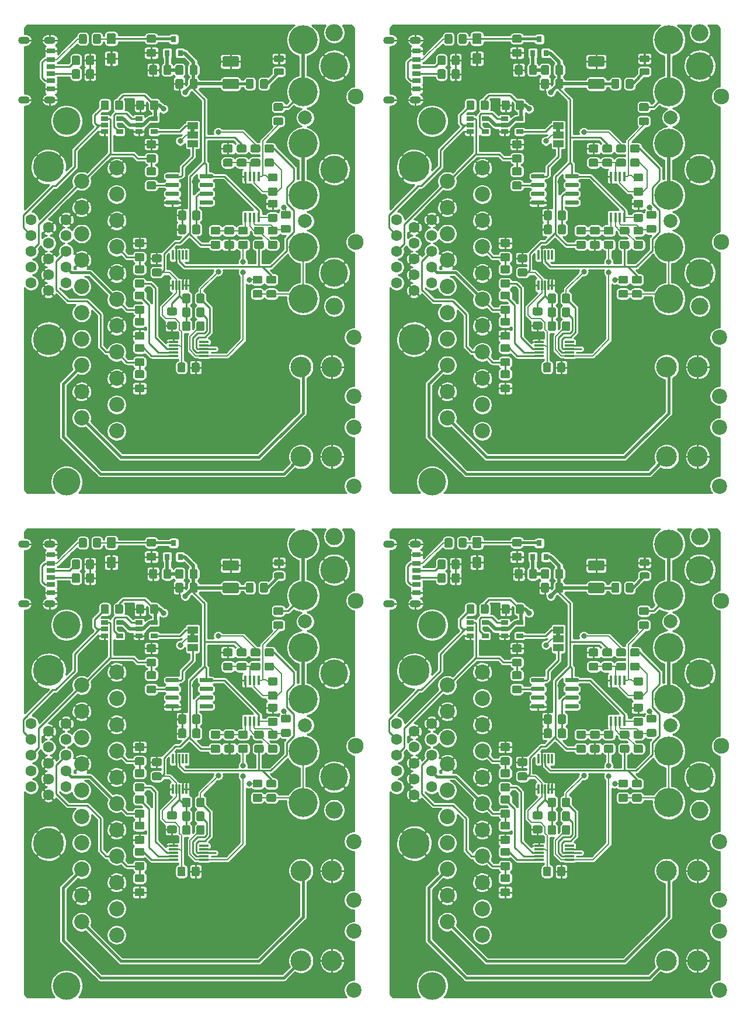
<source format=gbr>
%TF.GenerationSoftware,KiCad,Pcbnew,(5.1.5)-2*%
%TF.CreationDate,2020-06-14T05:32:05+12:00*%
%TF.ProjectId,output.RGB-to-component-panel,6f757470-7574-42e5-9247-422d746f2d63,rev?*%
%TF.SameCoordinates,Original*%
%TF.FileFunction,Copper,L1,Top*%
%TF.FilePolarity,Positive*%
%FSLAX46Y46*%
G04 Gerber Fmt 4.6, Leading zero omitted, Abs format (unit mm)*
G04 Created by KiCad (PCBNEW (5.1.5)-2) date 2020-06-14 05:32:05*
%MOMM*%
%LPD*%
G04 APERTURE LIST*
%ADD10C,0.100000*%
%ADD11O,3.000000X3.000000*%
%ADD12C,2.200000*%
%ADD13R,0.800000X0.900000*%
%ADD14C,4.000000*%
%ADD15C,1.600000*%
%ADD16C,4.500000*%
%ADD17C,2.000000*%
%ADD18C,2.300000*%
%ADD19C,4.200000*%
%ADD20O,2.500000X2.500000*%
%ADD21R,1.200000X0.700000*%
%ADD22R,1.200000X0.800000*%
%ADD23R,1.200000X0.760000*%
%ADD24O,1.700000X1.100000*%
%ADD25R,1.400000X0.300000*%
%ADD26R,1.500000X1.000000*%
%ADD27R,1.060000X0.650000*%
%ADD28R,0.300000X1.400000*%
%ADD29R,0.450000X1.450000*%
%ADD30C,0.800000*%
%ADD31C,0.250000*%
%ADD32C,0.400000*%
%ADD33C,0.500000*%
%ADD34C,0.200000*%
%ADD35C,0.150000*%
%ADD36C,0.254000*%
G04 APERTURE END LIST*
D10*
G36*
X98800000Y-129100000D02*
G01*
X98800000Y-129600000D01*
X98200000Y-129600000D01*
X98200000Y-129100000D01*
X98800000Y-129100000D01*
G37*
G36*
X45800000Y-129100000D02*
G01*
X45800000Y-129600000D01*
X45200000Y-129600000D01*
X45200000Y-129100000D01*
X45800000Y-129100000D01*
G37*
G36*
X98800000Y-56100000D02*
G01*
X98800000Y-56600000D01*
X98200000Y-56600000D01*
X98200000Y-56100000D01*
X98800000Y-56100000D01*
G37*
G36*
X45800000Y-56100000D02*
G01*
X45800000Y-56600000D01*
X45200000Y-56600000D01*
X45200000Y-56100000D01*
X45800000Y-56100000D01*
G37*
%TA.AperFunction,SMDPad,CuDef*%
G36*
X108074505Y-131401204D02*
G01*
X108098773Y-131404804D01*
X108122572Y-131410765D01*
X108145671Y-131419030D01*
X108167850Y-131429520D01*
X108188893Y-131442132D01*
X108208599Y-131456747D01*
X108226777Y-131473223D01*
X108243253Y-131491401D01*
X108257868Y-131511107D01*
X108270480Y-131532150D01*
X108280970Y-131554329D01*
X108289235Y-131577428D01*
X108295196Y-131601227D01*
X108298796Y-131625495D01*
X108300000Y-131649999D01*
X108300000Y-132300001D01*
X108298796Y-132324505D01*
X108295196Y-132348773D01*
X108289235Y-132372572D01*
X108280970Y-132395671D01*
X108270480Y-132417850D01*
X108257868Y-132438893D01*
X108243253Y-132458599D01*
X108226777Y-132476777D01*
X108208599Y-132493253D01*
X108188893Y-132507868D01*
X108167850Y-132520480D01*
X108145671Y-132530970D01*
X108122572Y-132539235D01*
X108098773Y-132545196D01*
X108074505Y-132548796D01*
X108050001Y-132550000D01*
X107149999Y-132550000D01*
X107125495Y-132548796D01*
X107101227Y-132545196D01*
X107077428Y-132539235D01*
X107054329Y-132530970D01*
X107032150Y-132520480D01*
X107011107Y-132507868D01*
X106991401Y-132493253D01*
X106973223Y-132476777D01*
X106956747Y-132458599D01*
X106942132Y-132438893D01*
X106929520Y-132417850D01*
X106919030Y-132395671D01*
X106910765Y-132372572D01*
X106904804Y-132348773D01*
X106901204Y-132324505D01*
X106900000Y-132300001D01*
X106900000Y-131649999D01*
X106901204Y-131625495D01*
X106904804Y-131601227D01*
X106910765Y-131577428D01*
X106919030Y-131554329D01*
X106929520Y-131532150D01*
X106942132Y-131511107D01*
X106956747Y-131491401D01*
X106973223Y-131473223D01*
X106991401Y-131456747D01*
X107011107Y-131442132D01*
X107032150Y-131429520D01*
X107054329Y-131419030D01*
X107077428Y-131410765D01*
X107101227Y-131404804D01*
X107125495Y-131401204D01*
X107149999Y-131400000D01*
X108050001Y-131400000D01*
X108074505Y-131401204D01*
G37*
%TD.AperFunction*%
%TA.AperFunction,SMDPad,CuDef*%
G36*
X108074505Y-133451204D02*
G01*
X108098773Y-133454804D01*
X108122572Y-133460765D01*
X108145671Y-133469030D01*
X108167850Y-133479520D01*
X108188893Y-133492132D01*
X108208599Y-133506747D01*
X108226777Y-133523223D01*
X108243253Y-133541401D01*
X108257868Y-133561107D01*
X108270480Y-133582150D01*
X108280970Y-133604329D01*
X108289235Y-133627428D01*
X108295196Y-133651227D01*
X108298796Y-133675495D01*
X108300000Y-133699999D01*
X108300000Y-134350001D01*
X108298796Y-134374505D01*
X108295196Y-134398773D01*
X108289235Y-134422572D01*
X108280970Y-134445671D01*
X108270480Y-134467850D01*
X108257868Y-134488893D01*
X108243253Y-134508599D01*
X108226777Y-134526777D01*
X108208599Y-134543253D01*
X108188893Y-134557868D01*
X108167850Y-134570480D01*
X108145671Y-134580970D01*
X108122572Y-134589235D01*
X108098773Y-134595196D01*
X108074505Y-134598796D01*
X108050001Y-134600000D01*
X107149999Y-134600000D01*
X107125495Y-134598796D01*
X107101227Y-134595196D01*
X107077428Y-134589235D01*
X107054329Y-134580970D01*
X107032150Y-134570480D01*
X107011107Y-134557868D01*
X106991401Y-134543253D01*
X106973223Y-134526777D01*
X106956747Y-134508599D01*
X106942132Y-134488893D01*
X106929520Y-134467850D01*
X106919030Y-134445671D01*
X106910765Y-134422572D01*
X106904804Y-134398773D01*
X106901204Y-134374505D01*
X106900000Y-134350001D01*
X106900000Y-133699999D01*
X106901204Y-133675495D01*
X106904804Y-133651227D01*
X106910765Y-133627428D01*
X106919030Y-133604329D01*
X106929520Y-133582150D01*
X106942132Y-133561107D01*
X106956747Y-133541401D01*
X106973223Y-133523223D01*
X106991401Y-133506747D01*
X107011107Y-133492132D01*
X107032150Y-133479520D01*
X107054329Y-133469030D01*
X107077428Y-133460765D01*
X107101227Y-133454804D01*
X107125495Y-133451204D01*
X107149999Y-133450000D01*
X108050001Y-133450000D01*
X108074505Y-133451204D01*
G37*
%TD.AperFunction*%
%TA.AperFunction,SMDPad,CuDef*%
G36*
X108574505Y-145351204D02*
G01*
X108598773Y-145354804D01*
X108622572Y-145360765D01*
X108645671Y-145369030D01*
X108667850Y-145379520D01*
X108688893Y-145392132D01*
X108708599Y-145406747D01*
X108726777Y-145423223D01*
X108743253Y-145441401D01*
X108757868Y-145461107D01*
X108770480Y-145482150D01*
X108780970Y-145504329D01*
X108789235Y-145527428D01*
X108795196Y-145551227D01*
X108798796Y-145575495D01*
X108800000Y-145599999D01*
X108800000Y-146250001D01*
X108798796Y-146274505D01*
X108795196Y-146298773D01*
X108789235Y-146322572D01*
X108780970Y-146345671D01*
X108770480Y-146367850D01*
X108757868Y-146388893D01*
X108743253Y-146408599D01*
X108726777Y-146426777D01*
X108708599Y-146443253D01*
X108688893Y-146457868D01*
X108667850Y-146470480D01*
X108645671Y-146480970D01*
X108622572Y-146489235D01*
X108598773Y-146495196D01*
X108574505Y-146498796D01*
X108550001Y-146500000D01*
X107649999Y-146500000D01*
X107625495Y-146498796D01*
X107601227Y-146495196D01*
X107577428Y-146489235D01*
X107554329Y-146480970D01*
X107532150Y-146470480D01*
X107511107Y-146457868D01*
X107491401Y-146443253D01*
X107473223Y-146426777D01*
X107456747Y-146408599D01*
X107442132Y-146388893D01*
X107429520Y-146367850D01*
X107419030Y-146345671D01*
X107410765Y-146322572D01*
X107404804Y-146298773D01*
X107401204Y-146274505D01*
X107400000Y-146250001D01*
X107400000Y-145599999D01*
X107401204Y-145575495D01*
X107404804Y-145551227D01*
X107410765Y-145527428D01*
X107419030Y-145504329D01*
X107429520Y-145482150D01*
X107442132Y-145461107D01*
X107456747Y-145441401D01*
X107473223Y-145423223D01*
X107491401Y-145406747D01*
X107511107Y-145392132D01*
X107532150Y-145379520D01*
X107554329Y-145369030D01*
X107577428Y-145360765D01*
X107601227Y-145354804D01*
X107625495Y-145351204D01*
X107649999Y-145350000D01*
X108550001Y-145350000D01*
X108574505Y-145351204D01*
G37*
%TD.AperFunction*%
%TA.AperFunction,SMDPad,CuDef*%
G36*
X108574505Y-143301204D02*
G01*
X108598773Y-143304804D01*
X108622572Y-143310765D01*
X108645671Y-143319030D01*
X108667850Y-143329520D01*
X108688893Y-143342132D01*
X108708599Y-143356747D01*
X108726777Y-143373223D01*
X108743253Y-143391401D01*
X108757868Y-143411107D01*
X108770480Y-143432150D01*
X108780970Y-143454329D01*
X108789235Y-143477428D01*
X108795196Y-143501227D01*
X108798796Y-143525495D01*
X108800000Y-143549999D01*
X108800000Y-144200001D01*
X108798796Y-144224505D01*
X108795196Y-144248773D01*
X108789235Y-144272572D01*
X108780970Y-144295671D01*
X108770480Y-144317850D01*
X108757868Y-144338893D01*
X108743253Y-144358599D01*
X108726777Y-144376777D01*
X108708599Y-144393253D01*
X108688893Y-144407868D01*
X108667850Y-144420480D01*
X108645671Y-144430970D01*
X108622572Y-144439235D01*
X108598773Y-144445196D01*
X108574505Y-144448796D01*
X108550001Y-144450000D01*
X107649999Y-144450000D01*
X107625495Y-144448796D01*
X107601227Y-144445196D01*
X107577428Y-144439235D01*
X107554329Y-144430970D01*
X107532150Y-144420480D01*
X107511107Y-144407868D01*
X107491401Y-144393253D01*
X107473223Y-144376777D01*
X107456747Y-144358599D01*
X107442132Y-144338893D01*
X107429520Y-144317850D01*
X107419030Y-144295671D01*
X107410765Y-144272572D01*
X107404804Y-144248773D01*
X107401204Y-144224505D01*
X107400000Y-144200001D01*
X107400000Y-143549999D01*
X107401204Y-143525495D01*
X107404804Y-143501227D01*
X107410765Y-143477428D01*
X107419030Y-143454329D01*
X107429520Y-143432150D01*
X107442132Y-143411107D01*
X107456747Y-143391401D01*
X107473223Y-143373223D01*
X107491401Y-143356747D01*
X107511107Y-143342132D01*
X107532150Y-143329520D01*
X107554329Y-143319030D01*
X107577428Y-143310765D01*
X107601227Y-143304804D01*
X107625495Y-143301204D01*
X107649999Y-143300000D01*
X108550001Y-143300000D01*
X108574505Y-143301204D01*
G37*
%TD.AperFunction*%
%TA.AperFunction,SMDPad,CuDef*%
G36*
X95174505Y-119901204D02*
G01*
X95198773Y-119904804D01*
X95222572Y-119910765D01*
X95245671Y-119919030D01*
X95267850Y-119929520D01*
X95288893Y-119942132D01*
X95308599Y-119956747D01*
X95326777Y-119973223D01*
X95343253Y-119991401D01*
X95357868Y-120011107D01*
X95370480Y-120032150D01*
X95380970Y-120054329D01*
X95389235Y-120077428D01*
X95395196Y-120101227D01*
X95398796Y-120125495D01*
X95400000Y-120149999D01*
X95400000Y-121050001D01*
X95398796Y-121074505D01*
X95395196Y-121098773D01*
X95389235Y-121122572D01*
X95380970Y-121145671D01*
X95370480Y-121167850D01*
X95357868Y-121188893D01*
X95343253Y-121208599D01*
X95326777Y-121226777D01*
X95308599Y-121243253D01*
X95288893Y-121257868D01*
X95267850Y-121270480D01*
X95245671Y-121280970D01*
X95222572Y-121289235D01*
X95198773Y-121295196D01*
X95174505Y-121298796D01*
X95150001Y-121300000D01*
X94499999Y-121300000D01*
X94475495Y-121298796D01*
X94451227Y-121295196D01*
X94427428Y-121289235D01*
X94404329Y-121280970D01*
X94382150Y-121270480D01*
X94361107Y-121257868D01*
X94341401Y-121243253D01*
X94323223Y-121226777D01*
X94306747Y-121208599D01*
X94292132Y-121188893D01*
X94279520Y-121167850D01*
X94269030Y-121145671D01*
X94260765Y-121122572D01*
X94254804Y-121098773D01*
X94251204Y-121074505D01*
X94250000Y-121050001D01*
X94250000Y-120149999D01*
X94251204Y-120125495D01*
X94254804Y-120101227D01*
X94260765Y-120077428D01*
X94269030Y-120054329D01*
X94279520Y-120032150D01*
X94292132Y-120011107D01*
X94306747Y-119991401D01*
X94323223Y-119973223D01*
X94341401Y-119956747D01*
X94361107Y-119942132D01*
X94382150Y-119929520D01*
X94404329Y-119919030D01*
X94427428Y-119910765D01*
X94451227Y-119904804D01*
X94475495Y-119901204D01*
X94499999Y-119900000D01*
X95150001Y-119900000D01*
X95174505Y-119901204D01*
G37*
%TD.AperFunction*%
%TA.AperFunction,SMDPad,CuDef*%
G36*
X93124505Y-119901204D02*
G01*
X93148773Y-119904804D01*
X93172572Y-119910765D01*
X93195671Y-119919030D01*
X93217850Y-119929520D01*
X93238893Y-119942132D01*
X93258599Y-119956747D01*
X93276777Y-119973223D01*
X93293253Y-119991401D01*
X93307868Y-120011107D01*
X93320480Y-120032150D01*
X93330970Y-120054329D01*
X93339235Y-120077428D01*
X93345196Y-120101227D01*
X93348796Y-120125495D01*
X93350000Y-120149999D01*
X93350000Y-121050001D01*
X93348796Y-121074505D01*
X93345196Y-121098773D01*
X93339235Y-121122572D01*
X93330970Y-121145671D01*
X93320480Y-121167850D01*
X93307868Y-121188893D01*
X93293253Y-121208599D01*
X93276777Y-121226777D01*
X93258599Y-121243253D01*
X93238893Y-121257868D01*
X93217850Y-121270480D01*
X93195671Y-121280970D01*
X93172572Y-121289235D01*
X93148773Y-121295196D01*
X93124505Y-121298796D01*
X93100001Y-121300000D01*
X92449999Y-121300000D01*
X92425495Y-121298796D01*
X92401227Y-121295196D01*
X92377428Y-121289235D01*
X92354329Y-121280970D01*
X92332150Y-121270480D01*
X92311107Y-121257868D01*
X92291401Y-121243253D01*
X92273223Y-121226777D01*
X92256747Y-121208599D01*
X92242132Y-121188893D01*
X92229520Y-121167850D01*
X92219030Y-121145671D01*
X92210765Y-121122572D01*
X92204804Y-121098773D01*
X92201204Y-121074505D01*
X92200000Y-121050001D01*
X92200000Y-120149999D01*
X92201204Y-120125495D01*
X92204804Y-120101227D01*
X92210765Y-120077428D01*
X92219030Y-120054329D01*
X92229520Y-120032150D01*
X92242132Y-120011107D01*
X92256747Y-119991401D01*
X92273223Y-119973223D01*
X92291401Y-119956747D01*
X92311107Y-119942132D01*
X92332150Y-119929520D01*
X92354329Y-119919030D01*
X92377428Y-119910765D01*
X92401227Y-119904804D01*
X92425495Y-119901204D01*
X92449999Y-119900000D01*
X93100001Y-119900000D01*
X93124505Y-119901204D01*
G37*
%TD.AperFunction*%
%TA.AperFunction,SMDPad,CuDef*%
G36*
X91274505Y-164101204D02*
G01*
X91298773Y-164104804D01*
X91322572Y-164110765D01*
X91345671Y-164119030D01*
X91367850Y-164129520D01*
X91388893Y-164142132D01*
X91408599Y-164156747D01*
X91426777Y-164173223D01*
X91443253Y-164191401D01*
X91457868Y-164211107D01*
X91470480Y-164232150D01*
X91480970Y-164254329D01*
X91489235Y-164277428D01*
X91495196Y-164301227D01*
X91498796Y-164325495D01*
X91500000Y-164349999D01*
X91500000Y-165000001D01*
X91498796Y-165024505D01*
X91495196Y-165048773D01*
X91489235Y-165072572D01*
X91480970Y-165095671D01*
X91470480Y-165117850D01*
X91457868Y-165138893D01*
X91443253Y-165158599D01*
X91426777Y-165176777D01*
X91408599Y-165193253D01*
X91388893Y-165207868D01*
X91367850Y-165220480D01*
X91345671Y-165230970D01*
X91322572Y-165239235D01*
X91298773Y-165245196D01*
X91274505Y-165248796D01*
X91250001Y-165250000D01*
X90349999Y-165250000D01*
X90325495Y-165248796D01*
X90301227Y-165245196D01*
X90277428Y-165239235D01*
X90254329Y-165230970D01*
X90232150Y-165220480D01*
X90211107Y-165207868D01*
X90191401Y-165193253D01*
X90173223Y-165176777D01*
X90156747Y-165158599D01*
X90142132Y-165138893D01*
X90129520Y-165117850D01*
X90119030Y-165095671D01*
X90110765Y-165072572D01*
X90104804Y-165048773D01*
X90101204Y-165024505D01*
X90100000Y-165000001D01*
X90100000Y-164349999D01*
X90101204Y-164325495D01*
X90104804Y-164301227D01*
X90110765Y-164277428D01*
X90119030Y-164254329D01*
X90129520Y-164232150D01*
X90142132Y-164211107D01*
X90156747Y-164191401D01*
X90173223Y-164173223D01*
X90191401Y-164156747D01*
X90211107Y-164142132D01*
X90232150Y-164129520D01*
X90254329Y-164119030D01*
X90277428Y-164110765D01*
X90301227Y-164104804D01*
X90325495Y-164101204D01*
X90349999Y-164100000D01*
X91250001Y-164100000D01*
X91274505Y-164101204D01*
G37*
%TD.AperFunction*%
%TA.AperFunction,SMDPad,CuDef*%
G36*
X91274505Y-166151204D02*
G01*
X91298773Y-166154804D01*
X91322572Y-166160765D01*
X91345671Y-166169030D01*
X91367850Y-166179520D01*
X91388893Y-166192132D01*
X91408599Y-166206747D01*
X91426777Y-166223223D01*
X91443253Y-166241401D01*
X91457868Y-166261107D01*
X91470480Y-166282150D01*
X91480970Y-166304329D01*
X91489235Y-166327428D01*
X91495196Y-166351227D01*
X91498796Y-166375495D01*
X91500000Y-166399999D01*
X91500000Y-167050001D01*
X91498796Y-167074505D01*
X91495196Y-167098773D01*
X91489235Y-167122572D01*
X91480970Y-167145671D01*
X91470480Y-167167850D01*
X91457868Y-167188893D01*
X91443253Y-167208599D01*
X91426777Y-167226777D01*
X91408599Y-167243253D01*
X91388893Y-167257868D01*
X91367850Y-167270480D01*
X91345671Y-167280970D01*
X91322572Y-167289235D01*
X91298773Y-167295196D01*
X91274505Y-167298796D01*
X91250001Y-167300000D01*
X90349999Y-167300000D01*
X90325495Y-167298796D01*
X90301227Y-167295196D01*
X90277428Y-167289235D01*
X90254329Y-167280970D01*
X90232150Y-167270480D01*
X90211107Y-167257868D01*
X90191401Y-167243253D01*
X90173223Y-167226777D01*
X90156747Y-167208599D01*
X90142132Y-167188893D01*
X90129520Y-167167850D01*
X90119030Y-167145671D01*
X90110765Y-167122572D01*
X90104804Y-167098773D01*
X90101204Y-167074505D01*
X90100000Y-167050001D01*
X90100000Y-166399999D01*
X90101204Y-166375495D01*
X90104804Y-166351227D01*
X90110765Y-166327428D01*
X90119030Y-166304329D01*
X90129520Y-166282150D01*
X90142132Y-166261107D01*
X90156747Y-166241401D01*
X90173223Y-166223223D01*
X90191401Y-166206747D01*
X90211107Y-166192132D01*
X90232150Y-166179520D01*
X90254329Y-166169030D01*
X90277428Y-166160765D01*
X90301227Y-166154804D01*
X90325495Y-166151204D01*
X90349999Y-166150000D01*
X91250001Y-166150000D01*
X91274505Y-166151204D01*
G37*
%TD.AperFunction*%
%TA.AperFunction,SMDPad,CuDef*%
G36*
X91274505Y-156501204D02*
G01*
X91298773Y-156504804D01*
X91322572Y-156510765D01*
X91345671Y-156519030D01*
X91367850Y-156529520D01*
X91388893Y-156542132D01*
X91408599Y-156556747D01*
X91426777Y-156573223D01*
X91443253Y-156591401D01*
X91457868Y-156611107D01*
X91470480Y-156632150D01*
X91480970Y-156654329D01*
X91489235Y-156677428D01*
X91495196Y-156701227D01*
X91498796Y-156725495D01*
X91500000Y-156749999D01*
X91500000Y-157400001D01*
X91498796Y-157424505D01*
X91495196Y-157448773D01*
X91489235Y-157472572D01*
X91480970Y-157495671D01*
X91470480Y-157517850D01*
X91457868Y-157538893D01*
X91443253Y-157558599D01*
X91426777Y-157576777D01*
X91408599Y-157593253D01*
X91388893Y-157607868D01*
X91367850Y-157620480D01*
X91345671Y-157630970D01*
X91322572Y-157639235D01*
X91298773Y-157645196D01*
X91274505Y-157648796D01*
X91250001Y-157650000D01*
X90349999Y-157650000D01*
X90325495Y-157648796D01*
X90301227Y-157645196D01*
X90277428Y-157639235D01*
X90254329Y-157630970D01*
X90232150Y-157620480D01*
X90211107Y-157607868D01*
X90191401Y-157593253D01*
X90173223Y-157576777D01*
X90156747Y-157558599D01*
X90142132Y-157538893D01*
X90129520Y-157517850D01*
X90119030Y-157495671D01*
X90110765Y-157472572D01*
X90104804Y-157448773D01*
X90101204Y-157424505D01*
X90100000Y-157400001D01*
X90100000Y-156749999D01*
X90101204Y-156725495D01*
X90104804Y-156701227D01*
X90110765Y-156677428D01*
X90119030Y-156654329D01*
X90129520Y-156632150D01*
X90142132Y-156611107D01*
X90156747Y-156591401D01*
X90173223Y-156573223D01*
X90191401Y-156556747D01*
X90211107Y-156542132D01*
X90232150Y-156529520D01*
X90254329Y-156519030D01*
X90277428Y-156510765D01*
X90301227Y-156504804D01*
X90325495Y-156501204D01*
X90349999Y-156500000D01*
X91250001Y-156500000D01*
X91274505Y-156501204D01*
G37*
%TD.AperFunction*%
%TA.AperFunction,SMDPad,CuDef*%
G36*
X91274505Y-158551204D02*
G01*
X91298773Y-158554804D01*
X91322572Y-158560765D01*
X91345671Y-158569030D01*
X91367850Y-158579520D01*
X91388893Y-158592132D01*
X91408599Y-158606747D01*
X91426777Y-158623223D01*
X91443253Y-158641401D01*
X91457868Y-158661107D01*
X91470480Y-158682150D01*
X91480970Y-158704329D01*
X91489235Y-158727428D01*
X91495196Y-158751227D01*
X91498796Y-158775495D01*
X91500000Y-158799999D01*
X91500000Y-159450001D01*
X91498796Y-159474505D01*
X91495196Y-159498773D01*
X91489235Y-159522572D01*
X91480970Y-159545671D01*
X91470480Y-159567850D01*
X91457868Y-159588893D01*
X91443253Y-159608599D01*
X91426777Y-159626777D01*
X91408599Y-159643253D01*
X91388893Y-159657868D01*
X91367850Y-159670480D01*
X91345671Y-159680970D01*
X91322572Y-159689235D01*
X91298773Y-159695196D01*
X91274505Y-159698796D01*
X91250001Y-159700000D01*
X90349999Y-159700000D01*
X90325495Y-159698796D01*
X90301227Y-159695196D01*
X90277428Y-159689235D01*
X90254329Y-159680970D01*
X90232150Y-159670480D01*
X90211107Y-159657868D01*
X90191401Y-159643253D01*
X90173223Y-159626777D01*
X90156747Y-159608599D01*
X90142132Y-159588893D01*
X90129520Y-159567850D01*
X90119030Y-159545671D01*
X90110765Y-159522572D01*
X90104804Y-159498773D01*
X90101204Y-159474505D01*
X90100000Y-159450001D01*
X90100000Y-158799999D01*
X90101204Y-158775495D01*
X90104804Y-158751227D01*
X90110765Y-158727428D01*
X90119030Y-158704329D01*
X90129520Y-158682150D01*
X90142132Y-158661107D01*
X90156747Y-158641401D01*
X90173223Y-158623223D01*
X90191401Y-158606747D01*
X90211107Y-158592132D01*
X90232150Y-158579520D01*
X90254329Y-158569030D01*
X90277428Y-158560765D01*
X90301227Y-158554804D01*
X90325495Y-158551204D01*
X90349999Y-158550000D01*
X91250001Y-158550000D01*
X91274505Y-158551204D01*
G37*
%TD.AperFunction*%
D11*
X114200000Y-176620000D03*
X118700000Y-176620000D03*
D12*
X121850000Y-180870000D03*
X121850000Y-172370000D03*
%TA.AperFunction,SMDPad,CuDef*%
D10*
G36*
X110074505Y-131401204D02*
G01*
X110098773Y-131404804D01*
X110122572Y-131410765D01*
X110145671Y-131419030D01*
X110167850Y-131429520D01*
X110188893Y-131442132D01*
X110208599Y-131456747D01*
X110226777Y-131473223D01*
X110243253Y-131491401D01*
X110257868Y-131511107D01*
X110270480Y-131532150D01*
X110280970Y-131554329D01*
X110289235Y-131577428D01*
X110295196Y-131601227D01*
X110298796Y-131625495D01*
X110300000Y-131649999D01*
X110300000Y-132300001D01*
X110298796Y-132324505D01*
X110295196Y-132348773D01*
X110289235Y-132372572D01*
X110280970Y-132395671D01*
X110270480Y-132417850D01*
X110257868Y-132438893D01*
X110243253Y-132458599D01*
X110226777Y-132476777D01*
X110208599Y-132493253D01*
X110188893Y-132507868D01*
X110167850Y-132520480D01*
X110145671Y-132530970D01*
X110122572Y-132539235D01*
X110098773Y-132545196D01*
X110074505Y-132548796D01*
X110050001Y-132550000D01*
X109149999Y-132550000D01*
X109125495Y-132548796D01*
X109101227Y-132545196D01*
X109077428Y-132539235D01*
X109054329Y-132530970D01*
X109032150Y-132520480D01*
X109011107Y-132507868D01*
X108991401Y-132493253D01*
X108973223Y-132476777D01*
X108956747Y-132458599D01*
X108942132Y-132438893D01*
X108929520Y-132417850D01*
X108919030Y-132395671D01*
X108910765Y-132372572D01*
X108904804Y-132348773D01*
X108901204Y-132324505D01*
X108900000Y-132300001D01*
X108900000Y-131649999D01*
X108901204Y-131625495D01*
X108904804Y-131601227D01*
X108910765Y-131577428D01*
X108919030Y-131554329D01*
X108929520Y-131532150D01*
X108942132Y-131511107D01*
X108956747Y-131491401D01*
X108973223Y-131473223D01*
X108991401Y-131456747D01*
X109011107Y-131442132D01*
X109032150Y-131429520D01*
X109054329Y-131419030D01*
X109077428Y-131410765D01*
X109101227Y-131404804D01*
X109125495Y-131401204D01*
X109149999Y-131400000D01*
X110050001Y-131400000D01*
X110074505Y-131401204D01*
G37*
%TD.AperFunction*%
%TA.AperFunction,SMDPad,CuDef*%
G36*
X110074505Y-133451204D02*
G01*
X110098773Y-133454804D01*
X110122572Y-133460765D01*
X110145671Y-133469030D01*
X110167850Y-133479520D01*
X110188893Y-133492132D01*
X110208599Y-133506747D01*
X110226777Y-133523223D01*
X110243253Y-133541401D01*
X110257868Y-133561107D01*
X110270480Y-133582150D01*
X110280970Y-133604329D01*
X110289235Y-133627428D01*
X110295196Y-133651227D01*
X110298796Y-133675495D01*
X110300000Y-133699999D01*
X110300000Y-134350001D01*
X110298796Y-134374505D01*
X110295196Y-134398773D01*
X110289235Y-134422572D01*
X110280970Y-134445671D01*
X110270480Y-134467850D01*
X110257868Y-134488893D01*
X110243253Y-134508599D01*
X110226777Y-134526777D01*
X110208599Y-134543253D01*
X110188893Y-134557868D01*
X110167850Y-134570480D01*
X110145671Y-134580970D01*
X110122572Y-134589235D01*
X110098773Y-134595196D01*
X110074505Y-134598796D01*
X110050001Y-134600000D01*
X109149999Y-134600000D01*
X109125495Y-134598796D01*
X109101227Y-134595196D01*
X109077428Y-134589235D01*
X109054329Y-134580970D01*
X109032150Y-134570480D01*
X109011107Y-134557868D01*
X108991401Y-134543253D01*
X108973223Y-134526777D01*
X108956747Y-134508599D01*
X108942132Y-134488893D01*
X108929520Y-134467850D01*
X108919030Y-134445671D01*
X108910765Y-134422572D01*
X108904804Y-134398773D01*
X108901204Y-134374505D01*
X108900000Y-134350001D01*
X108900000Y-133699999D01*
X108901204Y-133675495D01*
X108904804Y-133651227D01*
X108910765Y-133627428D01*
X108919030Y-133604329D01*
X108929520Y-133582150D01*
X108942132Y-133561107D01*
X108956747Y-133541401D01*
X108973223Y-133523223D01*
X108991401Y-133506747D01*
X109011107Y-133492132D01*
X109032150Y-133479520D01*
X109054329Y-133469030D01*
X109077428Y-133460765D01*
X109101227Y-133454804D01*
X109125495Y-133451204D01*
X109149999Y-133450000D01*
X110050001Y-133450000D01*
X110074505Y-133451204D01*
G37*
%TD.AperFunction*%
D11*
X114200000Y-163600000D03*
X118700000Y-163600000D03*
D12*
X121850000Y-167850000D03*
X121850000Y-159350000D03*
%TA.AperFunction,SMDPad,CuDef*%
D10*
G36*
X91274505Y-147151204D02*
G01*
X91298773Y-147154804D01*
X91322572Y-147160765D01*
X91345671Y-147169030D01*
X91367850Y-147179520D01*
X91388893Y-147192132D01*
X91408599Y-147206747D01*
X91426777Y-147223223D01*
X91443253Y-147241401D01*
X91457868Y-147261107D01*
X91470480Y-147282150D01*
X91480970Y-147304329D01*
X91489235Y-147327428D01*
X91495196Y-147351227D01*
X91498796Y-147375495D01*
X91500000Y-147399999D01*
X91500000Y-148050001D01*
X91498796Y-148074505D01*
X91495196Y-148098773D01*
X91489235Y-148122572D01*
X91480970Y-148145671D01*
X91470480Y-148167850D01*
X91457868Y-148188893D01*
X91443253Y-148208599D01*
X91426777Y-148226777D01*
X91408599Y-148243253D01*
X91388893Y-148257868D01*
X91367850Y-148270480D01*
X91345671Y-148280970D01*
X91322572Y-148289235D01*
X91298773Y-148295196D01*
X91274505Y-148298796D01*
X91250001Y-148300000D01*
X90349999Y-148300000D01*
X90325495Y-148298796D01*
X90301227Y-148295196D01*
X90277428Y-148289235D01*
X90254329Y-148280970D01*
X90232150Y-148270480D01*
X90211107Y-148257868D01*
X90191401Y-148243253D01*
X90173223Y-148226777D01*
X90156747Y-148208599D01*
X90142132Y-148188893D01*
X90129520Y-148167850D01*
X90119030Y-148145671D01*
X90110765Y-148122572D01*
X90104804Y-148098773D01*
X90101204Y-148074505D01*
X90100000Y-148050001D01*
X90100000Y-147399999D01*
X90101204Y-147375495D01*
X90104804Y-147351227D01*
X90110765Y-147327428D01*
X90119030Y-147304329D01*
X90129520Y-147282150D01*
X90142132Y-147261107D01*
X90156747Y-147241401D01*
X90173223Y-147223223D01*
X90191401Y-147206747D01*
X90211107Y-147192132D01*
X90232150Y-147179520D01*
X90254329Y-147169030D01*
X90277428Y-147160765D01*
X90301227Y-147154804D01*
X90325495Y-147151204D01*
X90349999Y-147150000D01*
X91250001Y-147150000D01*
X91274505Y-147151204D01*
G37*
%TD.AperFunction*%
%TA.AperFunction,SMDPad,CuDef*%
G36*
X91274505Y-145101204D02*
G01*
X91298773Y-145104804D01*
X91322572Y-145110765D01*
X91345671Y-145119030D01*
X91367850Y-145129520D01*
X91388893Y-145142132D01*
X91408599Y-145156747D01*
X91426777Y-145173223D01*
X91443253Y-145191401D01*
X91457868Y-145211107D01*
X91470480Y-145232150D01*
X91480970Y-145254329D01*
X91489235Y-145277428D01*
X91495196Y-145301227D01*
X91498796Y-145325495D01*
X91500000Y-145349999D01*
X91500000Y-146000001D01*
X91498796Y-146024505D01*
X91495196Y-146048773D01*
X91489235Y-146072572D01*
X91480970Y-146095671D01*
X91470480Y-146117850D01*
X91457868Y-146138893D01*
X91443253Y-146158599D01*
X91426777Y-146176777D01*
X91408599Y-146193253D01*
X91388893Y-146207868D01*
X91367850Y-146220480D01*
X91345671Y-146230970D01*
X91322572Y-146239235D01*
X91298773Y-146245196D01*
X91274505Y-146248796D01*
X91250001Y-146250000D01*
X90349999Y-146250000D01*
X90325495Y-146248796D01*
X90301227Y-146245196D01*
X90277428Y-146239235D01*
X90254329Y-146230970D01*
X90232150Y-146220480D01*
X90211107Y-146207868D01*
X90191401Y-146193253D01*
X90173223Y-146176777D01*
X90156747Y-146158599D01*
X90142132Y-146138893D01*
X90129520Y-146117850D01*
X90119030Y-146095671D01*
X90110765Y-146072572D01*
X90104804Y-146048773D01*
X90101204Y-146024505D01*
X90100000Y-146000001D01*
X90100000Y-145349999D01*
X90101204Y-145325495D01*
X90104804Y-145301227D01*
X90110765Y-145277428D01*
X90119030Y-145254329D01*
X90129520Y-145232150D01*
X90142132Y-145211107D01*
X90156747Y-145191401D01*
X90173223Y-145173223D01*
X90191401Y-145156747D01*
X90211107Y-145142132D01*
X90232150Y-145129520D01*
X90254329Y-145119030D01*
X90277428Y-145110765D01*
X90301227Y-145104804D01*
X90325495Y-145101204D01*
X90349999Y-145100000D01*
X91250001Y-145100000D01*
X91274505Y-145101204D01*
G37*
%TD.AperFunction*%
%TA.AperFunction,SMDPad,CuDef*%
G36*
X110574505Y-145351204D02*
G01*
X110598773Y-145354804D01*
X110622572Y-145360765D01*
X110645671Y-145369030D01*
X110667850Y-145379520D01*
X110688893Y-145392132D01*
X110708599Y-145406747D01*
X110726777Y-145423223D01*
X110743253Y-145441401D01*
X110757868Y-145461107D01*
X110770480Y-145482150D01*
X110780970Y-145504329D01*
X110789235Y-145527428D01*
X110795196Y-145551227D01*
X110798796Y-145575495D01*
X110800000Y-145599999D01*
X110800000Y-146250001D01*
X110798796Y-146274505D01*
X110795196Y-146298773D01*
X110789235Y-146322572D01*
X110780970Y-146345671D01*
X110770480Y-146367850D01*
X110757868Y-146388893D01*
X110743253Y-146408599D01*
X110726777Y-146426777D01*
X110708599Y-146443253D01*
X110688893Y-146457868D01*
X110667850Y-146470480D01*
X110645671Y-146480970D01*
X110622572Y-146489235D01*
X110598773Y-146495196D01*
X110574505Y-146498796D01*
X110550001Y-146500000D01*
X109649999Y-146500000D01*
X109625495Y-146498796D01*
X109601227Y-146495196D01*
X109577428Y-146489235D01*
X109554329Y-146480970D01*
X109532150Y-146470480D01*
X109511107Y-146457868D01*
X109491401Y-146443253D01*
X109473223Y-146426777D01*
X109456747Y-146408599D01*
X109442132Y-146388893D01*
X109429520Y-146367850D01*
X109419030Y-146345671D01*
X109410765Y-146322572D01*
X109404804Y-146298773D01*
X109401204Y-146274505D01*
X109400000Y-146250001D01*
X109400000Y-145599999D01*
X109401204Y-145575495D01*
X109404804Y-145551227D01*
X109410765Y-145527428D01*
X109419030Y-145504329D01*
X109429520Y-145482150D01*
X109442132Y-145461107D01*
X109456747Y-145441401D01*
X109473223Y-145423223D01*
X109491401Y-145406747D01*
X109511107Y-145392132D01*
X109532150Y-145379520D01*
X109554329Y-145369030D01*
X109577428Y-145360765D01*
X109601227Y-145354804D01*
X109625495Y-145351204D01*
X109649999Y-145350000D01*
X110550001Y-145350000D01*
X110574505Y-145351204D01*
G37*
%TD.AperFunction*%
%TA.AperFunction,SMDPad,CuDef*%
G36*
X110574505Y-143301204D02*
G01*
X110598773Y-143304804D01*
X110622572Y-143310765D01*
X110645671Y-143319030D01*
X110667850Y-143329520D01*
X110688893Y-143342132D01*
X110708599Y-143356747D01*
X110726777Y-143373223D01*
X110743253Y-143391401D01*
X110757868Y-143411107D01*
X110770480Y-143432150D01*
X110780970Y-143454329D01*
X110789235Y-143477428D01*
X110795196Y-143501227D01*
X110798796Y-143525495D01*
X110800000Y-143549999D01*
X110800000Y-144200001D01*
X110798796Y-144224505D01*
X110795196Y-144248773D01*
X110789235Y-144272572D01*
X110780970Y-144295671D01*
X110770480Y-144317850D01*
X110757868Y-144338893D01*
X110743253Y-144358599D01*
X110726777Y-144376777D01*
X110708599Y-144393253D01*
X110688893Y-144407868D01*
X110667850Y-144420480D01*
X110645671Y-144430970D01*
X110622572Y-144439235D01*
X110598773Y-144445196D01*
X110574505Y-144448796D01*
X110550001Y-144450000D01*
X109649999Y-144450000D01*
X109625495Y-144448796D01*
X109601227Y-144445196D01*
X109577428Y-144439235D01*
X109554329Y-144430970D01*
X109532150Y-144420480D01*
X109511107Y-144407868D01*
X109491401Y-144393253D01*
X109473223Y-144376777D01*
X109456747Y-144358599D01*
X109442132Y-144338893D01*
X109429520Y-144317850D01*
X109419030Y-144295671D01*
X109410765Y-144272572D01*
X109404804Y-144248773D01*
X109401204Y-144224505D01*
X109400000Y-144200001D01*
X109400000Y-143549999D01*
X109401204Y-143525495D01*
X109404804Y-143501227D01*
X109410765Y-143477428D01*
X109419030Y-143454329D01*
X109429520Y-143432150D01*
X109442132Y-143411107D01*
X109456747Y-143391401D01*
X109473223Y-143373223D01*
X109491401Y-143356747D01*
X109511107Y-143342132D01*
X109532150Y-143329520D01*
X109554329Y-143319030D01*
X109577428Y-143310765D01*
X109601227Y-143304804D01*
X109625495Y-143301204D01*
X109649999Y-143300000D01*
X110550001Y-143300000D01*
X110574505Y-143301204D01*
G37*
%TD.AperFunction*%
%TA.AperFunction,SMDPad,CuDef*%
G36*
X95974505Y-157051204D02*
G01*
X95998773Y-157054804D01*
X96022572Y-157060765D01*
X96045671Y-157069030D01*
X96067850Y-157079520D01*
X96088893Y-157092132D01*
X96108599Y-157106747D01*
X96126777Y-157123223D01*
X96143253Y-157141401D01*
X96157868Y-157161107D01*
X96170480Y-157182150D01*
X96180970Y-157204329D01*
X96189235Y-157227428D01*
X96195196Y-157251227D01*
X96198796Y-157275495D01*
X96200000Y-157299999D01*
X96200000Y-157950001D01*
X96198796Y-157974505D01*
X96195196Y-157998773D01*
X96189235Y-158022572D01*
X96180970Y-158045671D01*
X96170480Y-158067850D01*
X96157868Y-158088893D01*
X96143253Y-158108599D01*
X96126777Y-158126777D01*
X96108599Y-158143253D01*
X96088893Y-158157868D01*
X96067850Y-158170480D01*
X96045671Y-158180970D01*
X96022572Y-158189235D01*
X95998773Y-158195196D01*
X95974505Y-158198796D01*
X95950001Y-158200000D01*
X95049999Y-158200000D01*
X95025495Y-158198796D01*
X95001227Y-158195196D01*
X94977428Y-158189235D01*
X94954329Y-158180970D01*
X94932150Y-158170480D01*
X94911107Y-158157868D01*
X94891401Y-158143253D01*
X94873223Y-158126777D01*
X94856747Y-158108599D01*
X94842132Y-158088893D01*
X94829520Y-158067850D01*
X94819030Y-158045671D01*
X94810765Y-158022572D01*
X94804804Y-157998773D01*
X94801204Y-157974505D01*
X94800000Y-157950001D01*
X94800000Y-157299999D01*
X94801204Y-157275495D01*
X94804804Y-157251227D01*
X94810765Y-157227428D01*
X94819030Y-157204329D01*
X94829520Y-157182150D01*
X94842132Y-157161107D01*
X94856747Y-157141401D01*
X94873223Y-157123223D01*
X94891401Y-157106747D01*
X94911107Y-157092132D01*
X94932150Y-157079520D01*
X94954329Y-157069030D01*
X94977428Y-157060765D01*
X95001227Y-157054804D01*
X95025495Y-157051204D01*
X95049999Y-157050000D01*
X95950001Y-157050000D01*
X95974505Y-157051204D01*
G37*
%TD.AperFunction*%
%TA.AperFunction,SMDPad,CuDef*%
G36*
X95974505Y-155001204D02*
G01*
X95998773Y-155004804D01*
X96022572Y-155010765D01*
X96045671Y-155019030D01*
X96067850Y-155029520D01*
X96088893Y-155042132D01*
X96108599Y-155056747D01*
X96126777Y-155073223D01*
X96143253Y-155091401D01*
X96157868Y-155111107D01*
X96170480Y-155132150D01*
X96180970Y-155154329D01*
X96189235Y-155177428D01*
X96195196Y-155201227D01*
X96198796Y-155225495D01*
X96200000Y-155249999D01*
X96200000Y-155900001D01*
X96198796Y-155924505D01*
X96195196Y-155948773D01*
X96189235Y-155972572D01*
X96180970Y-155995671D01*
X96170480Y-156017850D01*
X96157868Y-156038893D01*
X96143253Y-156058599D01*
X96126777Y-156076777D01*
X96108599Y-156093253D01*
X96088893Y-156107868D01*
X96067850Y-156120480D01*
X96045671Y-156130970D01*
X96022572Y-156139235D01*
X95998773Y-156145196D01*
X95974505Y-156148796D01*
X95950001Y-156150000D01*
X95049999Y-156150000D01*
X95025495Y-156148796D01*
X95001227Y-156145196D01*
X94977428Y-156139235D01*
X94954329Y-156130970D01*
X94932150Y-156120480D01*
X94911107Y-156107868D01*
X94891401Y-156093253D01*
X94873223Y-156076777D01*
X94856747Y-156058599D01*
X94842132Y-156038893D01*
X94829520Y-156017850D01*
X94819030Y-155995671D01*
X94810765Y-155972572D01*
X94804804Y-155948773D01*
X94801204Y-155924505D01*
X94800000Y-155900001D01*
X94800000Y-155249999D01*
X94801204Y-155225495D01*
X94804804Y-155201227D01*
X94810765Y-155177428D01*
X94819030Y-155154329D01*
X94829520Y-155132150D01*
X94842132Y-155111107D01*
X94856747Y-155091401D01*
X94873223Y-155073223D01*
X94891401Y-155056747D01*
X94911107Y-155042132D01*
X94932150Y-155029520D01*
X94954329Y-155019030D01*
X94977428Y-155010765D01*
X95001227Y-155004804D01*
X95025495Y-155001204D01*
X95049999Y-155000000D01*
X95950001Y-155000000D01*
X95974505Y-155001204D01*
G37*
%TD.AperFunction*%
%TA.AperFunction,SMDPad,CuDef*%
G36*
X104074505Y-131401204D02*
G01*
X104098773Y-131404804D01*
X104122572Y-131410765D01*
X104145671Y-131419030D01*
X104167850Y-131429520D01*
X104188893Y-131442132D01*
X104208599Y-131456747D01*
X104226777Y-131473223D01*
X104243253Y-131491401D01*
X104257868Y-131511107D01*
X104270480Y-131532150D01*
X104280970Y-131554329D01*
X104289235Y-131577428D01*
X104295196Y-131601227D01*
X104298796Y-131625495D01*
X104300000Y-131649999D01*
X104300000Y-132300001D01*
X104298796Y-132324505D01*
X104295196Y-132348773D01*
X104289235Y-132372572D01*
X104280970Y-132395671D01*
X104270480Y-132417850D01*
X104257868Y-132438893D01*
X104243253Y-132458599D01*
X104226777Y-132476777D01*
X104208599Y-132493253D01*
X104188893Y-132507868D01*
X104167850Y-132520480D01*
X104145671Y-132530970D01*
X104122572Y-132539235D01*
X104098773Y-132545196D01*
X104074505Y-132548796D01*
X104050001Y-132550000D01*
X103149999Y-132550000D01*
X103125495Y-132548796D01*
X103101227Y-132545196D01*
X103077428Y-132539235D01*
X103054329Y-132530970D01*
X103032150Y-132520480D01*
X103011107Y-132507868D01*
X102991401Y-132493253D01*
X102973223Y-132476777D01*
X102956747Y-132458599D01*
X102942132Y-132438893D01*
X102929520Y-132417850D01*
X102919030Y-132395671D01*
X102910765Y-132372572D01*
X102904804Y-132348773D01*
X102901204Y-132324505D01*
X102900000Y-132300001D01*
X102900000Y-131649999D01*
X102901204Y-131625495D01*
X102904804Y-131601227D01*
X102910765Y-131577428D01*
X102919030Y-131554329D01*
X102929520Y-131532150D01*
X102942132Y-131511107D01*
X102956747Y-131491401D01*
X102973223Y-131473223D01*
X102991401Y-131456747D01*
X103011107Y-131442132D01*
X103032150Y-131429520D01*
X103054329Y-131419030D01*
X103077428Y-131410765D01*
X103101227Y-131404804D01*
X103125495Y-131401204D01*
X103149999Y-131400000D01*
X104050001Y-131400000D01*
X104074505Y-131401204D01*
G37*
%TD.AperFunction*%
%TA.AperFunction,SMDPad,CuDef*%
G36*
X104074505Y-133451204D02*
G01*
X104098773Y-133454804D01*
X104122572Y-133460765D01*
X104145671Y-133469030D01*
X104167850Y-133479520D01*
X104188893Y-133492132D01*
X104208599Y-133506747D01*
X104226777Y-133523223D01*
X104243253Y-133541401D01*
X104257868Y-133561107D01*
X104270480Y-133582150D01*
X104280970Y-133604329D01*
X104289235Y-133627428D01*
X104295196Y-133651227D01*
X104298796Y-133675495D01*
X104300000Y-133699999D01*
X104300000Y-134350001D01*
X104298796Y-134374505D01*
X104295196Y-134398773D01*
X104289235Y-134422572D01*
X104280970Y-134445671D01*
X104270480Y-134467850D01*
X104257868Y-134488893D01*
X104243253Y-134508599D01*
X104226777Y-134526777D01*
X104208599Y-134543253D01*
X104188893Y-134557868D01*
X104167850Y-134570480D01*
X104145671Y-134580970D01*
X104122572Y-134589235D01*
X104098773Y-134595196D01*
X104074505Y-134598796D01*
X104050001Y-134600000D01*
X103149999Y-134600000D01*
X103125495Y-134598796D01*
X103101227Y-134595196D01*
X103077428Y-134589235D01*
X103054329Y-134580970D01*
X103032150Y-134570480D01*
X103011107Y-134557868D01*
X102991401Y-134543253D01*
X102973223Y-134526777D01*
X102956747Y-134508599D01*
X102942132Y-134488893D01*
X102929520Y-134467850D01*
X102919030Y-134445671D01*
X102910765Y-134422572D01*
X102904804Y-134398773D01*
X102901204Y-134374505D01*
X102900000Y-134350001D01*
X102900000Y-133699999D01*
X102901204Y-133675495D01*
X102904804Y-133651227D01*
X102910765Y-133627428D01*
X102919030Y-133604329D01*
X102929520Y-133582150D01*
X102942132Y-133561107D01*
X102956747Y-133541401D01*
X102973223Y-133523223D01*
X102991401Y-133506747D01*
X103011107Y-133492132D01*
X103032150Y-133479520D01*
X103054329Y-133469030D01*
X103077428Y-133460765D01*
X103101227Y-133454804D01*
X103125495Y-133451204D01*
X103149999Y-133450000D01*
X104050001Y-133450000D01*
X104074505Y-133451204D01*
G37*
%TD.AperFunction*%
%TA.AperFunction,SMDPad,CuDef*%
G36*
X110574505Y-137651204D02*
G01*
X110598773Y-137654804D01*
X110622572Y-137660765D01*
X110645671Y-137669030D01*
X110667850Y-137679520D01*
X110688893Y-137692132D01*
X110708599Y-137706747D01*
X110726777Y-137723223D01*
X110743253Y-137741401D01*
X110757868Y-137761107D01*
X110770480Y-137782150D01*
X110780970Y-137804329D01*
X110789235Y-137827428D01*
X110795196Y-137851227D01*
X110798796Y-137875495D01*
X110800000Y-137899999D01*
X110800000Y-138550001D01*
X110798796Y-138574505D01*
X110795196Y-138598773D01*
X110789235Y-138622572D01*
X110780970Y-138645671D01*
X110770480Y-138667850D01*
X110757868Y-138688893D01*
X110743253Y-138708599D01*
X110726777Y-138726777D01*
X110708599Y-138743253D01*
X110688893Y-138757868D01*
X110667850Y-138770480D01*
X110645671Y-138780970D01*
X110622572Y-138789235D01*
X110598773Y-138795196D01*
X110574505Y-138798796D01*
X110550001Y-138800000D01*
X109649999Y-138800000D01*
X109625495Y-138798796D01*
X109601227Y-138795196D01*
X109577428Y-138789235D01*
X109554329Y-138780970D01*
X109532150Y-138770480D01*
X109511107Y-138757868D01*
X109491401Y-138743253D01*
X109473223Y-138726777D01*
X109456747Y-138708599D01*
X109442132Y-138688893D01*
X109429520Y-138667850D01*
X109419030Y-138645671D01*
X109410765Y-138622572D01*
X109404804Y-138598773D01*
X109401204Y-138574505D01*
X109400000Y-138550001D01*
X109400000Y-137899999D01*
X109401204Y-137875495D01*
X109404804Y-137851227D01*
X109410765Y-137827428D01*
X109419030Y-137804329D01*
X109429520Y-137782150D01*
X109442132Y-137761107D01*
X109456747Y-137741401D01*
X109473223Y-137723223D01*
X109491401Y-137706747D01*
X109511107Y-137692132D01*
X109532150Y-137679520D01*
X109554329Y-137669030D01*
X109577428Y-137660765D01*
X109601227Y-137654804D01*
X109625495Y-137651204D01*
X109649999Y-137650000D01*
X110550001Y-137650000D01*
X110574505Y-137651204D01*
G37*
%TD.AperFunction*%
%TA.AperFunction,SMDPad,CuDef*%
G36*
X110574505Y-135601204D02*
G01*
X110598773Y-135604804D01*
X110622572Y-135610765D01*
X110645671Y-135619030D01*
X110667850Y-135629520D01*
X110688893Y-135642132D01*
X110708599Y-135656747D01*
X110726777Y-135673223D01*
X110743253Y-135691401D01*
X110757868Y-135711107D01*
X110770480Y-135732150D01*
X110780970Y-135754329D01*
X110789235Y-135777428D01*
X110795196Y-135801227D01*
X110798796Y-135825495D01*
X110800000Y-135849999D01*
X110800000Y-136500001D01*
X110798796Y-136524505D01*
X110795196Y-136548773D01*
X110789235Y-136572572D01*
X110780970Y-136595671D01*
X110770480Y-136617850D01*
X110757868Y-136638893D01*
X110743253Y-136658599D01*
X110726777Y-136676777D01*
X110708599Y-136693253D01*
X110688893Y-136707868D01*
X110667850Y-136720480D01*
X110645671Y-136730970D01*
X110622572Y-136739235D01*
X110598773Y-136745196D01*
X110574505Y-136748796D01*
X110550001Y-136750000D01*
X109649999Y-136750000D01*
X109625495Y-136748796D01*
X109601227Y-136745196D01*
X109577428Y-136739235D01*
X109554329Y-136730970D01*
X109532150Y-136720480D01*
X109511107Y-136707868D01*
X109491401Y-136693253D01*
X109473223Y-136676777D01*
X109456747Y-136658599D01*
X109442132Y-136638893D01*
X109429520Y-136617850D01*
X109419030Y-136595671D01*
X109410765Y-136572572D01*
X109404804Y-136548773D01*
X109401204Y-136524505D01*
X109400000Y-136500001D01*
X109400000Y-135849999D01*
X109401204Y-135825495D01*
X109404804Y-135801227D01*
X109410765Y-135777428D01*
X109419030Y-135754329D01*
X109429520Y-135732150D01*
X109442132Y-135711107D01*
X109456747Y-135691401D01*
X109473223Y-135673223D01*
X109491401Y-135656747D01*
X109511107Y-135642132D01*
X109532150Y-135629520D01*
X109554329Y-135619030D01*
X109577428Y-135610765D01*
X109601227Y-135604804D01*
X109625495Y-135601204D01*
X109649999Y-135600000D01*
X110550001Y-135600000D01*
X110574505Y-135601204D01*
G37*
%TD.AperFunction*%
D13*
X94796000Y-118142000D03*
X96696000Y-118142000D03*
X95746000Y-116142000D03*
%TA.AperFunction,SMDPad,CuDef*%
D10*
G36*
X98974505Y-119901204D02*
G01*
X98998773Y-119904804D01*
X99022572Y-119910765D01*
X99045671Y-119919030D01*
X99067850Y-119929520D01*
X99088893Y-119942132D01*
X99108599Y-119956747D01*
X99126777Y-119973223D01*
X99143253Y-119991401D01*
X99157868Y-120011107D01*
X99170480Y-120032150D01*
X99180970Y-120054329D01*
X99189235Y-120077428D01*
X99195196Y-120101227D01*
X99198796Y-120125495D01*
X99200000Y-120149999D01*
X99200000Y-121050001D01*
X99198796Y-121074505D01*
X99195196Y-121098773D01*
X99189235Y-121122572D01*
X99180970Y-121145671D01*
X99170480Y-121167850D01*
X99157868Y-121188893D01*
X99143253Y-121208599D01*
X99126777Y-121226777D01*
X99108599Y-121243253D01*
X99088893Y-121257868D01*
X99067850Y-121270480D01*
X99045671Y-121280970D01*
X99022572Y-121289235D01*
X98998773Y-121295196D01*
X98974505Y-121298796D01*
X98950001Y-121300000D01*
X98299999Y-121300000D01*
X98275495Y-121298796D01*
X98251227Y-121295196D01*
X98227428Y-121289235D01*
X98204329Y-121280970D01*
X98182150Y-121270480D01*
X98161107Y-121257868D01*
X98141401Y-121243253D01*
X98123223Y-121226777D01*
X98106747Y-121208599D01*
X98092132Y-121188893D01*
X98079520Y-121167850D01*
X98069030Y-121145671D01*
X98060765Y-121122572D01*
X98054804Y-121098773D01*
X98051204Y-121074505D01*
X98050000Y-121050001D01*
X98050000Y-120149999D01*
X98051204Y-120125495D01*
X98054804Y-120101227D01*
X98060765Y-120077428D01*
X98069030Y-120054329D01*
X98079520Y-120032150D01*
X98092132Y-120011107D01*
X98106747Y-119991401D01*
X98123223Y-119973223D01*
X98141401Y-119956747D01*
X98161107Y-119942132D01*
X98182150Y-119929520D01*
X98204329Y-119919030D01*
X98227428Y-119910765D01*
X98251227Y-119904804D01*
X98275495Y-119901204D01*
X98299999Y-119900000D01*
X98950001Y-119900000D01*
X98974505Y-119901204D01*
G37*
%TD.AperFunction*%
%TA.AperFunction,SMDPad,CuDef*%
G36*
X96924505Y-119901204D02*
G01*
X96948773Y-119904804D01*
X96972572Y-119910765D01*
X96995671Y-119919030D01*
X97017850Y-119929520D01*
X97038893Y-119942132D01*
X97058599Y-119956747D01*
X97076777Y-119973223D01*
X97093253Y-119991401D01*
X97107868Y-120011107D01*
X97120480Y-120032150D01*
X97130970Y-120054329D01*
X97139235Y-120077428D01*
X97145196Y-120101227D01*
X97148796Y-120125495D01*
X97150000Y-120149999D01*
X97150000Y-121050001D01*
X97148796Y-121074505D01*
X97145196Y-121098773D01*
X97139235Y-121122572D01*
X97130970Y-121145671D01*
X97120480Y-121167850D01*
X97107868Y-121188893D01*
X97093253Y-121208599D01*
X97076777Y-121226777D01*
X97058599Y-121243253D01*
X97038893Y-121257868D01*
X97017850Y-121270480D01*
X96995671Y-121280970D01*
X96972572Y-121289235D01*
X96948773Y-121295196D01*
X96924505Y-121298796D01*
X96900001Y-121300000D01*
X96249999Y-121300000D01*
X96225495Y-121298796D01*
X96201227Y-121295196D01*
X96177428Y-121289235D01*
X96154329Y-121280970D01*
X96132150Y-121270480D01*
X96111107Y-121257868D01*
X96091401Y-121243253D01*
X96073223Y-121226777D01*
X96056747Y-121208599D01*
X96042132Y-121188893D01*
X96029520Y-121167850D01*
X96019030Y-121145671D01*
X96010765Y-121122572D01*
X96004804Y-121098773D01*
X96001204Y-121074505D01*
X96000000Y-121050001D01*
X96000000Y-120149999D01*
X96001204Y-120125495D01*
X96004804Y-120101227D01*
X96010765Y-120077428D01*
X96019030Y-120054329D01*
X96029520Y-120032150D01*
X96042132Y-120011107D01*
X96056747Y-119991401D01*
X96073223Y-119973223D01*
X96091401Y-119956747D01*
X96111107Y-119942132D01*
X96132150Y-119929520D01*
X96154329Y-119919030D01*
X96177428Y-119910765D01*
X96201227Y-119904804D01*
X96225495Y-119901204D01*
X96249999Y-119900000D01*
X96900001Y-119900000D01*
X96924505Y-119901204D01*
G37*
%TD.AperFunction*%
%TA.AperFunction,SMDPad,CuDef*%
G36*
X97924505Y-157001204D02*
G01*
X97948773Y-157004804D01*
X97972572Y-157010765D01*
X97995671Y-157019030D01*
X98017850Y-157029520D01*
X98038893Y-157042132D01*
X98058599Y-157056747D01*
X98076777Y-157073223D01*
X98093253Y-157091401D01*
X98107868Y-157111107D01*
X98120480Y-157132150D01*
X98130970Y-157154329D01*
X98139235Y-157177428D01*
X98145196Y-157201227D01*
X98148796Y-157225495D01*
X98150000Y-157249999D01*
X98150000Y-158150001D01*
X98148796Y-158174505D01*
X98145196Y-158198773D01*
X98139235Y-158222572D01*
X98130970Y-158245671D01*
X98120480Y-158267850D01*
X98107868Y-158288893D01*
X98093253Y-158308599D01*
X98076777Y-158326777D01*
X98058599Y-158343253D01*
X98038893Y-158357868D01*
X98017850Y-158370480D01*
X97995671Y-158380970D01*
X97972572Y-158389235D01*
X97948773Y-158395196D01*
X97924505Y-158398796D01*
X97900001Y-158400000D01*
X97249999Y-158400000D01*
X97225495Y-158398796D01*
X97201227Y-158395196D01*
X97177428Y-158389235D01*
X97154329Y-158380970D01*
X97132150Y-158370480D01*
X97111107Y-158357868D01*
X97091401Y-158343253D01*
X97073223Y-158326777D01*
X97056747Y-158308599D01*
X97042132Y-158288893D01*
X97029520Y-158267850D01*
X97019030Y-158245671D01*
X97010765Y-158222572D01*
X97004804Y-158198773D01*
X97001204Y-158174505D01*
X97000000Y-158150001D01*
X97000000Y-157249999D01*
X97001204Y-157225495D01*
X97004804Y-157201227D01*
X97010765Y-157177428D01*
X97019030Y-157154329D01*
X97029520Y-157132150D01*
X97042132Y-157111107D01*
X97056747Y-157091401D01*
X97073223Y-157073223D01*
X97091401Y-157056747D01*
X97111107Y-157042132D01*
X97132150Y-157029520D01*
X97154329Y-157019030D01*
X97177428Y-157010765D01*
X97201227Y-157004804D01*
X97225495Y-157001204D01*
X97249999Y-157000000D01*
X97900001Y-157000000D01*
X97924505Y-157001204D01*
G37*
%TD.AperFunction*%
%TA.AperFunction,SMDPad,CuDef*%
G36*
X99974505Y-157001204D02*
G01*
X99998773Y-157004804D01*
X100022572Y-157010765D01*
X100045671Y-157019030D01*
X100067850Y-157029520D01*
X100088893Y-157042132D01*
X100108599Y-157056747D01*
X100126777Y-157073223D01*
X100143253Y-157091401D01*
X100157868Y-157111107D01*
X100170480Y-157132150D01*
X100180970Y-157154329D01*
X100189235Y-157177428D01*
X100195196Y-157201227D01*
X100198796Y-157225495D01*
X100200000Y-157249999D01*
X100200000Y-158150001D01*
X100198796Y-158174505D01*
X100195196Y-158198773D01*
X100189235Y-158222572D01*
X100180970Y-158245671D01*
X100170480Y-158267850D01*
X100157868Y-158288893D01*
X100143253Y-158308599D01*
X100126777Y-158326777D01*
X100108599Y-158343253D01*
X100088893Y-158357868D01*
X100067850Y-158370480D01*
X100045671Y-158380970D01*
X100022572Y-158389235D01*
X99998773Y-158395196D01*
X99974505Y-158398796D01*
X99950001Y-158400000D01*
X99299999Y-158400000D01*
X99275495Y-158398796D01*
X99251227Y-158395196D01*
X99227428Y-158389235D01*
X99204329Y-158380970D01*
X99182150Y-158370480D01*
X99161107Y-158357868D01*
X99141401Y-158343253D01*
X99123223Y-158326777D01*
X99106747Y-158308599D01*
X99092132Y-158288893D01*
X99079520Y-158267850D01*
X99069030Y-158245671D01*
X99060765Y-158222572D01*
X99054804Y-158198773D01*
X99051204Y-158174505D01*
X99050000Y-158150001D01*
X99050000Y-157249999D01*
X99051204Y-157225495D01*
X99054804Y-157201227D01*
X99060765Y-157177428D01*
X99069030Y-157154329D01*
X99079520Y-157132150D01*
X99092132Y-157111107D01*
X99106747Y-157091401D01*
X99123223Y-157073223D01*
X99141401Y-157056747D01*
X99161107Y-157042132D01*
X99182150Y-157029520D01*
X99204329Y-157019030D01*
X99227428Y-157010765D01*
X99251227Y-157004804D01*
X99275495Y-157001204D01*
X99299999Y-157000000D01*
X99950001Y-157000000D01*
X99974505Y-157001204D01*
G37*
%TD.AperFunction*%
%TA.AperFunction,SMDPad,CuDef*%
G36*
X97924505Y-153001204D02*
G01*
X97948773Y-153004804D01*
X97972572Y-153010765D01*
X97995671Y-153019030D01*
X98017850Y-153029520D01*
X98038893Y-153042132D01*
X98058599Y-153056747D01*
X98076777Y-153073223D01*
X98093253Y-153091401D01*
X98107868Y-153111107D01*
X98120480Y-153132150D01*
X98130970Y-153154329D01*
X98139235Y-153177428D01*
X98145196Y-153201227D01*
X98148796Y-153225495D01*
X98150000Y-153249999D01*
X98150000Y-154150001D01*
X98148796Y-154174505D01*
X98145196Y-154198773D01*
X98139235Y-154222572D01*
X98130970Y-154245671D01*
X98120480Y-154267850D01*
X98107868Y-154288893D01*
X98093253Y-154308599D01*
X98076777Y-154326777D01*
X98058599Y-154343253D01*
X98038893Y-154357868D01*
X98017850Y-154370480D01*
X97995671Y-154380970D01*
X97972572Y-154389235D01*
X97948773Y-154395196D01*
X97924505Y-154398796D01*
X97900001Y-154400000D01*
X97249999Y-154400000D01*
X97225495Y-154398796D01*
X97201227Y-154395196D01*
X97177428Y-154389235D01*
X97154329Y-154380970D01*
X97132150Y-154370480D01*
X97111107Y-154357868D01*
X97091401Y-154343253D01*
X97073223Y-154326777D01*
X97056747Y-154308599D01*
X97042132Y-154288893D01*
X97029520Y-154267850D01*
X97019030Y-154245671D01*
X97010765Y-154222572D01*
X97004804Y-154198773D01*
X97001204Y-154174505D01*
X97000000Y-154150001D01*
X97000000Y-153249999D01*
X97001204Y-153225495D01*
X97004804Y-153201227D01*
X97010765Y-153177428D01*
X97019030Y-153154329D01*
X97029520Y-153132150D01*
X97042132Y-153111107D01*
X97056747Y-153091401D01*
X97073223Y-153073223D01*
X97091401Y-153056747D01*
X97111107Y-153042132D01*
X97132150Y-153029520D01*
X97154329Y-153019030D01*
X97177428Y-153010765D01*
X97201227Y-153004804D01*
X97225495Y-153001204D01*
X97249999Y-153000000D01*
X97900001Y-153000000D01*
X97924505Y-153001204D01*
G37*
%TD.AperFunction*%
%TA.AperFunction,SMDPad,CuDef*%
G36*
X99974505Y-153001204D02*
G01*
X99998773Y-153004804D01*
X100022572Y-153010765D01*
X100045671Y-153019030D01*
X100067850Y-153029520D01*
X100088893Y-153042132D01*
X100108599Y-153056747D01*
X100126777Y-153073223D01*
X100143253Y-153091401D01*
X100157868Y-153111107D01*
X100170480Y-153132150D01*
X100180970Y-153154329D01*
X100189235Y-153177428D01*
X100195196Y-153201227D01*
X100198796Y-153225495D01*
X100200000Y-153249999D01*
X100200000Y-154150001D01*
X100198796Y-154174505D01*
X100195196Y-154198773D01*
X100189235Y-154222572D01*
X100180970Y-154245671D01*
X100170480Y-154267850D01*
X100157868Y-154288893D01*
X100143253Y-154308599D01*
X100126777Y-154326777D01*
X100108599Y-154343253D01*
X100088893Y-154357868D01*
X100067850Y-154370480D01*
X100045671Y-154380970D01*
X100022572Y-154389235D01*
X99998773Y-154395196D01*
X99974505Y-154398796D01*
X99950001Y-154400000D01*
X99299999Y-154400000D01*
X99275495Y-154398796D01*
X99251227Y-154395196D01*
X99227428Y-154389235D01*
X99204329Y-154380970D01*
X99182150Y-154370480D01*
X99161107Y-154357868D01*
X99141401Y-154343253D01*
X99123223Y-154326777D01*
X99106747Y-154308599D01*
X99092132Y-154288893D01*
X99079520Y-154267850D01*
X99069030Y-154245671D01*
X99060765Y-154222572D01*
X99054804Y-154198773D01*
X99051204Y-154174505D01*
X99050000Y-154150001D01*
X99050000Y-153249999D01*
X99051204Y-153225495D01*
X99054804Y-153201227D01*
X99060765Y-153177428D01*
X99069030Y-153154329D01*
X99079520Y-153132150D01*
X99092132Y-153111107D01*
X99106747Y-153091401D01*
X99123223Y-153073223D01*
X99141401Y-153056747D01*
X99161107Y-153042132D01*
X99182150Y-153029520D01*
X99204329Y-153019030D01*
X99227428Y-153010765D01*
X99251227Y-153004804D01*
X99275495Y-153001204D01*
X99299999Y-153000000D01*
X99950001Y-153000000D01*
X99974505Y-153001204D01*
G37*
%TD.AperFunction*%
%TA.AperFunction,SMDPad,CuDef*%
G36*
X97924505Y-155001204D02*
G01*
X97948773Y-155004804D01*
X97972572Y-155010765D01*
X97995671Y-155019030D01*
X98017850Y-155029520D01*
X98038893Y-155042132D01*
X98058599Y-155056747D01*
X98076777Y-155073223D01*
X98093253Y-155091401D01*
X98107868Y-155111107D01*
X98120480Y-155132150D01*
X98130970Y-155154329D01*
X98139235Y-155177428D01*
X98145196Y-155201227D01*
X98148796Y-155225495D01*
X98150000Y-155249999D01*
X98150000Y-156150001D01*
X98148796Y-156174505D01*
X98145196Y-156198773D01*
X98139235Y-156222572D01*
X98130970Y-156245671D01*
X98120480Y-156267850D01*
X98107868Y-156288893D01*
X98093253Y-156308599D01*
X98076777Y-156326777D01*
X98058599Y-156343253D01*
X98038893Y-156357868D01*
X98017850Y-156370480D01*
X97995671Y-156380970D01*
X97972572Y-156389235D01*
X97948773Y-156395196D01*
X97924505Y-156398796D01*
X97900001Y-156400000D01*
X97249999Y-156400000D01*
X97225495Y-156398796D01*
X97201227Y-156395196D01*
X97177428Y-156389235D01*
X97154329Y-156380970D01*
X97132150Y-156370480D01*
X97111107Y-156357868D01*
X97091401Y-156343253D01*
X97073223Y-156326777D01*
X97056747Y-156308599D01*
X97042132Y-156288893D01*
X97029520Y-156267850D01*
X97019030Y-156245671D01*
X97010765Y-156222572D01*
X97004804Y-156198773D01*
X97001204Y-156174505D01*
X97000000Y-156150001D01*
X97000000Y-155249999D01*
X97001204Y-155225495D01*
X97004804Y-155201227D01*
X97010765Y-155177428D01*
X97019030Y-155154329D01*
X97029520Y-155132150D01*
X97042132Y-155111107D01*
X97056747Y-155091401D01*
X97073223Y-155073223D01*
X97091401Y-155056747D01*
X97111107Y-155042132D01*
X97132150Y-155029520D01*
X97154329Y-155019030D01*
X97177428Y-155010765D01*
X97201227Y-155004804D01*
X97225495Y-155001204D01*
X97249999Y-155000000D01*
X97900001Y-155000000D01*
X97924505Y-155001204D01*
G37*
%TD.AperFunction*%
%TA.AperFunction,SMDPad,CuDef*%
G36*
X99974505Y-155001204D02*
G01*
X99998773Y-155004804D01*
X100022572Y-155010765D01*
X100045671Y-155019030D01*
X100067850Y-155029520D01*
X100088893Y-155042132D01*
X100108599Y-155056747D01*
X100126777Y-155073223D01*
X100143253Y-155091401D01*
X100157868Y-155111107D01*
X100170480Y-155132150D01*
X100180970Y-155154329D01*
X100189235Y-155177428D01*
X100195196Y-155201227D01*
X100198796Y-155225495D01*
X100200000Y-155249999D01*
X100200000Y-156150001D01*
X100198796Y-156174505D01*
X100195196Y-156198773D01*
X100189235Y-156222572D01*
X100180970Y-156245671D01*
X100170480Y-156267850D01*
X100157868Y-156288893D01*
X100143253Y-156308599D01*
X100126777Y-156326777D01*
X100108599Y-156343253D01*
X100088893Y-156357868D01*
X100067850Y-156370480D01*
X100045671Y-156380970D01*
X100022572Y-156389235D01*
X99998773Y-156395196D01*
X99974505Y-156398796D01*
X99950001Y-156400000D01*
X99299999Y-156400000D01*
X99275495Y-156398796D01*
X99251227Y-156395196D01*
X99227428Y-156389235D01*
X99204329Y-156380970D01*
X99182150Y-156370480D01*
X99161107Y-156357868D01*
X99141401Y-156343253D01*
X99123223Y-156326777D01*
X99106747Y-156308599D01*
X99092132Y-156288893D01*
X99079520Y-156267850D01*
X99069030Y-156245671D01*
X99060765Y-156222572D01*
X99054804Y-156198773D01*
X99051204Y-156174505D01*
X99050000Y-156150001D01*
X99050000Y-155249999D01*
X99051204Y-155225495D01*
X99054804Y-155201227D01*
X99060765Y-155177428D01*
X99069030Y-155154329D01*
X99079520Y-155132150D01*
X99092132Y-155111107D01*
X99106747Y-155091401D01*
X99123223Y-155073223D01*
X99141401Y-155056747D01*
X99161107Y-155042132D01*
X99182150Y-155029520D01*
X99204329Y-155019030D01*
X99227428Y-155010765D01*
X99251227Y-155004804D01*
X99275495Y-155001204D01*
X99299999Y-155000000D01*
X99950001Y-155000000D01*
X99974505Y-155001204D01*
G37*
%TD.AperFunction*%
%TA.AperFunction,SMDPad,CuDef*%
G36*
X91274505Y-152701204D02*
G01*
X91298773Y-152704804D01*
X91322572Y-152710765D01*
X91345671Y-152719030D01*
X91367850Y-152729520D01*
X91388893Y-152742132D01*
X91408599Y-152756747D01*
X91426777Y-152773223D01*
X91443253Y-152791401D01*
X91457868Y-152811107D01*
X91470480Y-152832150D01*
X91480970Y-152854329D01*
X91489235Y-152877428D01*
X91495196Y-152901227D01*
X91498796Y-152925495D01*
X91500000Y-152949999D01*
X91500000Y-153600001D01*
X91498796Y-153624505D01*
X91495196Y-153648773D01*
X91489235Y-153672572D01*
X91480970Y-153695671D01*
X91470480Y-153717850D01*
X91457868Y-153738893D01*
X91443253Y-153758599D01*
X91426777Y-153776777D01*
X91408599Y-153793253D01*
X91388893Y-153807868D01*
X91367850Y-153820480D01*
X91345671Y-153830970D01*
X91322572Y-153839235D01*
X91298773Y-153845196D01*
X91274505Y-153848796D01*
X91250001Y-153850000D01*
X90349999Y-153850000D01*
X90325495Y-153848796D01*
X90301227Y-153845196D01*
X90277428Y-153839235D01*
X90254329Y-153830970D01*
X90232150Y-153820480D01*
X90211107Y-153807868D01*
X90191401Y-153793253D01*
X90173223Y-153776777D01*
X90156747Y-153758599D01*
X90142132Y-153738893D01*
X90129520Y-153717850D01*
X90119030Y-153695671D01*
X90110765Y-153672572D01*
X90104804Y-153648773D01*
X90101204Y-153624505D01*
X90100000Y-153600001D01*
X90100000Y-152949999D01*
X90101204Y-152925495D01*
X90104804Y-152901227D01*
X90110765Y-152877428D01*
X90119030Y-152854329D01*
X90129520Y-152832150D01*
X90142132Y-152811107D01*
X90156747Y-152791401D01*
X90173223Y-152773223D01*
X90191401Y-152756747D01*
X90211107Y-152742132D01*
X90232150Y-152729520D01*
X90254329Y-152719030D01*
X90277428Y-152710765D01*
X90301227Y-152704804D01*
X90325495Y-152701204D01*
X90349999Y-152700000D01*
X91250001Y-152700000D01*
X91274505Y-152701204D01*
G37*
%TD.AperFunction*%
%TA.AperFunction,SMDPad,CuDef*%
G36*
X91274505Y-154751204D02*
G01*
X91298773Y-154754804D01*
X91322572Y-154760765D01*
X91345671Y-154769030D01*
X91367850Y-154779520D01*
X91388893Y-154792132D01*
X91408599Y-154806747D01*
X91426777Y-154823223D01*
X91443253Y-154841401D01*
X91457868Y-154861107D01*
X91470480Y-154882150D01*
X91480970Y-154904329D01*
X91489235Y-154927428D01*
X91495196Y-154951227D01*
X91498796Y-154975495D01*
X91500000Y-154999999D01*
X91500000Y-155650001D01*
X91498796Y-155674505D01*
X91495196Y-155698773D01*
X91489235Y-155722572D01*
X91480970Y-155745671D01*
X91470480Y-155767850D01*
X91457868Y-155788893D01*
X91443253Y-155808599D01*
X91426777Y-155826777D01*
X91408599Y-155843253D01*
X91388893Y-155857868D01*
X91367850Y-155870480D01*
X91345671Y-155880970D01*
X91322572Y-155889235D01*
X91298773Y-155895196D01*
X91274505Y-155898796D01*
X91250001Y-155900000D01*
X90349999Y-155900000D01*
X90325495Y-155898796D01*
X90301227Y-155895196D01*
X90277428Y-155889235D01*
X90254329Y-155880970D01*
X90232150Y-155870480D01*
X90211107Y-155857868D01*
X90191401Y-155843253D01*
X90173223Y-155826777D01*
X90156747Y-155808599D01*
X90142132Y-155788893D01*
X90129520Y-155767850D01*
X90119030Y-155745671D01*
X90110765Y-155722572D01*
X90104804Y-155698773D01*
X90101204Y-155674505D01*
X90100000Y-155650001D01*
X90100000Y-154999999D01*
X90101204Y-154975495D01*
X90104804Y-154951227D01*
X90110765Y-154927428D01*
X90119030Y-154904329D01*
X90129520Y-154882150D01*
X90142132Y-154861107D01*
X90156747Y-154841401D01*
X90173223Y-154823223D01*
X90191401Y-154806747D01*
X90211107Y-154792132D01*
X90232150Y-154779520D01*
X90254329Y-154769030D01*
X90277428Y-154760765D01*
X90301227Y-154754804D01*
X90325495Y-154751204D01*
X90349999Y-154750000D01*
X91250001Y-154750000D01*
X91274505Y-154751204D01*
G37*
%TD.AperFunction*%
D14*
X80200000Y-180270000D03*
X80200000Y-128000000D03*
D12*
X82400000Y-171000000D03*
X87480000Y-169095000D03*
X82400000Y-167190000D03*
X87480000Y-165285000D03*
X82400000Y-163380000D03*
X87480000Y-161475000D03*
X82400000Y-159570000D03*
X87480000Y-157665000D03*
X82400000Y-155760000D03*
X87480000Y-153855000D03*
X82400000Y-151950000D03*
X87480000Y-150045000D03*
X82400000Y-136710000D03*
X87480000Y-146235000D03*
X82400000Y-148140000D03*
X87480000Y-142425000D03*
X82400000Y-144330000D03*
X87480000Y-138615000D03*
X82400000Y-140520000D03*
X87480000Y-134805000D03*
X87480000Y-172905000D03*
%TA.AperFunction,SMDPad,CuDef*%
D10*
G36*
X92974505Y-132851204D02*
G01*
X92998773Y-132854804D01*
X93022572Y-132860765D01*
X93045671Y-132869030D01*
X93067850Y-132879520D01*
X93088893Y-132892132D01*
X93108599Y-132906747D01*
X93126777Y-132923223D01*
X93143253Y-132941401D01*
X93157868Y-132961107D01*
X93170480Y-132982150D01*
X93180970Y-133004329D01*
X93189235Y-133027428D01*
X93195196Y-133051227D01*
X93198796Y-133075495D01*
X93200000Y-133099999D01*
X93200000Y-133750001D01*
X93198796Y-133774505D01*
X93195196Y-133798773D01*
X93189235Y-133822572D01*
X93180970Y-133845671D01*
X93170480Y-133867850D01*
X93157868Y-133888893D01*
X93143253Y-133908599D01*
X93126777Y-133926777D01*
X93108599Y-133943253D01*
X93088893Y-133957868D01*
X93067850Y-133970480D01*
X93045671Y-133980970D01*
X93022572Y-133989235D01*
X92998773Y-133995196D01*
X92974505Y-133998796D01*
X92950001Y-134000000D01*
X92049999Y-134000000D01*
X92025495Y-133998796D01*
X92001227Y-133995196D01*
X91977428Y-133989235D01*
X91954329Y-133980970D01*
X91932150Y-133970480D01*
X91911107Y-133957868D01*
X91891401Y-133943253D01*
X91873223Y-133926777D01*
X91856747Y-133908599D01*
X91842132Y-133888893D01*
X91829520Y-133867850D01*
X91819030Y-133845671D01*
X91810765Y-133822572D01*
X91804804Y-133798773D01*
X91801204Y-133774505D01*
X91800000Y-133750001D01*
X91800000Y-133099999D01*
X91801204Y-133075495D01*
X91804804Y-133051227D01*
X91810765Y-133027428D01*
X91819030Y-133004329D01*
X91829520Y-132982150D01*
X91842132Y-132961107D01*
X91856747Y-132941401D01*
X91873223Y-132923223D01*
X91891401Y-132906747D01*
X91911107Y-132892132D01*
X91932150Y-132879520D01*
X91954329Y-132869030D01*
X91977428Y-132860765D01*
X92001227Y-132854804D01*
X92025495Y-132851204D01*
X92049999Y-132850000D01*
X92950001Y-132850000D01*
X92974505Y-132851204D01*
G37*
%TD.AperFunction*%
%TA.AperFunction,SMDPad,CuDef*%
G36*
X92974505Y-130801204D02*
G01*
X92998773Y-130804804D01*
X93022572Y-130810765D01*
X93045671Y-130819030D01*
X93067850Y-130829520D01*
X93088893Y-130842132D01*
X93108599Y-130856747D01*
X93126777Y-130873223D01*
X93143253Y-130891401D01*
X93157868Y-130911107D01*
X93170480Y-130932150D01*
X93180970Y-130954329D01*
X93189235Y-130977428D01*
X93195196Y-131001227D01*
X93198796Y-131025495D01*
X93200000Y-131049999D01*
X93200000Y-131700001D01*
X93198796Y-131724505D01*
X93195196Y-131748773D01*
X93189235Y-131772572D01*
X93180970Y-131795671D01*
X93170480Y-131817850D01*
X93157868Y-131838893D01*
X93143253Y-131858599D01*
X93126777Y-131876777D01*
X93108599Y-131893253D01*
X93088893Y-131907868D01*
X93067850Y-131920480D01*
X93045671Y-131930970D01*
X93022572Y-131939235D01*
X92998773Y-131945196D01*
X92974505Y-131948796D01*
X92950001Y-131950000D01*
X92049999Y-131950000D01*
X92025495Y-131948796D01*
X92001227Y-131945196D01*
X91977428Y-131939235D01*
X91954329Y-131930970D01*
X91932150Y-131920480D01*
X91911107Y-131907868D01*
X91891401Y-131893253D01*
X91873223Y-131876777D01*
X91856747Y-131858599D01*
X91842132Y-131838893D01*
X91829520Y-131817850D01*
X91819030Y-131795671D01*
X91810765Y-131772572D01*
X91804804Y-131748773D01*
X91801204Y-131724505D01*
X91800000Y-131700001D01*
X91800000Y-131049999D01*
X91801204Y-131025495D01*
X91804804Y-131001227D01*
X91810765Y-130977428D01*
X91819030Y-130954329D01*
X91829520Y-130932150D01*
X91842132Y-130911107D01*
X91856747Y-130891401D01*
X91873223Y-130873223D01*
X91891401Y-130856747D01*
X91911107Y-130842132D01*
X91932150Y-130829520D01*
X91954329Y-130819030D01*
X91977428Y-130810765D01*
X92001227Y-130804804D01*
X92025495Y-130801204D01*
X92049999Y-130800000D01*
X92950001Y-130800000D01*
X92974505Y-130801204D01*
G37*
%TD.AperFunction*%
%TA.AperFunction,SMDPad,CuDef*%
G36*
X96364703Y-135695722D02*
G01*
X96379264Y-135697882D01*
X96393543Y-135701459D01*
X96407403Y-135706418D01*
X96420710Y-135712712D01*
X96433336Y-135720280D01*
X96445159Y-135729048D01*
X96456066Y-135738934D01*
X96465952Y-135749841D01*
X96474720Y-135761664D01*
X96482288Y-135774290D01*
X96488582Y-135787597D01*
X96493541Y-135801457D01*
X96497118Y-135815736D01*
X96499278Y-135830297D01*
X96500000Y-135845000D01*
X96500000Y-136145000D01*
X96499278Y-136159703D01*
X96497118Y-136174264D01*
X96493541Y-136188543D01*
X96488582Y-136202403D01*
X96482288Y-136215710D01*
X96474720Y-136228336D01*
X96465952Y-136240159D01*
X96456066Y-136251066D01*
X96445159Y-136260952D01*
X96433336Y-136269720D01*
X96420710Y-136277288D01*
X96407403Y-136283582D01*
X96393543Y-136288541D01*
X96379264Y-136292118D01*
X96364703Y-136294278D01*
X96350000Y-136295000D01*
X94700000Y-136295000D01*
X94685297Y-136294278D01*
X94670736Y-136292118D01*
X94656457Y-136288541D01*
X94642597Y-136283582D01*
X94629290Y-136277288D01*
X94616664Y-136269720D01*
X94604841Y-136260952D01*
X94593934Y-136251066D01*
X94584048Y-136240159D01*
X94575280Y-136228336D01*
X94567712Y-136215710D01*
X94561418Y-136202403D01*
X94556459Y-136188543D01*
X94552882Y-136174264D01*
X94550722Y-136159703D01*
X94550000Y-136145000D01*
X94550000Y-135845000D01*
X94550722Y-135830297D01*
X94552882Y-135815736D01*
X94556459Y-135801457D01*
X94561418Y-135787597D01*
X94567712Y-135774290D01*
X94575280Y-135761664D01*
X94584048Y-135749841D01*
X94593934Y-135738934D01*
X94604841Y-135729048D01*
X94616664Y-135720280D01*
X94629290Y-135712712D01*
X94642597Y-135706418D01*
X94656457Y-135701459D01*
X94670736Y-135697882D01*
X94685297Y-135695722D01*
X94700000Y-135695000D01*
X96350000Y-135695000D01*
X96364703Y-135695722D01*
G37*
%TD.AperFunction*%
%TA.AperFunction,SMDPad,CuDef*%
G36*
X96364703Y-136965722D02*
G01*
X96379264Y-136967882D01*
X96393543Y-136971459D01*
X96407403Y-136976418D01*
X96420710Y-136982712D01*
X96433336Y-136990280D01*
X96445159Y-136999048D01*
X96456066Y-137008934D01*
X96465952Y-137019841D01*
X96474720Y-137031664D01*
X96482288Y-137044290D01*
X96488582Y-137057597D01*
X96493541Y-137071457D01*
X96497118Y-137085736D01*
X96499278Y-137100297D01*
X96500000Y-137115000D01*
X96500000Y-137415000D01*
X96499278Y-137429703D01*
X96497118Y-137444264D01*
X96493541Y-137458543D01*
X96488582Y-137472403D01*
X96482288Y-137485710D01*
X96474720Y-137498336D01*
X96465952Y-137510159D01*
X96456066Y-137521066D01*
X96445159Y-137530952D01*
X96433336Y-137539720D01*
X96420710Y-137547288D01*
X96407403Y-137553582D01*
X96393543Y-137558541D01*
X96379264Y-137562118D01*
X96364703Y-137564278D01*
X96350000Y-137565000D01*
X94700000Y-137565000D01*
X94685297Y-137564278D01*
X94670736Y-137562118D01*
X94656457Y-137558541D01*
X94642597Y-137553582D01*
X94629290Y-137547288D01*
X94616664Y-137539720D01*
X94604841Y-137530952D01*
X94593934Y-137521066D01*
X94584048Y-137510159D01*
X94575280Y-137498336D01*
X94567712Y-137485710D01*
X94561418Y-137472403D01*
X94556459Y-137458543D01*
X94552882Y-137444264D01*
X94550722Y-137429703D01*
X94550000Y-137415000D01*
X94550000Y-137115000D01*
X94550722Y-137100297D01*
X94552882Y-137085736D01*
X94556459Y-137071457D01*
X94561418Y-137057597D01*
X94567712Y-137044290D01*
X94575280Y-137031664D01*
X94584048Y-137019841D01*
X94593934Y-137008934D01*
X94604841Y-136999048D01*
X94616664Y-136990280D01*
X94629290Y-136982712D01*
X94642597Y-136976418D01*
X94656457Y-136971459D01*
X94670736Y-136967882D01*
X94685297Y-136965722D01*
X94700000Y-136965000D01*
X96350000Y-136965000D01*
X96364703Y-136965722D01*
G37*
%TD.AperFunction*%
%TA.AperFunction,SMDPad,CuDef*%
G36*
X96364703Y-138235722D02*
G01*
X96379264Y-138237882D01*
X96393543Y-138241459D01*
X96407403Y-138246418D01*
X96420710Y-138252712D01*
X96433336Y-138260280D01*
X96445159Y-138269048D01*
X96456066Y-138278934D01*
X96465952Y-138289841D01*
X96474720Y-138301664D01*
X96482288Y-138314290D01*
X96488582Y-138327597D01*
X96493541Y-138341457D01*
X96497118Y-138355736D01*
X96499278Y-138370297D01*
X96500000Y-138385000D01*
X96500000Y-138685000D01*
X96499278Y-138699703D01*
X96497118Y-138714264D01*
X96493541Y-138728543D01*
X96488582Y-138742403D01*
X96482288Y-138755710D01*
X96474720Y-138768336D01*
X96465952Y-138780159D01*
X96456066Y-138791066D01*
X96445159Y-138800952D01*
X96433336Y-138809720D01*
X96420710Y-138817288D01*
X96407403Y-138823582D01*
X96393543Y-138828541D01*
X96379264Y-138832118D01*
X96364703Y-138834278D01*
X96350000Y-138835000D01*
X94700000Y-138835000D01*
X94685297Y-138834278D01*
X94670736Y-138832118D01*
X94656457Y-138828541D01*
X94642597Y-138823582D01*
X94629290Y-138817288D01*
X94616664Y-138809720D01*
X94604841Y-138800952D01*
X94593934Y-138791066D01*
X94584048Y-138780159D01*
X94575280Y-138768336D01*
X94567712Y-138755710D01*
X94561418Y-138742403D01*
X94556459Y-138728543D01*
X94552882Y-138714264D01*
X94550722Y-138699703D01*
X94550000Y-138685000D01*
X94550000Y-138385000D01*
X94550722Y-138370297D01*
X94552882Y-138355736D01*
X94556459Y-138341457D01*
X94561418Y-138327597D01*
X94567712Y-138314290D01*
X94575280Y-138301664D01*
X94584048Y-138289841D01*
X94593934Y-138278934D01*
X94604841Y-138269048D01*
X94616664Y-138260280D01*
X94629290Y-138252712D01*
X94642597Y-138246418D01*
X94656457Y-138241459D01*
X94670736Y-138237882D01*
X94685297Y-138235722D01*
X94700000Y-138235000D01*
X96350000Y-138235000D01*
X96364703Y-138235722D01*
G37*
%TD.AperFunction*%
%TA.AperFunction,SMDPad,CuDef*%
G36*
X96364703Y-139505722D02*
G01*
X96379264Y-139507882D01*
X96393543Y-139511459D01*
X96407403Y-139516418D01*
X96420710Y-139522712D01*
X96433336Y-139530280D01*
X96445159Y-139539048D01*
X96456066Y-139548934D01*
X96465952Y-139559841D01*
X96474720Y-139571664D01*
X96482288Y-139584290D01*
X96488582Y-139597597D01*
X96493541Y-139611457D01*
X96497118Y-139625736D01*
X96499278Y-139640297D01*
X96500000Y-139655000D01*
X96500000Y-139955000D01*
X96499278Y-139969703D01*
X96497118Y-139984264D01*
X96493541Y-139998543D01*
X96488582Y-140012403D01*
X96482288Y-140025710D01*
X96474720Y-140038336D01*
X96465952Y-140050159D01*
X96456066Y-140061066D01*
X96445159Y-140070952D01*
X96433336Y-140079720D01*
X96420710Y-140087288D01*
X96407403Y-140093582D01*
X96393543Y-140098541D01*
X96379264Y-140102118D01*
X96364703Y-140104278D01*
X96350000Y-140105000D01*
X94700000Y-140105000D01*
X94685297Y-140104278D01*
X94670736Y-140102118D01*
X94656457Y-140098541D01*
X94642597Y-140093582D01*
X94629290Y-140087288D01*
X94616664Y-140079720D01*
X94604841Y-140070952D01*
X94593934Y-140061066D01*
X94584048Y-140050159D01*
X94575280Y-140038336D01*
X94567712Y-140025710D01*
X94561418Y-140012403D01*
X94556459Y-139998543D01*
X94552882Y-139984264D01*
X94550722Y-139969703D01*
X94550000Y-139955000D01*
X94550000Y-139655000D01*
X94550722Y-139640297D01*
X94552882Y-139625736D01*
X94556459Y-139611457D01*
X94561418Y-139597597D01*
X94567712Y-139584290D01*
X94575280Y-139571664D01*
X94584048Y-139559841D01*
X94593934Y-139548934D01*
X94604841Y-139539048D01*
X94616664Y-139530280D01*
X94629290Y-139522712D01*
X94642597Y-139516418D01*
X94656457Y-139511459D01*
X94670736Y-139507882D01*
X94685297Y-139505722D01*
X94700000Y-139505000D01*
X96350000Y-139505000D01*
X96364703Y-139505722D01*
G37*
%TD.AperFunction*%
%TA.AperFunction,SMDPad,CuDef*%
G36*
X101314703Y-139505722D02*
G01*
X101329264Y-139507882D01*
X101343543Y-139511459D01*
X101357403Y-139516418D01*
X101370710Y-139522712D01*
X101383336Y-139530280D01*
X101395159Y-139539048D01*
X101406066Y-139548934D01*
X101415952Y-139559841D01*
X101424720Y-139571664D01*
X101432288Y-139584290D01*
X101438582Y-139597597D01*
X101443541Y-139611457D01*
X101447118Y-139625736D01*
X101449278Y-139640297D01*
X101450000Y-139655000D01*
X101450000Y-139955000D01*
X101449278Y-139969703D01*
X101447118Y-139984264D01*
X101443541Y-139998543D01*
X101438582Y-140012403D01*
X101432288Y-140025710D01*
X101424720Y-140038336D01*
X101415952Y-140050159D01*
X101406066Y-140061066D01*
X101395159Y-140070952D01*
X101383336Y-140079720D01*
X101370710Y-140087288D01*
X101357403Y-140093582D01*
X101343543Y-140098541D01*
X101329264Y-140102118D01*
X101314703Y-140104278D01*
X101300000Y-140105000D01*
X99650000Y-140105000D01*
X99635297Y-140104278D01*
X99620736Y-140102118D01*
X99606457Y-140098541D01*
X99592597Y-140093582D01*
X99579290Y-140087288D01*
X99566664Y-140079720D01*
X99554841Y-140070952D01*
X99543934Y-140061066D01*
X99534048Y-140050159D01*
X99525280Y-140038336D01*
X99517712Y-140025710D01*
X99511418Y-140012403D01*
X99506459Y-139998543D01*
X99502882Y-139984264D01*
X99500722Y-139969703D01*
X99500000Y-139955000D01*
X99500000Y-139655000D01*
X99500722Y-139640297D01*
X99502882Y-139625736D01*
X99506459Y-139611457D01*
X99511418Y-139597597D01*
X99517712Y-139584290D01*
X99525280Y-139571664D01*
X99534048Y-139559841D01*
X99543934Y-139548934D01*
X99554841Y-139539048D01*
X99566664Y-139530280D01*
X99579290Y-139522712D01*
X99592597Y-139516418D01*
X99606457Y-139511459D01*
X99620736Y-139507882D01*
X99635297Y-139505722D01*
X99650000Y-139505000D01*
X101300000Y-139505000D01*
X101314703Y-139505722D01*
G37*
%TD.AperFunction*%
%TA.AperFunction,SMDPad,CuDef*%
G36*
X101314703Y-138235722D02*
G01*
X101329264Y-138237882D01*
X101343543Y-138241459D01*
X101357403Y-138246418D01*
X101370710Y-138252712D01*
X101383336Y-138260280D01*
X101395159Y-138269048D01*
X101406066Y-138278934D01*
X101415952Y-138289841D01*
X101424720Y-138301664D01*
X101432288Y-138314290D01*
X101438582Y-138327597D01*
X101443541Y-138341457D01*
X101447118Y-138355736D01*
X101449278Y-138370297D01*
X101450000Y-138385000D01*
X101450000Y-138685000D01*
X101449278Y-138699703D01*
X101447118Y-138714264D01*
X101443541Y-138728543D01*
X101438582Y-138742403D01*
X101432288Y-138755710D01*
X101424720Y-138768336D01*
X101415952Y-138780159D01*
X101406066Y-138791066D01*
X101395159Y-138800952D01*
X101383336Y-138809720D01*
X101370710Y-138817288D01*
X101357403Y-138823582D01*
X101343543Y-138828541D01*
X101329264Y-138832118D01*
X101314703Y-138834278D01*
X101300000Y-138835000D01*
X99650000Y-138835000D01*
X99635297Y-138834278D01*
X99620736Y-138832118D01*
X99606457Y-138828541D01*
X99592597Y-138823582D01*
X99579290Y-138817288D01*
X99566664Y-138809720D01*
X99554841Y-138800952D01*
X99543934Y-138791066D01*
X99534048Y-138780159D01*
X99525280Y-138768336D01*
X99517712Y-138755710D01*
X99511418Y-138742403D01*
X99506459Y-138728543D01*
X99502882Y-138714264D01*
X99500722Y-138699703D01*
X99500000Y-138685000D01*
X99500000Y-138385000D01*
X99500722Y-138370297D01*
X99502882Y-138355736D01*
X99506459Y-138341457D01*
X99511418Y-138327597D01*
X99517712Y-138314290D01*
X99525280Y-138301664D01*
X99534048Y-138289841D01*
X99543934Y-138278934D01*
X99554841Y-138269048D01*
X99566664Y-138260280D01*
X99579290Y-138252712D01*
X99592597Y-138246418D01*
X99606457Y-138241459D01*
X99620736Y-138237882D01*
X99635297Y-138235722D01*
X99650000Y-138235000D01*
X101300000Y-138235000D01*
X101314703Y-138235722D01*
G37*
%TD.AperFunction*%
%TA.AperFunction,SMDPad,CuDef*%
G36*
X101314703Y-136965722D02*
G01*
X101329264Y-136967882D01*
X101343543Y-136971459D01*
X101357403Y-136976418D01*
X101370710Y-136982712D01*
X101383336Y-136990280D01*
X101395159Y-136999048D01*
X101406066Y-137008934D01*
X101415952Y-137019841D01*
X101424720Y-137031664D01*
X101432288Y-137044290D01*
X101438582Y-137057597D01*
X101443541Y-137071457D01*
X101447118Y-137085736D01*
X101449278Y-137100297D01*
X101450000Y-137115000D01*
X101450000Y-137415000D01*
X101449278Y-137429703D01*
X101447118Y-137444264D01*
X101443541Y-137458543D01*
X101438582Y-137472403D01*
X101432288Y-137485710D01*
X101424720Y-137498336D01*
X101415952Y-137510159D01*
X101406066Y-137521066D01*
X101395159Y-137530952D01*
X101383336Y-137539720D01*
X101370710Y-137547288D01*
X101357403Y-137553582D01*
X101343543Y-137558541D01*
X101329264Y-137562118D01*
X101314703Y-137564278D01*
X101300000Y-137565000D01*
X99650000Y-137565000D01*
X99635297Y-137564278D01*
X99620736Y-137562118D01*
X99606457Y-137558541D01*
X99592597Y-137553582D01*
X99579290Y-137547288D01*
X99566664Y-137539720D01*
X99554841Y-137530952D01*
X99543934Y-137521066D01*
X99534048Y-137510159D01*
X99525280Y-137498336D01*
X99517712Y-137485710D01*
X99511418Y-137472403D01*
X99506459Y-137458543D01*
X99502882Y-137444264D01*
X99500722Y-137429703D01*
X99500000Y-137415000D01*
X99500000Y-137115000D01*
X99500722Y-137100297D01*
X99502882Y-137085736D01*
X99506459Y-137071457D01*
X99511418Y-137057597D01*
X99517712Y-137044290D01*
X99525280Y-137031664D01*
X99534048Y-137019841D01*
X99543934Y-137008934D01*
X99554841Y-136999048D01*
X99566664Y-136990280D01*
X99579290Y-136982712D01*
X99592597Y-136976418D01*
X99606457Y-136971459D01*
X99620736Y-136967882D01*
X99635297Y-136965722D01*
X99650000Y-136965000D01*
X101300000Y-136965000D01*
X101314703Y-136965722D01*
G37*
%TD.AperFunction*%
%TA.AperFunction,SMDPad,CuDef*%
G36*
X101314703Y-135695722D02*
G01*
X101329264Y-135697882D01*
X101343543Y-135701459D01*
X101357403Y-135706418D01*
X101370710Y-135712712D01*
X101383336Y-135720280D01*
X101395159Y-135729048D01*
X101406066Y-135738934D01*
X101415952Y-135749841D01*
X101424720Y-135761664D01*
X101432288Y-135774290D01*
X101438582Y-135787597D01*
X101443541Y-135801457D01*
X101447118Y-135815736D01*
X101449278Y-135830297D01*
X101450000Y-135845000D01*
X101450000Y-136145000D01*
X101449278Y-136159703D01*
X101447118Y-136174264D01*
X101443541Y-136188543D01*
X101438582Y-136202403D01*
X101432288Y-136215710D01*
X101424720Y-136228336D01*
X101415952Y-136240159D01*
X101406066Y-136251066D01*
X101395159Y-136260952D01*
X101383336Y-136269720D01*
X101370710Y-136277288D01*
X101357403Y-136283582D01*
X101343543Y-136288541D01*
X101329264Y-136292118D01*
X101314703Y-136294278D01*
X101300000Y-136295000D01*
X99650000Y-136295000D01*
X99635297Y-136294278D01*
X99620736Y-136292118D01*
X99606457Y-136288541D01*
X99592597Y-136283582D01*
X99579290Y-136277288D01*
X99566664Y-136269720D01*
X99554841Y-136260952D01*
X99543934Y-136251066D01*
X99534048Y-136240159D01*
X99525280Y-136228336D01*
X99517712Y-136215710D01*
X99511418Y-136202403D01*
X99506459Y-136188543D01*
X99502882Y-136174264D01*
X99500722Y-136159703D01*
X99500000Y-136145000D01*
X99500000Y-135845000D01*
X99500722Y-135830297D01*
X99502882Y-135815736D01*
X99506459Y-135801457D01*
X99511418Y-135787597D01*
X99517712Y-135774290D01*
X99525280Y-135761664D01*
X99534048Y-135749841D01*
X99543934Y-135738934D01*
X99554841Y-135729048D01*
X99566664Y-135720280D01*
X99579290Y-135712712D01*
X99592597Y-135706418D01*
X99606457Y-135701459D01*
X99620736Y-135697882D01*
X99635297Y-135695722D01*
X99650000Y-135695000D01*
X101300000Y-135695000D01*
X101314703Y-135695722D01*
G37*
%TD.AperFunction*%
%TA.AperFunction,SMDPad,CuDef*%
G36*
X83974505Y-120501204D02*
G01*
X83998773Y-120504804D01*
X84022572Y-120510765D01*
X84045671Y-120519030D01*
X84067850Y-120529520D01*
X84088893Y-120542132D01*
X84108599Y-120556747D01*
X84126777Y-120573223D01*
X84143253Y-120591401D01*
X84157868Y-120611107D01*
X84170480Y-120632150D01*
X84180970Y-120654329D01*
X84189235Y-120677428D01*
X84195196Y-120701227D01*
X84198796Y-120725495D01*
X84200000Y-120749999D01*
X84200000Y-121650001D01*
X84198796Y-121674505D01*
X84195196Y-121698773D01*
X84189235Y-121722572D01*
X84180970Y-121745671D01*
X84170480Y-121767850D01*
X84157868Y-121788893D01*
X84143253Y-121808599D01*
X84126777Y-121826777D01*
X84108599Y-121843253D01*
X84088893Y-121857868D01*
X84067850Y-121870480D01*
X84045671Y-121880970D01*
X84022572Y-121889235D01*
X83998773Y-121895196D01*
X83974505Y-121898796D01*
X83950001Y-121900000D01*
X83299999Y-121900000D01*
X83275495Y-121898796D01*
X83251227Y-121895196D01*
X83227428Y-121889235D01*
X83204329Y-121880970D01*
X83182150Y-121870480D01*
X83161107Y-121857868D01*
X83141401Y-121843253D01*
X83123223Y-121826777D01*
X83106747Y-121808599D01*
X83092132Y-121788893D01*
X83079520Y-121767850D01*
X83069030Y-121745671D01*
X83060765Y-121722572D01*
X83054804Y-121698773D01*
X83051204Y-121674505D01*
X83050000Y-121650001D01*
X83050000Y-120749999D01*
X83051204Y-120725495D01*
X83054804Y-120701227D01*
X83060765Y-120677428D01*
X83069030Y-120654329D01*
X83079520Y-120632150D01*
X83092132Y-120611107D01*
X83106747Y-120591401D01*
X83123223Y-120573223D01*
X83141401Y-120556747D01*
X83161107Y-120542132D01*
X83182150Y-120529520D01*
X83204329Y-120519030D01*
X83227428Y-120510765D01*
X83251227Y-120504804D01*
X83275495Y-120501204D01*
X83299999Y-120500000D01*
X83950001Y-120500000D01*
X83974505Y-120501204D01*
G37*
%TD.AperFunction*%
%TA.AperFunction,SMDPad,CuDef*%
G36*
X81924505Y-120501204D02*
G01*
X81948773Y-120504804D01*
X81972572Y-120510765D01*
X81995671Y-120519030D01*
X82017850Y-120529520D01*
X82038893Y-120542132D01*
X82058599Y-120556747D01*
X82076777Y-120573223D01*
X82093253Y-120591401D01*
X82107868Y-120611107D01*
X82120480Y-120632150D01*
X82130970Y-120654329D01*
X82139235Y-120677428D01*
X82145196Y-120701227D01*
X82148796Y-120725495D01*
X82150000Y-120749999D01*
X82150000Y-121650001D01*
X82148796Y-121674505D01*
X82145196Y-121698773D01*
X82139235Y-121722572D01*
X82130970Y-121745671D01*
X82120480Y-121767850D01*
X82107868Y-121788893D01*
X82093253Y-121808599D01*
X82076777Y-121826777D01*
X82058599Y-121843253D01*
X82038893Y-121857868D01*
X82017850Y-121870480D01*
X81995671Y-121880970D01*
X81972572Y-121889235D01*
X81948773Y-121895196D01*
X81924505Y-121898796D01*
X81900001Y-121900000D01*
X81249999Y-121900000D01*
X81225495Y-121898796D01*
X81201227Y-121895196D01*
X81177428Y-121889235D01*
X81154329Y-121880970D01*
X81132150Y-121870480D01*
X81111107Y-121857868D01*
X81091401Y-121843253D01*
X81073223Y-121826777D01*
X81056747Y-121808599D01*
X81042132Y-121788893D01*
X81029520Y-121767850D01*
X81019030Y-121745671D01*
X81010765Y-121722572D01*
X81004804Y-121698773D01*
X81001204Y-121674505D01*
X81000000Y-121650001D01*
X81000000Y-120749999D01*
X81001204Y-120725495D01*
X81004804Y-120701227D01*
X81010765Y-120677428D01*
X81019030Y-120654329D01*
X81029520Y-120632150D01*
X81042132Y-120611107D01*
X81056747Y-120591401D01*
X81073223Y-120573223D01*
X81091401Y-120556747D01*
X81111107Y-120542132D01*
X81132150Y-120529520D01*
X81154329Y-120519030D01*
X81177428Y-120510765D01*
X81201227Y-120504804D01*
X81225495Y-120501204D01*
X81249999Y-120500000D01*
X81900001Y-120500000D01*
X81924505Y-120501204D01*
G37*
%TD.AperFunction*%
%TA.AperFunction,SMDPad,CuDef*%
G36*
X93274505Y-125001204D02*
G01*
X93298773Y-125004804D01*
X93322572Y-125010765D01*
X93345671Y-125019030D01*
X93367850Y-125029520D01*
X93388893Y-125042132D01*
X93408599Y-125056747D01*
X93426777Y-125073223D01*
X93443253Y-125091401D01*
X93457868Y-125111107D01*
X93470480Y-125132150D01*
X93480970Y-125154329D01*
X93489235Y-125177428D01*
X93495196Y-125201227D01*
X93498796Y-125225495D01*
X93500000Y-125249999D01*
X93500000Y-126150001D01*
X93498796Y-126174505D01*
X93495196Y-126198773D01*
X93489235Y-126222572D01*
X93480970Y-126245671D01*
X93470480Y-126267850D01*
X93457868Y-126288893D01*
X93443253Y-126308599D01*
X93426777Y-126326777D01*
X93408599Y-126343253D01*
X93388893Y-126357868D01*
X93367850Y-126370480D01*
X93345671Y-126380970D01*
X93322572Y-126389235D01*
X93298773Y-126395196D01*
X93274505Y-126398796D01*
X93250001Y-126400000D01*
X92599999Y-126400000D01*
X92575495Y-126398796D01*
X92551227Y-126395196D01*
X92527428Y-126389235D01*
X92504329Y-126380970D01*
X92482150Y-126370480D01*
X92461107Y-126357868D01*
X92441401Y-126343253D01*
X92423223Y-126326777D01*
X92406747Y-126308599D01*
X92392132Y-126288893D01*
X92379520Y-126267850D01*
X92369030Y-126245671D01*
X92360765Y-126222572D01*
X92354804Y-126198773D01*
X92351204Y-126174505D01*
X92350000Y-126150001D01*
X92350000Y-125249999D01*
X92351204Y-125225495D01*
X92354804Y-125201227D01*
X92360765Y-125177428D01*
X92369030Y-125154329D01*
X92379520Y-125132150D01*
X92392132Y-125111107D01*
X92406747Y-125091401D01*
X92423223Y-125073223D01*
X92441401Y-125056747D01*
X92461107Y-125042132D01*
X92482150Y-125029520D01*
X92504329Y-125019030D01*
X92527428Y-125010765D01*
X92551227Y-125004804D01*
X92575495Y-125001204D01*
X92599999Y-125000000D01*
X93250001Y-125000000D01*
X93274505Y-125001204D01*
G37*
%TD.AperFunction*%
%TA.AperFunction,SMDPad,CuDef*%
G36*
X91224505Y-125001204D02*
G01*
X91248773Y-125004804D01*
X91272572Y-125010765D01*
X91295671Y-125019030D01*
X91317850Y-125029520D01*
X91338893Y-125042132D01*
X91358599Y-125056747D01*
X91376777Y-125073223D01*
X91393253Y-125091401D01*
X91407868Y-125111107D01*
X91420480Y-125132150D01*
X91430970Y-125154329D01*
X91439235Y-125177428D01*
X91445196Y-125201227D01*
X91448796Y-125225495D01*
X91450000Y-125249999D01*
X91450000Y-126150001D01*
X91448796Y-126174505D01*
X91445196Y-126198773D01*
X91439235Y-126222572D01*
X91430970Y-126245671D01*
X91420480Y-126267850D01*
X91407868Y-126288893D01*
X91393253Y-126308599D01*
X91376777Y-126326777D01*
X91358599Y-126343253D01*
X91338893Y-126357868D01*
X91317850Y-126370480D01*
X91295671Y-126380970D01*
X91272572Y-126389235D01*
X91248773Y-126395196D01*
X91224505Y-126398796D01*
X91200001Y-126400000D01*
X90549999Y-126400000D01*
X90525495Y-126398796D01*
X90501227Y-126395196D01*
X90477428Y-126389235D01*
X90454329Y-126380970D01*
X90432150Y-126370480D01*
X90411107Y-126357868D01*
X90391401Y-126343253D01*
X90373223Y-126326777D01*
X90356747Y-126308599D01*
X90342132Y-126288893D01*
X90329520Y-126267850D01*
X90319030Y-126245671D01*
X90310765Y-126222572D01*
X90304804Y-126198773D01*
X90301204Y-126174505D01*
X90300000Y-126150001D01*
X90300000Y-125249999D01*
X90301204Y-125225495D01*
X90304804Y-125201227D01*
X90310765Y-125177428D01*
X90319030Y-125154329D01*
X90329520Y-125132150D01*
X90342132Y-125111107D01*
X90356747Y-125091401D01*
X90373223Y-125073223D01*
X90391401Y-125056747D01*
X90411107Y-125042132D01*
X90432150Y-125029520D01*
X90454329Y-125019030D01*
X90477428Y-125010765D01*
X90501227Y-125004804D01*
X90525495Y-125001204D01*
X90549999Y-125000000D01*
X91200001Y-125000000D01*
X91224505Y-125001204D01*
G37*
%TD.AperFunction*%
%TA.AperFunction,SMDPad,CuDef*%
G36*
X92974505Y-134701204D02*
G01*
X92998773Y-134704804D01*
X93022572Y-134710765D01*
X93045671Y-134719030D01*
X93067850Y-134729520D01*
X93088893Y-134742132D01*
X93108599Y-134756747D01*
X93126777Y-134773223D01*
X93143253Y-134791401D01*
X93157868Y-134811107D01*
X93170480Y-134832150D01*
X93180970Y-134854329D01*
X93189235Y-134877428D01*
X93195196Y-134901227D01*
X93198796Y-134925495D01*
X93200000Y-134949999D01*
X93200000Y-135600001D01*
X93198796Y-135624505D01*
X93195196Y-135648773D01*
X93189235Y-135672572D01*
X93180970Y-135695671D01*
X93170480Y-135717850D01*
X93157868Y-135738893D01*
X93143253Y-135758599D01*
X93126777Y-135776777D01*
X93108599Y-135793253D01*
X93088893Y-135807868D01*
X93067850Y-135820480D01*
X93045671Y-135830970D01*
X93022572Y-135839235D01*
X92998773Y-135845196D01*
X92974505Y-135848796D01*
X92950001Y-135850000D01*
X92049999Y-135850000D01*
X92025495Y-135848796D01*
X92001227Y-135845196D01*
X91977428Y-135839235D01*
X91954329Y-135830970D01*
X91932150Y-135820480D01*
X91911107Y-135807868D01*
X91891401Y-135793253D01*
X91873223Y-135776777D01*
X91856747Y-135758599D01*
X91842132Y-135738893D01*
X91829520Y-135717850D01*
X91819030Y-135695671D01*
X91810765Y-135672572D01*
X91804804Y-135648773D01*
X91801204Y-135624505D01*
X91800000Y-135600001D01*
X91800000Y-134949999D01*
X91801204Y-134925495D01*
X91804804Y-134901227D01*
X91810765Y-134877428D01*
X91819030Y-134854329D01*
X91829520Y-134832150D01*
X91842132Y-134811107D01*
X91856747Y-134791401D01*
X91873223Y-134773223D01*
X91891401Y-134756747D01*
X91911107Y-134742132D01*
X91932150Y-134729520D01*
X91954329Y-134719030D01*
X91977428Y-134710765D01*
X92001227Y-134704804D01*
X92025495Y-134701204D01*
X92049999Y-134700000D01*
X92950001Y-134700000D01*
X92974505Y-134701204D01*
G37*
%TD.AperFunction*%
%TA.AperFunction,SMDPad,CuDef*%
G36*
X92974505Y-136751204D02*
G01*
X92998773Y-136754804D01*
X93022572Y-136760765D01*
X93045671Y-136769030D01*
X93067850Y-136779520D01*
X93088893Y-136792132D01*
X93108599Y-136806747D01*
X93126777Y-136823223D01*
X93143253Y-136841401D01*
X93157868Y-136861107D01*
X93170480Y-136882150D01*
X93180970Y-136904329D01*
X93189235Y-136927428D01*
X93195196Y-136951227D01*
X93198796Y-136975495D01*
X93200000Y-136999999D01*
X93200000Y-137650001D01*
X93198796Y-137674505D01*
X93195196Y-137698773D01*
X93189235Y-137722572D01*
X93180970Y-137745671D01*
X93170480Y-137767850D01*
X93157868Y-137788893D01*
X93143253Y-137808599D01*
X93126777Y-137826777D01*
X93108599Y-137843253D01*
X93088893Y-137857868D01*
X93067850Y-137870480D01*
X93045671Y-137880970D01*
X93022572Y-137889235D01*
X92998773Y-137895196D01*
X92974505Y-137898796D01*
X92950001Y-137900000D01*
X92049999Y-137900000D01*
X92025495Y-137898796D01*
X92001227Y-137895196D01*
X91977428Y-137889235D01*
X91954329Y-137880970D01*
X91932150Y-137870480D01*
X91911107Y-137857868D01*
X91891401Y-137843253D01*
X91873223Y-137826777D01*
X91856747Y-137808599D01*
X91842132Y-137788893D01*
X91829520Y-137767850D01*
X91819030Y-137745671D01*
X91810765Y-137722572D01*
X91804804Y-137698773D01*
X91801204Y-137674505D01*
X91800000Y-137650001D01*
X91800000Y-136999999D01*
X91801204Y-136975495D01*
X91804804Y-136951227D01*
X91810765Y-136927428D01*
X91819030Y-136904329D01*
X91829520Y-136882150D01*
X91842132Y-136861107D01*
X91856747Y-136841401D01*
X91873223Y-136823223D01*
X91891401Y-136806747D01*
X91911107Y-136792132D01*
X91932150Y-136779520D01*
X91954329Y-136769030D01*
X91977428Y-136760765D01*
X92001227Y-136754804D01*
X92025495Y-136751204D01*
X92049999Y-136750000D01*
X92950001Y-136750000D01*
X92974505Y-136751204D01*
G37*
%TD.AperFunction*%
%TA.AperFunction,SMDPad,CuDef*%
G36*
X91274505Y-150951204D02*
G01*
X91298773Y-150954804D01*
X91322572Y-150960765D01*
X91345671Y-150969030D01*
X91367850Y-150979520D01*
X91388893Y-150992132D01*
X91408599Y-151006747D01*
X91426777Y-151023223D01*
X91443253Y-151041401D01*
X91457868Y-151061107D01*
X91470480Y-151082150D01*
X91480970Y-151104329D01*
X91489235Y-151127428D01*
X91495196Y-151151227D01*
X91498796Y-151175495D01*
X91500000Y-151199999D01*
X91500000Y-151850001D01*
X91498796Y-151874505D01*
X91495196Y-151898773D01*
X91489235Y-151922572D01*
X91480970Y-151945671D01*
X91470480Y-151967850D01*
X91457868Y-151988893D01*
X91443253Y-152008599D01*
X91426777Y-152026777D01*
X91408599Y-152043253D01*
X91388893Y-152057868D01*
X91367850Y-152070480D01*
X91345671Y-152080970D01*
X91322572Y-152089235D01*
X91298773Y-152095196D01*
X91274505Y-152098796D01*
X91250001Y-152100000D01*
X90349999Y-152100000D01*
X90325495Y-152098796D01*
X90301227Y-152095196D01*
X90277428Y-152089235D01*
X90254329Y-152080970D01*
X90232150Y-152070480D01*
X90211107Y-152057868D01*
X90191401Y-152043253D01*
X90173223Y-152026777D01*
X90156747Y-152008599D01*
X90142132Y-151988893D01*
X90129520Y-151967850D01*
X90119030Y-151945671D01*
X90110765Y-151922572D01*
X90104804Y-151898773D01*
X90101204Y-151874505D01*
X90100000Y-151850001D01*
X90100000Y-151199999D01*
X90101204Y-151175495D01*
X90104804Y-151151227D01*
X90110765Y-151127428D01*
X90119030Y-151104329D01*
X90129520Y-151082150D01*
X90142132Y-151061107D01*
X90156747Y-151041401D01*
X90173223Y-151023223D01*
X90191401Y-151006747D01*
X90211107Y-150992132D01*
X90232150Y-150979520D01*
X90254329Y-150969030D01*
X90277428Y-150960765D01*
X90301227Y-150954804D01*
X90325495Y-150951204D01*
X90349999Y-150950000D01*
X91250001Y-150950000D01*
X91274505Y-150951204D01*
G37*
%TD.AperFunction*%
%TA.AperFunction,SMDPad,CuDef*%
G36*
X91274505Y-148901204D02*
G01*
X91298773Y-148904804D01*
X91322572Y-148910765D01*
X91345671Y-148919030D01*
X91367850Y-148929520D01*
X91388893Y-148942132D01*
X91408599Y-148956747D01*
X91426777Y-148973223D01*
X91443253Y-148991401D01*
X91457868Y-149011107D01*
X91470480Y-149032150D01*
X91480970Y-149054329D01*
X91489235Y-149077428D01*
X91495196Y-149101227D01*
X91498796Y-149125495D01*
X91500000Y-149149999D01*
X91500000Y-149800001D01*
X91498796Y-149824505D01*
X91495196Y-149848773D01*
X91489235Y-149872572D01*
X91480970Y-149895671D01*
X91470480Y-149917850D01*
X91457868Y-149938893D01*
X91443253Y-149958599D01*
X91426777Y-149976777D01*
X91408599Y-149993253D01*
X91388893Y-150007868D01*
X91367850Y-150020480D01*
X91345671Y-150030970D01*
X91322572Y-150039235D01*
X91298773Y-150045196D01*
X91274505Y-150048796D01*
X91250001Y-150050000D01*
X90349999Y-150050000D01*
X90325495Y-150048796D01*
X90301227Y-150045196D01*
X90277428Y-150039235D01*
X90254329Y-150030970D01*
X90232150Y-150020480D01*
X90211107Y-150007868D01*
X90191401Y-149993253D01*
X90173223Y-149976777D01*
X90156747Y-149958599D01*
X90142132Y-149938893D01*
X90129520Y-149917850D01*
X90119030Y-149895671D01*
X90110765Y-149872572D01*
X90104804Y-149848773D01*
X90101204Y-149824505D01*
X90100000Y-149800001D01*
X90100000Y-149149999D01*
X90101204Y-149125495D01*
X90104804Y-149101227D01*
X90110765Y-149077428D01*
X90119030Y-149054329D01*
X90129520Y-149032150D01*
X90142132Y-149011107D01*
X90156747Y-148991401D01*
X90173223Y-148973223D01*
X90191401Y-148956747D01*
X90211107Y-148942132D01*
X90232150Y-148929520D01*
X90254329Y-148919030D01*
X90277428Y-148910765D01*
X90301227Y-148904804D01*
X90325495Y-148901204D01*
X90349999Y-148900000D01*
X91250001Y-148900000D01*
X91274505Y-148901204D01*
G37*
%TD.AperFunction*%
%TA.AperFunction,SMDPad,CuDef*%
G36*
X97224505Y-163001204D02*
G01*
X97248773Y-163004804D01*
X97272572Y-163010765D01*
X97295671Y-163019030D01*
X97317850Y-163029520D01*
X97338893Y-163042132D01*
X97358599Y-163056747D01*
X97376777Y-163073223D01*
X97393253Y-163091401D01*
X97407868Y-163111107D01*
X97420480Y-163132150D01*
X97430970Y-163154329D01*
X97439235Y-163177428D01*
X97445196Y-163201227D01*
X97448796Y-163225495D01*
X97450000Y-163249999D01*
X97450000Y-164150001D01*
X97448796Y-164174505D01*
X97445196Y-164198773D01*
X97439235Y-164222572D01*
X97430970Y-164245671D01*
X97420480Y-164267850D01*
X97407868Y-164288893D01*
X97393253Y-164308599D01*
X97376777Y-164326777D01*
X97358599Y-164343253D01*
X97338893Y-164357868D01*
X97317850Y-164370480D01*
X97295671Y-164380970D01*
X97272572Y-164389235D01*
X97248773Y-164395196D01*
X97224505Y-164398796D01*
X97200001Y-164400000D01*
X96549999Y-164400000D01*
X96525495Y-164398796D01*
X96501227Y-164395196D01*
X96477428Y-164389235D01*
X96454329Y-164380970D01*
X96432150Y-164370480D01*
X96411107Y-164357868D01*
X96391401Y-164343253D01*
X96373223Y-164326777D01*
X96356747Y-164308599D01*
X96342132Y-164288893D01*
X96329520Y-164267850D01*
X96319030Y-164245671D01*
X96310765Y-164222572D01*
X96304804Y-164198773D01*
X96301204Y-164174505D01*
X96300000Y-164150001D01*
X96300000Y-163249999D01*
X96301204Y-163225495D01*
X96304804Y-163201227D01*
X96310765Y-163177428D01*
X96319030Y-163154329D01*
X96329520Y-163132150D01*
X96342132Y-163111107D01*
X96356747Y-163091401D01*
X96373223Y-163073223D01*
X96391401Y-163056747D01*
X96411107Y-163042132D01*
X96432150Y-163029520D01*
X96454329Y-163019030D01*
X96477428Y-163010765D01*
X96501227Y-163004804D01*
X96525495Y-163001204D01*
X96549999Y-163000000D01*
X97200001Y-163000000D01*
X97224505Y-163001204D01*
G37*
%TD.AperFunction*%
%TA.AperFunction,SMDPad,CuDef*%
G36*
X99274505Y-163001204D02*
G01*
X99298773Y-163004804D01*
X99322572Y-163010765D01*
X99345671Y-163019030D01*
X99367850Y-163029520D01*
X99388893Y-163042132D01*
X99408599Y-163056747D01*
X99426777Y-163073223D01*
X99443253Y-163091401D01*
X99457868Y-163111107D01*
X99470480Y-163132150D01*
X99480970Y-163154329D01*
X99489235Y-163177428D01*
X99495196Y-163201227D01*
X99498796Y-163225495D01*
X99500000Y-163249999D01*
X99500000Y-164150001D01*
X99498796Y-164174505D01*
X99495196Y-164198773D01*
X99489235Y-164222572D01*
X99480970Y-164245671D01*
X99470480Y-164267850D01*
X99457868Y-164288893D01*
X99443253Y-164308599D01*
X99426777Y-164326777D01*
X99408599Y-164343253D01*
X99388893Y-164357868D01*
X99367850Y-164370480D01*
X99345671Y-164380970D01*
X99322572Y-164389235D01*
X99298773Y-164395196D01*
X99274505Y-164398796D01*
X99250001Y-164400000D01*
X98599999Y-164400000D01*
X98575495Y-164398796D01*
X98551227Y-164395196D01*
X98527428Y-164389235D01*
X98504329Y-164380970D01*
X98482150Y-164370480D01*
X98461107Y-164357868D01*
X98441401Y-164343253D01*
X98423223Y-164326777D01*
X98406747Y-164308599D01*
X98392132Y-164288893D01*
X98379520Y-164267850D01*
X98369030Y-164245671D01*
X98360765Y-164222572D01*
X98354804Y-164198773D01*
X98351204Y-164174505D01*
X98350000Y-164150001D01*
X98350000Y-163249999D01*
X98351204Y-163225495D01*
X98354804Y-163201227D01*
X98360765Y-163177428D01*
X98369030Y-163154329D01*
X98379520Y-163132150D01*
X98392132Y-163111107D01*
X98406747Y-163091401D01*
X98423223Y-163073223D01*
X98441401Y-163056747D01*
X98461107Y-163042132D01*
X98482150Y-163029520D01*
X98504329Y-163019030D01*
X98527428Y-163010765D01*
X98551227Y-163004804D01*
X98575495Y-163001204D01*
X98599999Y-163000000D01*
X99250001Y-163000000D01*
X99274505Y-163001204D01*
G37*
%TD.AperFunction*%
%TA.AperFunction,SMDPad,CuDef*%
G36*
X110574505Y-141451204D02*
G01*
X110598773Y-141454804D01*
X110622572Y-141460765D01*
X110645671Y-141469030D01*
X110667850Y-141479520D01*
X110688893Y-141492132D01*
X110708599Y-141506747D01*
X110726777Y-141523223D01*
X110743253Y-141541401D01*
X110757868Y-141561107D01*
X110770480Y-141582150D01*
X110780970Y-141604329D01*
X110789235Y-141627428D01*
X110795196Y-141651227D01*
X110798796Y-141675495D01*
X110800000Y-141699999D01*
X110800000Y-142350001D01*
X110798796Y-142374505D01*
X110795196Y-142398773D01*
X110789235Y-142422572D01*
X110780970Y-142445671D01*
X110770480Y-142467850D01*
X110757868Y-142488893D01*
X110743253Y-142508599D01*
X110726777Y-142526777D01*
X110708599Y-142543253D01*
X110688893Y-142557868D01*
X110667850Y-142570480D01*
X110645671Y-142580970D01*
X110622572Y-142589235D01*
X110598773Y-142595196D01*
X110574505Y-142598796D01*
X110550001Y-142600000D01*
X109649999Y-142600000D01*
X109625495Y-142598796D01*
X109601227Y-142595196D01*
X109577428Y-142589235D01*
X109554329Y-142580970D01*
X109532150Y-142570480D01*
X109511107Y-142557868D01*
X109491401Y-142543253D01*
X109473223Y-142526777D01*
X109456747Y-142508599D01*
X109442132Y-142488893D01*
X109429520Y-142467850D01*
X109419030Y-142445671D01*
X109410765Y-142422572D01*
X109404804Y-142398773D01*
X109401204Y-142374505D01*
X109400000Y-142350001D01*
X109400000Y-141699999D01*
X109401204Y-141675495D01*
X109404804Y-141651227D01*
X109410765Y-141627428D01*
X109419030Y-141604329D01*
X109429520Y-141582150D01*
X109442132Y-141561107D01*
X109456747Y-141541401D01*
X109473223Y-141523223D01*
X109491401Y-141506747D01*
X109511107Y-141492132D01*
X109532150Y-141479520D01*
X109554329Y-141469030D01*
X109577428Y-141460765D01*
X109601227Y-141454804D01*
X109625495Y-141451204D01*
X109649999Y-141450000D01*
X110550001Y-141450000D01*
X110574505Y-141451204D01*
G37*
%TD.AperFunction*%
%TA.AperFunction,SMDPad,CuDef*%
G36*
X110574505Y-139401204D02*
G01*
X110598773Y-139404804D01*
X110622572Y-139410765D01*
X110645671Y-139419030D01*
X110667850Y-139429520D01*
X110688893Y-139442132D01*
X110708599Y-139456747D01*
X110726777Y-139473223D01*
X110743253Y-139491401D01*
X110757868Y-139511107D01*
X110770480Y-139532150D01*
X110780970Y-139554329D01*
X110789235Y-139577428D01*
X110795196Y-139601227D01*
X110798796Y-139625495D01*
X110800000Y-139649999D01*
X110800000Y-140300001D01*
X110798796Y-140324505D01*
X110795196Y-140348773D01*
X110789235Y-140372572D01*
X110780970Y-140395671D01*
X110770480Y-140417850D01*
X110757868Y-140438893D01*
X110743253Y-140458599D01*
X110726777Y-140476777D01*
X110708599Y-140493253D01*
X110688893Y-140507868D01*
X110667850Y-140520480D01*
X110645671Y-140530970D01*
X110622572Y-140539235D01*
X110598773Y-140545196D01*
X110574505Y-140548796D01*
X110550001Y-140550000D01*
X109649999Y-140550000D01*
X109625495Y-140548796D01*
X109601227Y-140545196D01*
X109577428Y-140539235D01*
X109554329Y-140530970D01*
X109532150Y-140520480D01*
X109511107Y-140507868D01*
X109491401Y-140493253D01*
X109473223Y-140476777D01*
X109456747Y-140458599D01*
X109442132Y-140438893D01*
X109429520Y-140417850D01*
X109419030Y-140395671D01*
X109410765Y-140372572D01*
X109404804Y-140348773D01*
X109401204Y-140324505D01*
X109400000Y-140300001D01*
X109400000Y-139649999D01*
X109401204Y-139625495D01*
X109404804Y-139601227D01*
X109410765Y-139577428D01*
X109419030Y-139554329D01*
X109429520Y-139532150D01*
X109442132Y-139511107D01*
X109456747Y-139491401D01*
X109473223Y-139473223D01*
X109491401Y-139456747D01*
X109511107Y-139442132D01*
X109532150Y-139429520D01*
X109554329Y-139419030D01*
X109577428Y-139410765D01*
X109601227Y-139404804D01*
X109625495Y-139401204D01*
X109649999Y-139400000D01*
X110550001Y-139400000D01*
X110574505Y-139401204D01*
G37*
%TD.AperFunction*%
D15*
X77600000Y-148000000D03*
X77600000Y-145710000D03*
X77600000Y-143420000D03*
X80140000Y-151440000D03*
X80140000Y-149150000D03*
X80140000Y-146860000D03*
X80140000Y-144570000D03*
X80140000Y-142280000D03*
X77600000Y-152580000D03*
X77600000Y-150290000D03*
X75060000Y-151440000D03*
X75060000Y-149150000D03*
X75060000Y-146860000D03*
X75060000Y-144570000D03*
X75060000Y-142280000D03*
D16*
X77600000Y-159620000D03*
X77600000Y-134620000D03*
%TA.AperFunction,SMDPad,CuDef*%
D10*
G36*
X92974505Y-115501204D02*
G01*
X92998773Y-115504804D01*
X93022572Y-115510765D01*
X93045671Y-115519030D01*
X93067850Y-115529520D01*
X93088893Y-115542132D01*
X93108599Y-115556747D01*
X93126777Y-115573223D01*
X93143253Y-115591401D01*
X93157868Y-115611107D01*
X93170480Y-115632150D01*
X93180970Y-115654329D01*
X93189235Y-115677428D01*
X93195196Y-115701227D01*
X93198796Y-115725495D01*
X93200000Y-115749999D01*
X93200000Y-116400001D01*
X93198796Y-116424505D01*
X93195196Y-116448773D01*
X93189235Y-116472572D01*
X93180970Y-116495671D01*
X93170480Y-116517850D01*
X93157868Y-116538893D01*
X93143253Y-116558599D01*
X93126777Y-116576777D01*
X93108599Y-116593253D01*
X93088893Y-116607868D01*
X93067850Y-116620480D01*
X93045671Y-116630970D01*
X93022572Y-116639235D01*
X92998773Y-116645196D01*
X92974505Y-116648796D01*
X92950001Y-116650000D01*
X92049999Y-116650000D01*
X92025495Y-116648796D01*
X92001227Y-116645196D01*
X91977428Y-116639235D01*
X91954329Y-116630970D01*
X91932150Y-116620480D01*
X91911107Y-116607868D01*
X91891401Y-116593253D01*
X91873223Y-116576777D01*
X91856747Y-116558599D01*
X91842132Y-116538893D01*
X91829520Y-116517850D01*
X91819030Y-116495671D01*
X91810765Y-116472572D01*
X91804804Y-116448773D01*
X91801204Y-116424505D01*
X91800000Y-116400001D01*
X91800000Y-115749999D01*
X91801204Y-115725495D01*
X91804804Y-115701227D01*
X91810765Y-115677428D01*
X91819030Y-115654329D01*
X91829520Y-115632150D01*
X91842132Y-115611107D01*
X91856747Y-115591401D01*
X91873223Y-115573223D01*
X91891401Y-115556747D01*
X91911107Y-115542132D01*
X91932150Y-115529520D01*
X91954329Y-115519030D01*
X91977428Y-115510765D01*
X92001227Y-115504804D01*
X92025495Y-115501204D01*
X92049999Y-115500000D01*
X92950001Y-115500000D01*
X92974505Y-115501204D01*
G37*
%TD.AperFunction*%
%TA.AperFunction,SMDPad,CuDef*%
G36*
X92974505Y-117551204D02*
G01*
X92998773Y-117554804D01*
X93022572Y-117560765D01*
X93045671Y-117569030D01*
X93067850Y-117579520D01*
X93088893Y-117592132D01*
X93108599Y-117606747D01*
X93126777Y-117623223D01*
X93143253Y-117641401D01*
X93157868Y-117661107D01*
X93170480Y-117682150D01*
X93180970Y-117704329D01*
X93189235Y-117727428D01*
X93195196Y-117751227D01*
X93198796Y-117775495D01*
X93200000Y-117799999D01*
X93200000Y-118450001D01*
X93198796Y-118474505D01*
X93195196Y-118498773D01*
X93189235Y-118522572D01*
X93180970Y-118545671D01*
X93170480Y-118567850D01*
X93157868Y-118588893D01*
X93143253Y-118608599D01*
X93126777Y-118626777D01*
X93108599Y-118643253D01*
X93088893Y-118657868D01*
X93067850Y-118670480D01*
X93045671Y-118680970D01*
X93022572Y-118689235D01*
X92998773Y-118695196D01*
X92974505Y-118698796D01*
X92950001Y-118700000D01*
X92049999Y-118700000D01*
X92025495Y-118698796D01*
X92001227Y-118695196D01*
X91977428Y-118689235D01*
X91954329Y-118680970D01*
X91932150Y-118670480D01*
X91911107Y-118657868D01*
X91891401Y-118643253D01*
X91873223Y-118626777D01*
X91856747Y-118608599D01*
X91842132Y-118588893D01*
X91829520Y-118567850D01*
X91819030Y-118545671D01*
X91810765Y-118522572D01*
X91804804Y-118498773D01*
X91801204Y-118474505D01*
X91800000Y-118450001D01*
X91800000Y-117799999D01*
X91801204Y-117775495D01*
X91804804Y-117751227D01*
X91810765Y-117727428D01*
X91819030Y-117704329D01*
X91829520Y-117682150D01*
X91842132Y-117661107D01*
X91856747Y-117641401D01*
X91873223Y-117623223D01*
X91891401Y-117606747D01*
X91911107Y-117592132D01*
X91932150Y-117579520D01*
X91954329Y-117569030D01*
X91977428Y-117560765D01*
X92001227Y-117554804D01*
X92025495Y-117551204D01*
X92049999Y-117550000D01*
X92950001Y-117550000D01*
X92974505Y-117551204D01*
G37*
%TD.AperFunction*%
%TA.AperFunction,SMDPad,CuDef*%
G36*
X91274505Y-160301204D02*
G01*
X91298773Y-160304804D01*
X91322572Y-160310765D01*
X91345671Y-160319030D01*
X91367850Y-160329520D01*
X91388893Y-160342132D01*
X91408599Y-160356747D01*
X91426777Y-160373223D01*
X91443253Y-160391401D01*
X91457868Y-160411107D01*
X91470480Y-160432150D01*
X91480970Y-160454329D01*
X91489235Y-160477428D01*
X91495196Y-160501227D01*
X91498796Y-160525495D01*
X91500000Y-160549999D01*
X91500000Y-161200001D01*
X91498796Y-161224505D01*
X91495196Y-161248773D01*
X91489235Y-161272572D01*
X91480970Y-161295671D01*
X91470480Y-161317850D01*
X91457868Y-161338893D01*
X91443253Y-161358599D01*
X91426777Y-161376777D01*
X91408599Y-161393253D01*
X91388893Y-161407868D01*
X91367850Y-161420480D01*
X91345671Y-161430970D01*
X91322572Y-161439235D01*
X91298773Y-161445196D01*
X91274505Y-161448796D01*
X91250001Y-161450000D01*
X90349999Y-161450000D01*
X90325495Y-161448796D01*
X90301227Y-161445196D01*
X90277428Y-161439235D01*
X90254329Y-161430970D01*
X90232150Y-161420480D01*
X90211107Y-161407868D01*
X90191401Y-161393253D01*
X90173223Y-161376777D01*
X90156747Y-161358599D01*
X90142132Y-161338893D01*
X90129520Y-161317850D01*
X90119030Y-161295671D01*
X90110765Y-161272572D01*
X90104804Y-161248773D01*
X90101204Y-161224505D01*
X90100000Y-161200001D01*
X90100000Y-160549999D01*
X90101204Y-160525495D01*
X90104804Y-160501227D01*
X90110765Y-160477428D01*
X90119030Y-160454329D01*
X90129520Y-160432150D01*
X90142132Y-160411107D01*
X90156747Y-160391401D01*
X90173223Y-160373223D01*
X90191401Y-160356747D01*
X90211107Y-160342132D01*
X90232150Y-160329520D01*
X90254329Y-160319030D01*
X90277428Y-160310765D01*
X90301227Y-160304804D01*
X90325495Y-160301204D01*
X90349999Y-160300000D01*
X91250001Y-160300000D01*
X91274505Y-160301204D01*
G37*
%TD.AperFunction*%
%TA.AperFunction,SMDPad,CuDef*%
G36*
X91274505Y-162351204D02*
G01*
X91298773Y-162354804D01*
X91322572Y-162360765D01*
X91345671Y-162369030D01*
X91367850Y-162379520D01*
X91388893Y-162392132D01*
X91408599Y-162406747D01*
X91426777Y-162423223D01*
X91443253Y-162441401D01*
X91457868Y-162461107D01*
X91470480Y-162482150D01*
X91480970Y-162504329D01*
X91489235Y-162527428D01*
X91495196Y-162551227D01*
X91498796Y-162575495D01*
X91500000Y-162599999D01*
X91500000Y-163250001D01*
X91498796Y-163274505D01*
X91495196Y-163298773D01*
X91489235Y-163322572D01*
X91480970Y-163345671D01*
X91470480Y-163367850D01*
X91457868Y-163388893D01*
X91443253Y-163408599D01*
X91426777Y-163426777D01*
X91408599Y-163443253D01*
X91388893Y-163457868D01*
X91367850Y-163470480D01*
X91345671Y-163480970D01*
X91322572Y-163489235D01*
X91298773Y-163495196D01*
X91274505Y-163498796D01*
X91250001Y-163500000D01*
X90349999Y-163500000D01*
X90325495Y-163498796D01*
X90301227Y-163495196D01*
X90277428Y-163489235D01*
X90254329Y-163480970D01*
X90232150Y-163470480D01*
X90211107Y-163457868D01*
X90191401Y-163443253D01*
X90173223Y-163426777D01*
X90156747Y-163408599D01*
X90142132Y-163388893D01*
X90129520Y-163367850D01*
X90119030Y-163345671D01*
X90110765Y-163322572D01*
X90104804Y-163298773D01*
X90101204Y-163274505D01*
X90100000Y-163250001D01*
X90100000Y-162599999D01*
X90101204Y-162575495D01*
X90104804Y-162551227D01*
X90110765Y-162527428D01*
X90119030Y-162504329D01*
X90129520Y-162482150D01*
X90142132Y-162461107D01*
X90156747Y-162441401D01*
X90173223Y-162423223D01*
X90191401Y-162406747D01*
X90211107Y-162392132D01*
X90232150Y-162379520D01*
X90254329Y-162369030D01*
X90277428Y-162360765D01*
X90301227Y-162354804D01*
X90325495Y-162351204D01*
X90349999Y-162350000D01*
X91250001Y-162350000D01*
X91274505Y-162351204D01*
G37*
%TD.AperFunction*%
D17*
X114800000Y-127500000D03*
X114800000Y-142500000D03*
D18*
X122144520Y-145533380D03*
X122144520Y-124466620D03*
D19*
X114500000Y-123750000D03*
X114500000Y-116250000D03*
X114500000Y-153750000D03*
X114500000Y-146250000D03*
D14*
X119000000Y-150000000D03*
X119000000Y-135000000D03*
X119000000Y-120000000D03*
D20*
X119000000Y-115200000D03*
X119000000Y-154800000D03*
D19*
X114500000Y-131250000D03*
X114500000Y-138750000D03*
%TA.AperFunction,SMDPad,CuDef*%
D10*
G36*
X99374505Y-140951204D02*
G01*
X99398773Y-140954804D01*
X99422572Y-140960765D01*
X99445671Y-140969030D01*
X99467850Y-140979520D01*
X99488893Y-140992132D01*
X99508599Y-141006747D01*
X99526777Y-141023223D01*
X99543253Y-141041401D01*
X99557868Y-141061107D01*
X99570480Y-141082150D01*
X99580970Y-141104329D01*
X99589235Y-141127428D01*
X99595196Y-141151227D01*
X99598796Y-141175495D01*
X99600000Y-141199999D01*
X99600000Y-142100001D01*
X99598796Y-142124505D01*
X99595196Y-142148773D01*
X99589235Y-142172572D01*
X99580970Y-142195671D01*
X99570480Y-142217850D01*
X99557868Y-142238893D01*
X99543253Y-142258599D01*
X99526777Y-142276777D01*
X99508599Y-142293253D01*
X99488893Y-142307868D01*
X99467850Y-142320480D01*
X99445671Y-142330970D01*
X99422572Y-142339235D01*
X99398773Y-142345196D01*
X99374505Y-142348796D01*
X99350001Y-142350000D01*
X98699999Y-142350000D01*
X98675495Y-142348796D01*
X98651227Y-142345196D01*
X98627428Y-142339235D01*
X98604329Y-142330970D01*
X98582150Y-142320480D01*
X98561107Y-142307868D01*
X98541401Y-142293253D01*
X98523223Y-142276777D01*
X98506747Y-142258599D01*
X98492132Y-142238893D01*
X98479520Y-142217850D01*
X98469030Y-142195671D01*
X98460765Y-142172572D01*
X98454804Y-142148773D01*
X98451204Y-142124505D01*
X98450000Y-142100001D01*
X98450000Y-141199999D01*
X98451204Y-141175495D01*
X98454804Y-141151227D01*
X98460765Y-141127428D01*
X98469030Y-141104329D01*
X98479520Y-141082150D01*
X98492132Y-141061107D01*
X98506747Y-141041401D01*
X98523223Y-141023223D01*
X98541401Y-141006747D01*
X98561107Y-140992132D01*
X98582150Y-140979520D01*
X98604329Y-140969030D01*
X98627428Y-140960765D01*
X98651227Y-140954804D01*
X98675495Y-140951204D01*
X98699999Y-140950000D01*
X99350001Y-140950000D01*
X99374505Y-140951204D01*
G37*
%TD.AperFunction*%
%TA.AperFunction,SMDPad,CuDef*%
G36*
X97324505Y-140951204D02*
G01*
X97348773Y-140954804D01*
X97372572Y-140960765D01*
X97395671Y-140969030D01*
X97417850Y-140979520D01*
X97438893Y-140992132D01*
X97458599Y-141006747D01*
X97476777Y-141023223D01*
X97493253Y-141041401D01*
X97507868Y-141061107D01*
X97520480Y-141082150D01*
X97530970Y-141104329D01*
X97539235Y-141127428D01*
X97545196Y-141151227D01*
X97548796Y-141175495D01*
X97550000Y-141199999D01*
X97550000Y-142100001D01*
X97548796Y-142124505D01*
X97545196Y-142148773D01*
X97539235Y-142172572D01*
X97530970Y-142195671D01*
X97520480Y-142217850D01*
X97507868Y-142238893D01*
X97493253Y-142258599D01*
X97476777Y-142276777D01*
X97458599Y-142293253D01*
X97438893Y-142307868D01*
X97417850Y-142320480D01*
X97395671Y-142330970D01*
X97372572Y-142339235D01*
X97348773Y-142345196D01*
X97324505Y-142348796D01*
X97300001Y-142350000D01*
X96649999Y-142350000D01*
X96625495Y-142348796D01*
X96601227Y-142345196D01*
X96577428Y-142339235D01*
X96554329Y-142330970D01*
X96532150Y-142320480D01*
X96511107Y-142307868D01*
X96491401Y-142293253D01*
X96473223Y-142276777D01*
X96456747Y-142258599D01*
X96442132Y-142238893D01*
X96429520Y-142217850D01*
X96419030Y-142195671D01*
X96410765Y-142172572D01*
X96404804Y-142148773D01*
X96401204Y-142124505D01*
X96400000Y-142100001D01*
X96400000Y-141199999D01*
X96401204Y-141175495D01*
X96404804Y-141151227D01*
X96410765Y-141127428D01*
X96419030Y-141104329D01*
X96429520Y-141082150D01*
X96442132Y-141061107D01*
X96456747Y-141041401D01*
X96473223Y-141023223D01*
X96491401Y-141006747D01*
X96511107Y-140992132D01*
X96532150Y-140979520D01*
X96554329Y-140969030D01*
X96577428Y-140960765D01*
X96601227Y-140954804D01*
X96625495Y-140951204D01*
X96649999Y-140950000D01*
X97300001Y-140950000D01*
X97324505Y-140951204D01*
G37*
%TD.AperFunction*%
D21*
X77950000Y-120100000D03*
D22*
X77950000Y-123350000D03*
D23*
X77950000Y-122120000D03*
D24*
X74000000Y-116280000D03*
D21*
X77950000Y-121100000D03*
D23*
X77950000Y-119080000D03*
D22*
X77950000Y-117850000D03*
D24*
X74000000Y-124920000D03*
X77800000Y-124920000D03*
X77800000Y-116280000D03*
%TA.AperFunction,SMDPad,CuDef*%
D10*
G36*
X83974505Y-118501204D02*
G01*
X83998773Y-118504804D01*
X84022572Y-118510765D01*
X84045671Y-118519030D01*
X84067850Y-118529520D01*
X84088893Y-118542132D01*
X84108599Y-118556747D01*
X84126777Y-118573223D01*
X84143253Y-118591401D01*
X84157868Y-118611107D01*
X84170480Y-118632150D01*
X84180970Y-118654329D01*
X84189235Y-118677428D01*
X84195196Y-118701227D01*
X84198796Y-118725495D01*
X84200000Y-118749999D01*
X84200000Y-119650001D01*
X84198796Y-119674505D01*
X84195196Y-119698773D01*
X84189235Y-119722572D01*
X84180970Y-119745671D01*
X84170480Y-119767850D01*
X84157868Y-119788893D01*
X84143253Y-119808599D01*
X84126777Y-119826777D01*
X84108599Y-119843253D01*
X84088893Y-119857868D01*
X84067850Y-119870480D01*
X84045671Y-119880970D01*
X84022572Y-119889235D01*
X83998773Y-119895196D01*
X83974505Y-119898796D01*
X83950001Y-119900000D01*
X83299999Y-119900000D01*
X83275495Y-119898796D01*
X83251227Y-119895196D01*
X83227428Y-119889235D01*
X83204329Y-119880970D01*
X83182150Y-119870480D01*
X83161107Y-119857868D01*
X83141401Y-119843253D01*
X83123223Y-119826777D01*
X83106747Y-119808599D01*
X83092132Y-119788893D01*
X83079520Y-119767850D01*
X83069030Y-119745671D01*
X83060765Y-119722572D01*
X83054804Y-119698773D01*
X83051204Y-119674505D01*
X83050000Y-119650001D01*
X83050000Y-118749999D01*
X83051204Y-118725495D01*
X83054804Y-118701227D01*
X83060765Y-118677428D01*
X83069030Y-118654329D01*
X83079520Y-118632150D01*
X83092132Y-118611107D01*
X83106747Y-118591401D01*
X83123223Y-118573223D01*
X83141401Y-118556747D01*
X83161107Y-118542132D01*
X83182150Y-118529520D01*
X83204329Y-118519030D01*
X83227428Y-118510765D01*
X83251227Y-118504804D01*
X83275495Y-118501204D01*
X83299999Y-118500000D01*
X83950001Y-118500000D01*
X83974505Y-118501204D01*
G37*
%TD.AperFunction*%
%TA.AperFunction,SMDPad,CuDef*%
G36*
X81924505Y-118501204D02*
G01*
X81948773Y-118504804D01*
X81972572Y-118510765D01*
X81995671Y-118519030D01*
X82017850Y-118529520D01*
X82038893Y-118542132D01*
X82058599Y-118556747D01*
X82076777Y-118573223D01*
X82093253Y-118591401D01*
X82107868Y-118611107D01*
X82120480Y-118632150D01*
X82130970Y-118654329D01*
X82139235Y-118677428D01*
X82145196Y-118701227D01*
X82148796Y-118725495D01*
X82150000Y-118749999D01*
X82150000Y-119650001D01*
X82148796Y-119674505D01*
X82145196Y-119698773D01*
X82139235Y-119722572D01*
X82130970Y-119745671D01*
X82120480Y-119767850D01*
X82107868Y-119788893D01*
X82093253Y-119808599D01*
X82076777Y-119826777D01*
X82058599Y-119843253D01*
X82038893Y-119857868D01*
X82017850Y-119870480D01*
X81995671Y-119880970D01*
X81972572Y-119889235D01*
X81948773Y-119895196D01*
X81924505Y-119898796D01*
X81900001Y-119900000D01*
X81249999Y-119900000D01*
X81225495Y-119898796D01*
X81201227Y-119895196D01*
X81177428Y-119889235D01*
X81154329Y-119880970D01*
X81132150Y-119870480D01*
X81111107Y-119857868D01*
X81091401Y-119843253D01*
X81073223Y-119826777D01*
X81056747Y-119808599D01*
X81042132Y-119788893D01*
X81029520Y-119767850D01*
X81019030Y-119745671D01*
X81010765Y-119722572D01*
X81004804Y-119698773D01*
X81001204Y-119674505D01*
X81000000Y-119650001D01*
X81000000Y-118749999D01*
X81001204Y-118725495D01*
X81004804Y-118701227D01*
X81010765Y-118677428D01*
X81019030Y-118654329D01*
X81029520Y-118632150D01*
X81042132Y-118611107D01*
X81056747Y-118591401D01*
X81073223Y-118573223D01*
X81091401Y-118556747D01*
X81111107Y-118542132D01*
X81132150Y-118529520D01*
X81154329Y-118519030D01*
X81177428Y-118510765D01*
X81201227Y-118504804D01*
X81225495Y-118501204D01*
X81249999Y-118500000D01*
X81900001Y-118500000D01*
X81924505Y-118501204D01*
G37*
%TD.AperFunction*%
%TA.AperFunction,SMDPad,CuDef*%
G36*
X98974505Y-121901204D02*
G01*
X98998773Y-121904804D01*
X99022572Y-121910765D01*
X99045671Y-121919030D01*
X99067850Y-121929520D01*
X99088893Y-121942132D01*
X99108599Y-121956747D01*
X99126777Y-121973223D01*
X99143253Y-121991401D01*
X99157868Y-122011107D01*
X99170480Y-122032150D01*
X99180970Y-122054329D01*
X99189235Y-122077428D01*
X99195196Y-122101227D01*
X99198796Y-122125495D01*
X99200000Y-122149999D01*
X99200000Y-123050001D01*
X99198796Y-123074505D01*
X99195196Y-123098773D01*
X99189235Y-123122572D01*
X99180970Y-123145671D01*
X99170480Y-123167850D01*
X99157868Y-123188893D01*
X99143253Y-123208599D01*
X99126777Y-123226777D01*
X99108599Y-123243253D01*
X99088893Y-123257868D01*
X99067850Y-123270480D01*
X99045671Y-123280970D01*
X99022572Y-123289235D01*
X98998773Y-123295196D01*
X98974505Y-123298796D01*
X98950001Y-123300000D01*
X98299999Y-123300000D01*
X98275495Y-123298796D01*
X98251227Y-123295196D01*
X98227428Y-123289235D01*
X98204329Y-123280970D01*
X98182150Y-123270480D01*
X98161107Y-123257868D01*
X98141401Y-123243253D01*
X98123223Y-123226777D01*
X98106747Y-123208599D01*
X98092132Y-123188893D01*
X98079520Y-123167850D01*
X98069030Y-123145671D01*
X98060765Y-123122572D01*
X98054804Y-123098773D01*
X98051204Y-123074505D01*
X98050000Y-123050001D01*
X98050000Y-122149999D01*
X98051204Y-122125495D01*
X98054804Y-122101227D01*
X98060765Y-122077428D01*
X98069030Y-122054329D01*
X98079520Y-122032150D01*
X98092132Y-122011107D01*
X98106747Y-121991401D01*
X98123223Y-121973223D01*
X98141401Y-121956747D01*
X98161107Y-121942132D01*
X98182150Y-121929520D01*
X98204329Y-121919030D01*
X98227428Y-121910765D01*
X98251227Y-121904804D01*
X98275495Y-121901204D01*
X98299999Y-121900000D01*
X98950001Y-121900000D01*
X98974505Y-121901204D01*
G37*
%TD.AperFunction*%
%TA.AperFunction,SMDPad,CuDef*%
G36*
X96924505Y-121901204D02*
G01*
X96948773Y-121904804D01*
X96972572Y-121910765D01*
X96995671Y-121919030D01*
X97017850Y-121929520D01*
X97038893Y-121942132D01*
X97058599Y-121956747D01*
X97076777Y-121973223D01*
X97093253Y-121991401D01*
X97107868Y-122011107D01*
X97120480Y-122032150D01*
X97130970Y-122054329D01*
X97139235Y-122077428D01*
X97145196Y-122101227D01*
X97148796Y-122125495D01*
X97150000Y-122149999D01*
X97150000Y-123050001D01*
X97148796Y-123074505D01*
X97145196Y-123098773D01*
X97139235Y-123122572D01*
X97130970Y-123145671D01*
X97120480Y-123167850D01*
X97107868Y-123188893D01*
X97093253Y-123208599D01*
X97076777Y-123226777D01*
X97058599Y-123243253D01*
X97038893Y-123257868D01*
X97017850Y-123270480D01*
X96995671Y-123280970D01*
X96972572Y-123289235D01*
X96948773Y-123295196D01*
X96924505Y-123298796D01*
X96900001Y-123300000D01*
X96249999Y-123300000D01*
X96225495Y-123298796D01*
X96201227Y-123295196D01*
X96177428Y-123289235D01*
X96154329Y-123280970D01*
X96132150Y-123270480D01*
X96111107Y-123257868D01*
X96091401Y-123243253D01*
X96073223Y-123226777D01*
X96056747Y-123208599D01*
X96042132Y-123188893D01*
X96029520Y-123167850D01*
X96019030Y-123145671D01*
X96010765Y-123122572D01*
X96004804Y-123098773D01*
X96001204Y-123074505D01*
X96000000Y-123050001D01*
X96000000Y-122149999D01*
X96001204Y-122125495D01*
X96004804Y-122101227D01*
X96010765Y-122077428D01*
X96019030Y-122054329D01*
X96029520Y-122032150D01*
X96042132Y-122011107D01*
X96056747Y-121991401D01*
X96073223Y-121973223D01*
X96091401Y-121956747D01*
X96111107Y-121942132D01*
X96132150Y-121929520D01*
X96154329Y-121919030D01*
X96177428Y-121910765D01*
X96201227Y-121904804D01*
X96225495Y-121901204D01*
X96249999Y-121900000D01*
X96900001Y-121900000D01*
X96924505Y-121901204D01*
G37*
%TD.AperFunction*%
%TA.AperFunction,SMDPad,CuDef*%
G36*
X99374505Y-143001204D02*
G01*
X99398773Y-143004804D01*
X99422572Y-143010765D01*
X99445671Y-143019030D01*
X99467850Y-143029520D01*
X99488893Y-143042132D01*
X99508599Y-143056747D01*
X99526777Y-143073223D01*
X99543253Y-143091401D01*
X99557868Y-143111107D01*
X99570480Y-143132150D01*
X99580970Y-143154329D01*
X99589235Y-143177428D01*
X99595196Y-143201227D01*
X99598796Y-143225495D01*
X99600000Y-143249999D01*
X99600000Y-144150001D01*
X99598796Y-144174505D01*
X99595196Y-144198773D01*
X99589235Y-144222572D01*
X99580970Y-144245671D01*
X99570480Y-144267850D01*
X99557868Y-144288893D01*
X99543253Y-144308599D01*
X99526777Y-144326777D01*
X99508599Y-144343253D01*
X99488893Y-144357868D01*
X99467850Y-144370480D01*
X99445671Y-144380970D01*
X99422572Y-144389235D01*
X99398773Y-144395196D01*
X99374505Y-144398796D01*
X99350001Y-144400000D01*
X98699999Y-144400000D01*
X98675495Y-144398796D01*
X98651227Y-144395196D01*
X98627428Y-144389235D01*
X98604329Y-144380970D01*
X98582150Y-144370480D01*
X98561107Y-144357868D01*
X98541401Y-144343253D01*
X98523223Y-144326777D01*
X98506747Y-144308599D01*
X98492132Y-144288893D01*
X98479520Y-144267850D01*
X98469030Y-144245671D01*
X98460765Y-144222572D01*
X98454804Y-144198773D01*
X98451204Y-144174505D01*
X98450000Y-144150001D01*
X98450000Y-143249999D01*
X98451204Y-143225495D01*
X98454804Y-143201227D01*
X98460765Y-143177428D01*
X98469030Y-143154329D01*
X98479520Y-143132150D01*
X98492132Y-143111107D01*
X98506747Y-143091401D01*
X98523223Y-143073223D01*
X98541401Y-143056747D01*
X98561107Y-143042132D01*
X98582150Y-143029520D01*
X98604329Y-143019030D01*
X98627428Y-143010765D01*
X98651227Y-143004804D01*
X98675495Y-143001204D01*
X98699999Y-143000000D01*
X99350001Y-143000000D01*
X99374505Y-143001204D01*
G37*
%TD.AperFunction*%
%TA.AperFunction,SMDPad,CuDef*%
G36*
X97324505Y-143001204D02*
G01*
X97348773Y-143004804D01*
X97372572Y-143010765D01*
X97395671Y-143019030D01*
X97417850Y-143029520D01*
X97438893Y-143042132D01*
X97458599Y-143056747D01*
X97476777Y-143073223D01*
X97493253Y-143091401D01*
X97507868Y-143111107D01*
X97520480Y-143132150D01*
X97530970Y-143154329D01*
X97539235Y-143177428D01*
X97545196Y-143201227D01*
X97548796Y-143225495D01*
X97550000Y-143249999D01*
X97550000Y-144150001D01*
X97548796Y-144174505D01*
X97545196Y-144198773D01*
X97539235Y-144222572D01*
X97530970Y-144245671D01*
X97520480Y-144267850D01*
X97507868Y-144288893D01*
X97493253Y-144308599D01*
X97476777Y-144326777D01*
X97458599Y-144343253D01*
X97438893Y-144357868D01*
X97417850Y-144370480D01*
X97395671Y-144380970D01*
X97372572Y-144389235D01*
X97348773Y-144395196D01*
X97324505Y-144398796D01*
X97300001Y-144400000D01*
X96649999Y-144400000D01*
X96625495Y-144398796D01*
X96601227Y-144395196D01*
X96577428Y-144389235D01*
X96554329Y-144380970D01*
X96532150Y-144370480D01*
X96511107Y-144357868D01*
X96491401Y-144343253D01*
X96473223Y-144326777D01*
X96456747Y-144308599D01*
X96442132Y-144288893D01*
X96429520Y-144267850D01*
X96419030Y-144245671D01*
X96410765Y-144222572D01*
X96404804Y-144198773D01*
X96401204Y-144174505D01*
X96400000Y-144150001D01*
X96400000Y-143249999D01*
X96401204Y-143225495D01*
X96404804Y-143201227D01*
X96410765Y-143177428D01*
X96419030Y-143154329D01*
X96429520Y-143132150D01*
X96442132Y-143111107D01*
X96456747Y-143091401D01*
X96473223Y-143073223D01*
X96491401Y-143056747D01*
X96511107Y-143042132D01*
X96532150Y-143029520D01*
X96554329Y-143019030D01*
X96577428Y-143010765D01*
X96601227Y-143004804D01*
X96625495Y-143001204D01*
X96649999Y-143000000D01*
X97300001Y-143000000D01*
X97324505Y-143001204D01*
G37*
%TD.AperFunction*%
%TA.AperFunction,SMDPad,CuDef*%
G36*
X88174505Y-125001204D02*
G01*
X88198773Y-125004804D01*
X88222572Y-125010765D01*
X88245671Y-125019030D01*
X88267850Y-125029520D01*
X88288893Y-125042132D01*
X88308599Y-125056747D01*
X88326777Y-125073223D01*
X88343253Y-125091401D01*
X88357868Y-125111107D01*
X88370480Y-125132150D01*
X88380970Y-125154329D01*
X88389235Y-125177428D01*
X88395196Y-125201227D01*
X88398796Y-125225495D01*
X88400000Y-125249999D01*
X88400000Y-126150001D01*
X88398796Y-126174505D01*
X88395196Y-126198773D01*
X88389235Y-126222572D01*
X88380970Y-126245671D01*
X88370480Y-126267850D01*
X88357868Y-126288893D01*
X88343253Y-126308599D01*
X88326777Y-126326777D01*
X88308599Y-126343253D01*
X88288893Y-126357868D01*
X88267850Y-126370480D01*
X88245671Y-126380970D01*
X88222572Y-126389235D01*
X88198773Y-126395196D01*
X88174505Y-126398796D01*
X88150001Y-126400000D01*
X87499999Y-126400000D01*
X87475495Y-126398796D01*
X87451227Y-126395196D01*
X87427428Y-126389235D01*
X87404329Y-126380970D01*
X87382150Y-126370480D01*
X87361107Y-126357868D01*
X87341401Y-126343253D01*
X87323223Y-126326777D01*
X87306747Y-126308599D01*
X87292132Y-126288893D01*
X87279520Y-126267850D01*
X87269030Y-126245671D01*
X87260765Y-126222572D01*
X87254804Y-126198773D01*
X87251204Y-126174505D01*
X87250000Y-126150001D01*
X87250000Y-125249999D01*
X87251204Y-125225495D01*
X87254804Y-125201227D01*
X87260765Y-125177428D01*
X87269030Y-125154329D01*
X87279520Y-125132150D01*
X87292132Y-125111107D01*
X87306747Y-125091401D01*
X87323223Y-125073223D01*
X87341401Y-125056747D01*
X87361107Y-125042132D01*
X87382150Y-125029520D01*
X87404329Y-125019030D01*
X87427428Y-125010765D01*
X87451227Y-125004804D01*
X87475495Y-125001204D01*
X87499999Y-125000000D01*
X88150001Y-125000000D01*
X88174505Y-125001204D01*
G37*
%TD.AperFunction*%
%TA.AperFunction,SMDPad,CuDef*%
G36*
X86124505Y-125001204D02*
G01*
X86148773Y-125004804D01*
X86172572Y-125010765D01*
X86195671Y-125019030D01*
X86217850Y-125029520D01*
X86238893Y-125042132D01*
X86258599Y-125056747D01*
X86276777Y-125073223D01*
X86293253Y-125091401D01*
X86307868Y-125111107D01*
X86320480Y-125132150D01*
X86330970Y-125154329D01*
X86339235Y-125177428D01*
X86345196Y-125201227D01*
X86348796Y-125225495D01*
X86350000Y-125249999D01*
X86350000Y-126150001D01*
X86348796Y-126174505D01*
X86345196Y-126198773D01*
X86339235Y-126222572D01*
X86330970Y-126245671D01*
X86320480Y-126267850D01*
X86307868Y-126288893D01*
X86293253Y-126308599D01*
X86276777Y-126326777D01*
X86258599Y-126343253D01*
X86238893Y-126357868D01*
X86217850Y-126370480D01*
X86195671Y-126380970D01*
X86172572Y-126389235D01*
X86148773Y-126395196D01*
X86124505Y-126398796D01*
X86100001Y-126400000D01*
X85449999Y-126400000D01*
X85425495Y-126398796D01*
X85401227Y-126395196D01*
X85377428Y-126389235D01*
X85354329Y-126380970D01*
X85332150Y-126370480D01*
X85311107Y-126357868D01*
X85291401Y-126343253D01*
X85273223Y-126326777D01*
X85256747Y-126308599D01*
X85242132Y-126288893D01*
X85229520Y-126267850D01*
X85219030Y-126245671D01*
X85210765Y-126222572D01*
X85204804Y-126198773D01*
X85201204Y-126174505D01*
X85200000Y-126150001D01*
X85200000Y-125249999D01*
X85201204Y-125225495D01*
X85204804Y-125201227D01*
X85210765Y-125177428D01*
X85219030Y-125154329D01*
X85229520Y-125132150D01*
X85242132Y-125111107D01*
X85256747Y-125091401D01*
X85273223Y-125073223D01*
X85291401Y-125056747D01*
X85311107Y-125042132D01*
X85332150Y-125029520D01*
X85354329Y-125019030D01*
X85377428Y-125010765D01*
X85401227Y-125004804D01*
X85425495Y-125001204D01*
X85449999Y-125000000D01*
X86100001Y-125000000D01*
X86124505Y-125001204D01*
G37*
%TD.AperFunction*%
%TA.AperFunction,SMDPad,CuDef*%
G36*
X111480142Y-118476174D02*
G01*
X111503803Y-118479684D01*
X111527007Y-118485496D01*
X111549529Y-118493554D01*
X111571153Y-118503782D01*
X111591670Y-118516079D01*
X111610883Y-118530329D01*
X111628607Y-118546393D01*
X111644671Y-118564117D01*
X111658921Y-118583330D01*
X111671218Y-118603847D01*
X111681446Y-118625471D01*
X111689504Y-118647993D01*
X111695316Y-118671197D01*
X111698826Y-118694858D01*
X111700000Y-118718750D01*
X111700000Y-119206250D01*
X111698826Y-119230142D01*
X111695316Y-119253803D01*
X111689504Y-119277007D01*
X111681446Y-119299529D01*
X111671218Y-119321153D01*
X111658921Y-119341670D01*
X111644671Y-119360883D01*
X111628607Y-119378607D01*
X111610883Y-119394671D01*
X111591670Y-119408921D01*
X111571153Y-119421218D01*
X111549529Y-119431446D01*
X111527007Y-119439504D01*
X111503803Y-119445316D01*
X111480142Y-119448826D01*
X111456250Y-119450000D01*
X110543750Y-119450000D01*
X110519858Y-119448826D01*
X110496197Y-119445316D01*
X110472993Y-119439504D01*
X110450471Y-119431446D01*
X110428847Y-119421218D01*
X110408330Y-119408921D01*
X110389117Y-119394671D01*
X110371393Y-119378607D01*
X110355329Y-119360883D01*
X110341079Y-119341670D01*
X110328782Y-119321153D01*
X110318554Y-119299529D01*
X110310496Y-119277007D01*
X110304684Y-119253803D01*
X110301174Y-119230142D01*
X110300000Y-119206250D01*
X110300000Y-118718750D01*
X110301174Y-118694858D01*
X110304684Y-118671197D01*
X110310496Y-118647993D01*
X110318554Y-118625471D01*
X110328782Y-118603847D01*
X110341079Y-118583330D01*
X110355329Y-118564117D01*
X110371393Y-118546393D01*
X110389117Y-118530329D01*
X110408330Y-118516079D01*
X110428847Y-118503782D01*
X110450471Y-118493554D01*
X110472993Y-118485496D01*
X110496197Y-118479684D01*
X110519858Y-118476174D01*
X110543750Y-118475000D01*
X111456250Y-118475000D01*
X111480142Y-118476174D01*
G37*
%TD.AperFunction*%
%TA.AperFunction,SMDPad,CuDef*%
G36*
X111480142Y-120351174D02*
G01*
X111503803Y-120354684D01*
X111527007Y-120360496D01*
X111549529Y-120368554D01*
X111571153Y-120378782D01*
X111591670Y-120391079D01*
X111610883Y-120405329D01*
X111628607Y-120421393D01*
X111644671Y-120439117D01*
X111658921Y-120458330D01*
X111671218Y-120478847D01*
X111681446Y-120500471D01*
X111689504Y-120522993D01*
X111695316Y-120546197D01*
X111698826Y-120569858D01*
X111700000Y-120593750D01*
X111700000Y-121081250D01*
X111698826Y-121105142D01*
X111695316Y-121128803D01*
X111689504Y-121152007D01*
X111681446Y-121174529D01*
X111671218Y-121196153D01*
X111658921Y-121216670D01*
X111644671Y-121235883D01*
X111628607Y-121253607D01*
X111610883Y-121269671D01*
X111591670Y-121283921D01*
X111571153Y-121296218D01*
X111549529Y-121306446D01*
X111527007Y-121314504D01*
X111503803Y-121320316D01*
X111480142Y-121323826D01*
X111456250Y-121325000D01*
X110543750Y-121325000D01*
X110519858Y-121323826D01*
X110496197Y-121320316D01*
X110472993Y-121314504D01*
X110450471Y-121306446D01*
X110428847Y-121296218D01*
X110408330Y-121283921D01*
X110389117Y-121269671D01*
X110371393Y-121253607D01*
X110355329Y-121235883D01*
X110341079Y-121216670D01*
X110328782Y-121196153D01*
X110318554Y-121174529D01*
X110310496Y-121152007D01*
X110304684Y-121128803D01*
X110301174Y-121105142D01*
X110300000Y-121081250D01*
X110300000Y-120593750D01*
X110301174Y-120569858D01*
X110304684Y-120546197D01*
X110310496Y-120522993D01*
X110318554Y-120500471D01*
X110328782Y-120478847D01*
X110341079Y-120458330D01*
X110355329Y-120439117D01*
X110371393Y-120421393D01*
X110389117Y-120405329D01*
X110408330Y-120391079D01*
X110428847Y-120378782D01*
X110450471Y-120368554D01*
X110472993Y-120360496D01*
X110496197Y-120354684D01*
X110519858Y-120351174D01*
X110543750Y-120350000D01*
X111456250Y-120350000D01*
X111480142Y-120351174D01*
G37*
%TD.AperFunction*%
%TA.AperFunction,SMDPad,CuDef*%
G36*
X106074505Y-131401204D02*
G01*
X106098773Y-131404804D01*
X106122572Y-131410765D01*
X106145671Y-131419030D01*
X106167850Y-131429520D01*
X106188893Y-131442132D01*
X106208599Y-131456747D01*
X106226777Y-131473223D01*
X106243253Y-131491401D01*
X106257868Y-131511107D01*
X106270480Y-131532150D01*
X106280970Y-131554329D01*
X106289235Y-131577428D01*
X106295196Y-131601227D01*
X106298796Y-131625495D01*
X106300000Y-131649999D01*
X106300000Y-132300001D01*
X106298796Y-132324505D01*
X106295196Y-132348773D01*
X106289235Y-132372572D01*
X106280970Y-132395671D01*
X106270480Y-132417850D01*
X106257868Y-132438893D01*
X106243253Y-132458599D01*
X106226777Y-132476777D01*
X106208599Y-132493253D01*
X106188893Y-132507868D01*
X106167850Y-132520480D01*
X106145671Y-132530970D01*
X106122572Y-132539235D01*
X106098773Y-132545196D01*
X106074505Y-132548796D01*
X106050001Y-132550000D01*
X105149999Y-132550000D01*
X105125495Y-132548796D01*
X105101227Y-132545196D01*
X105077428Y-132539235D01*
X105054329Y-132530970D01*
X105032150Y-132520480D01*
X105011107Y-132507868D01*
X104991401Y-132493253D01*
X104973223Y-132476777D01*
X104956747Y-132458599D01*
X104942132Y-132438893D01*
X104929520Y-132417850D01*
X104919030Y-132395671D01*
X104910765Y-132372572D01*
X104904804Y-132348773D01*
X104901204Y-132324505D01*
X104900000Y-132300001D01*
X104900000Y-131649999D01*
X104901204Y-131625495D01*
X104904804Y-131601227D01*
X104910765Y-131577428D01*
X104919030Y-131554329D01*
X104929520Y-131532150D01*
X104942132Y-131511107D01*
X104956747Y-131491401D01*
X104973223Y-131473223D01*
X104991401Y-131456747D01*
X105011107Y-131442132D01*
X105032150Y-131429520D01*
X105054329Y-131419030D01*
X105077428Y-131410765D01*
X105101227Y-131404804D01*
X105125495Y-131401204D01*
X105149999Y-131400000D01*
X106050001Y-131400000D01*
X106074505Y-131401204D01*
G37*
%TD.AperFunction*%
%TA.AperFunction,SMDPad,CuDef*%
G36*
X106074505Y-133451204D02*
G01*
X106098773Y-133454804D01*
X106122572Y-133460765D01*
X106145671Y-133469030D01*
X106167850Y-133479520D01*
X106188893Y-133492132D01*
X106208599Y-133506747D01*
X106226777Y-133523223D01*
X106243253Y-133541401D01*
X106257868Y-133561107D01*
X106270480Y-133582150D01*
X106280970Y-133604329D01*
X106289235Y-133627428D01*
X106295196Y-133651227D01*
X106298796Y-133675495D01*
X106300000Y-133699999D01*
X106300000Y-134350001D01*
X106298796Y-134374505D01*
X106295196Y-134398773D01*
X106289235Y-134422572D01*
X106280970Y-134445671D01*
X106270480Y-134467850D01*
X106257868Y-134488893D01*
X106243253Y-134508599D01*
X106226777Y-134526777D01*
X106208599Y-134543253D01*
X106188893Y-134557868D01*
X106167850Y-134570480D01*
X106145671Y-134580970D01*
X106122572Y-134589235D01*
X106098773Y-134595196D01*
X106074505Y-134598796D01*
X106050001Y-134600000D01*
X105149999Y-134600000D01*
X105125495Y-134598796D01*
X105101227Y-134595196D01*
X105077428Y-134589235D01*
X105054329Y-134580970D01*
X105032150Y-134570480D01*
X105011107Y-134557868D01*
X104991401Y-134543253D01*
X104973223Y-134526777D01*
X104956747Y-134508599D01*
X104942132Y-134488893D01*
X104929520Y-134467850D01*
X104919030Y-134445671D01*
X104910765Y-134422572D01*
X104904804Y-134398773D01*
X104901204Y-134374505D01*
X104900000Y-134350001D01*
X104900000Y-133699999D01*
X104901204Y-133675495D01*
X104904804Y-133651227D01*
X104910765Y-133627428D01*
X104919030Y-133604329D01*
X104929520Y-133582150D01*
X104942132Y-133561107D01*
X104956747Y-133541401D01*
X104973223Y-133523223D01*
X104991401Y-133506747D01*
X105011107Y-133492132D01*
X105032150Y-133479520D01*
X105054329Y-133469030D01*
X105077428Y-133460765D01*
X105101227Y-133454804D01*
X105125495Y-133451204D01*
X105149999Y-133450000D01*
X106050001Y-133450000D01*
X106074505Y-133451204D01*
G37*
%TD.AperFunction*%
D25*
X95700000Y-160000000D03*
X95700000Y-160500000D03*
X95700000Y-161000000D03*
X95700000Y-161500000D03*
X95700000Y-162000000D03*
X100100000Y-162000000D03*
X100100000Y-161500000D03*
X100100000Y-161000000D03*
X100100000Y-160500000D03*
X100100000Y-160000000D03*
%TA.AperFunction,SMDPad,CuDef*%
D10*
G36*
X104274505Y-145351204D02*
G01*
X104298773Y-145354804D01*
X104322572Y-145360765D01*
X104345671Y-145369030D01*
X104367850Y-145379520D01*
X104388893Y-145392132D01*
X104408599Y-145406747D01*
X104426777Y-145423223D01*
X104443253Y-145441401D01*
X104457868Y-145461107D01*
X104470480Y-145482150D01*
X104480970Y-145504329D01*
X104489235Y-145527428D01*
X104495196Y-145551227D01*
X104498796Y-145575495D01*
X104500000Y-145599999D01*
X104500000Y-146250001D01*
X104498796Y-146274505D01*
X104495196Y-146298773D01*
X104489235Y-146322572D01*
X104480970Y-146345671D01*
X104470480Y-146367850D01*
X104457868Y-146388893D01*
X104443253Y-146408599D01*
X104426777Y-146426777D01*
X104408599Y-146443253D01*
X104388893Y-146457868D01*
X104367850Y-146470480D01*
X104345671Y-146480970D01*
X104322572Y-146489235D01*
X104298773Y-146495196D01*
X104274505Y-146498796D01*
X104250001Y-146500000D01*
X103349999Y-146500000D01*
X103325495Y-146498796D01*
X103301227Y-146495196D01*
X103277428Y-146489235D01*
X103254329Y-146480970D01*
X103232150Y-146470480D01*
X103211107Y-146457868D01*
X103191401Y-146443253D01*
X103173223Y-146426777D01*
X103156747Y-146408599D01*
X103142132Y-146388893D01*
X103129520Y-146367850D01*
X103119030Y-146345671D01*
X103110765Y-146322572D01*
X103104804Y-146298773D01*
X103101204Y-146274505D01*
X103100000Y-146250001D01*
X103100000Y-145599999D01*
X103101204Y-145575495D01*
X103104804Y-145551227D01*
X103110765Y-145527428D01*
X103119030Y-145504329D01*
X103129520Y-145482150D01*
X103142132Y-145461107D01*
X103156747Y-145441401D01*
X103173223Y-145423223D01*
X103191401Y-145406747D01*
X103211107Y-145392132D01*
X103232150Y-145379520D01*
X103254329Y-145369030D01*
X103277428Y-145360765D01*
X103301227Y-145354804D01*
X103325495Y-145351204D01*
X103349999Y-145350000D01*
X104250001Y-145350000D01*
X104274505Y-145351204D01*
G37*
%TD.AperFunction*%
%TA.AperFunction,SMDPad,CuDef*%
G36*
X104274505Y-143301204D02*
G01*
X104298773Y-143304804D01*
X104322572Y-143310765D01*
X104345671Y-143319030D01*
X104367850Y-143329520D01*
X104388893Y-143342132D01*
X104408599Y-143356747D01*
X104426777Y-143373223D01*
X104443253Y-143391401D01*
X104457868Y-143411107D01*
X104470480Y-143432150D01*
X104480970Y-143454329D01*
X104489235Y-143477428D01*
X104495196Y-143501227D01*
X104498796Y-143525495D01*
X104500000Y-143549999D01*
X104500000Y-144200001D01*
X104498796Y-144224505D01*
X104495196Y-144248773D01*
X104489235Y-144272572D01*
X104480970Y-144295671D01*
X104470480Y-144317850D01*
X104457868Y-144338893D01*
X104443253Y-144358599D01*
X104426777Y-144376777D01*
X104408599Y-144393253D01*
X104388893Y-144407868D01*
X104367850Y-144420480D01*
X104345671Y-144430970D01*
X104322572Y-144439235D01*
X104298773Y-144445196D01*
X104274505Y-144448796D01*
X104250001Y-144450000D01*
X103349999Y-144450000D01*
X103325495Y-144448796D01*
X103301227Y-144445196D01*
X103277428Y-144439235D01*
X103254329Y-144430970D01*
X103232150Y-144420480D01*
X103211107Y-144407868D01*
X103191401Y-144393253D01*
X103173223Y-144376777D01*
X103156747Y-144358599D01*
X103142132Y-144338893D01*
X103129520Y-144317850D01*
X103119030Y-144295671D01*
X103110765Y-144272572D01*
X103104804Y-144248773D01*
X103101204Y-144224505D01*
X103100000Y-144200001D01*
X103100000Y-143549999D01*
X103101204Y-143525495D01*
X103104804Y-143501227D01*
X103110765Y-143477428D01*
X103119030Y-143454329D01*
X103129520Y-143432150D01*
X103142132Y-143411107D01*
X103156747Y-143391401D01*
X103173223Y-143373223D01*
X103191401Y-143356747D01*
X103211107Y-143342132D01*
X103232150Y-143329520D01*
X103254329Y-143319030D01*
X103277428Y-143310765D01*
X103301227Y-143304804D01*
X103325495Y-143301204D01*
X103349999Y-143300000D01*
X104250001Y-143300000D01*
X104274505Y-143301204D01*
G37*
%TD.AperFunction*%
D26*
X98500000Y-128700000D03*
X98500000Y-131300000D03*
X98500000Y-130000000D03*
%TA.AperFunction,SMDPad,CuDef*%
D10*
G36*
X111374505Y-125401204D02*
G01*
X111398773Y-125404804D01*
X111422572Y-125410765D01*
X111445671Y-125419030D01*
X111467850Y-125429520D01*
X111488893Y-125442132D01*
X111508599Y-125456747D01*
X111526777Y-125473223D01*
X111543253Y-125491401D01*
X111557868Y-125511107D01*
X111570480Y-125532150D01*
X111580970Y-125554329D01*
X111589235Y-125577428D01*
X111595196Y-125601227D01*
X111598796Y-125625495D01*
X111600000Y-125649999D01*
X111600000Y-126300001D01*
X111598796Y-126324505D01*
X111595196Y-126348773D01*
X111589235Y-126372572D01*
X111580970Y-126395671D01*
X111570480Y-126417850D01*
X111557868Y-126438893D01*
X111543253Y-126458599D01*
X111526777Y-126476777D01*
X111508599Y-126493253D01*
X111488893Y-126507868D01*
X111467850Y-126520480D01*
X111445671Y-126530970D01*
X111422572Y-126539235D01*
X111398773Y-126545196D01*
X111374505Y-126548796D01*
X111350001Y-126550000D01*
X110449999Y-126550000D01*
X110425495Y-126548796D01*
X110401227Y-126545196D01*
X110377428Y-126539235D01*
X110354329Y-126530970D01*
X110332150Y-126520480D01*
X110311107Y-126507868D01*
X110291401Y-126493253D01*
X110273223Y-126476777D01*
X110256747Y-126458599D01*
X110242132Y-126438893D01*
X110229520Y-126417850D01*
X110219030Y-126395671D01*
X110210765Y-126372572D01*
X110204804Y-126348773D01*
X110201204Y-126324505D01*
X110200000Y-126300001D01*
X110200000Y-125649999D01*
X110201204Y-125625495D01*
X110204804Y-125601227D01*
X110210765Y-125577428D01*
X110219030Y-125554329D01*
X110229520Y-125532150D01*
X110242132Y-125511107D01*
X110256747Y-125491401D01*
X110273223Y-125473223D01*
X110291401Y-125456747D01*
X110311107Y-125442132D01*
X110332150Y-125429520D01*
X110354329Y-125419030D01*
X110377428Y-125410765D01*
X110401227Y-125404804D01*
X110425495Y-125401204D01*
X110449999Y-125400000D01*
X111350001Y-125400000D01*
X111374505Y-125401204D01*
G37*
%TD.AperFunction*%
%TA.AperFunction,SMDPad,CuDef*%
G36*
X111374505Y-127451204D02*
G01*
X111398773Y-127454804D01*
X111422572Y-127460765D01*
X111445671Y-127469030D01*
X111467850Y-127479520D01*
X111488893Y-127492132D01*
X111508599Y-127506747D01*
X111526777Y-127523223D01*
X111543253Y-127541401D01*
X111557868Y-127561107D01*
X111570480Y-127582150D01*
X111580970Y-127604329D01*
X111589235Y-127627428D01*
X111595196Y-127651227D01*
X111598796Y-127675495D01*
X111600000Y-127699999D01*
X111600000Y-128350001D01*
X111598796Y-128374505D01*
X111595196Y-128398773D01*
X111589235Y-128422572D01*
X111580970Y-128445671D01*
X111570480Y-128467850D01*
X111557868Y-128488893D01*
X111543253Y-128508599D01*
X111526777Y-128526777D01*
X111508599Y-128543253D01*
X111488893Y-128557868D01*
X111467850Y-128570480D01*
X111445671Y-128580970D01*
X111422572Y-128589235D01*
X111398773Y-128595196D01*
X111374505Y-128598796D01*
X111350001Y-128600000D01*
X110449999Y-128600000D01*
X110425495Y-128598796D01*
X110401227Y-128595196D01*
X110377428Y-128589235D01*
X110354329Y-128580970D01*
X110332150Y-128570480D01*
X110311107Y-128557868D01*
X110291401Y-128543253D01*
X110273223Y-128526777D01*
X110256747Y-128508599D01*
X110242132Y-128488893D01*
X110229520Y-128467850D01*
X110219030Y-128445671D01*
X110210765Y-128422572D01*
X110204804Y-128398773D01*
X110201204Y-128374505D01*
X110200000Y-128350001D01*
X110200000Y-127699999D01*
X110201204Y-127675495D01*
X110204804Y-127651227D01*
X110210765Y-127627428D01*
X110219030Y-127604329D01*
X110229520Y-127582150D01*
X110242132Y-127561107D01*
X110256747Y-127541401D01*
X110273223Y-127523223D01*
X110291401Y-127506747D01*
X110311107Y-127492132D01*
X110332150Y-127479520D01*
X110354329Y-127469030D01*
X110377428Y-127460765D01*
X110401227Y-127454804D01*
X110425495Y-127451204D01*
X110449999Y-127450000D01*
X111350001Y-127450000D01*
X111374505Y-127451204D01*
G37*
%TD.AperFunction*%
%TA.AperFunction,SMDPad,CuDef*%
G36*
X108374505Y-152451204D02*
G01*
X108398773Y-152454804D01*
X108422572Y-152460765D01*
X108445671Y-152469030D01*
X108467850Y-152479520D01*
X108488893Y-152492132D01*
X108508599Y-152506747D01*
X108526777Y-152523223D01*
X108543253Y-152541401D01*
X108557868Y-152561107D01*
X108570480Y-152582150D01*
X108580970Y-152604329D01*
X108589235Y-152627428D01*
X108595196Y-152651227D01*
X108598796Y-152675495D01*
X108600000Y-152699999D01*
X108600000Y-153350001D01*
X108598796Y-153374505D01*
X108595196Y-153398773D01*
X108589235Y-153422572D01*
X108580970Y-153445671D01*
X108570480Y-153467850D01*
X108557868Y-153488893D01*
X108543253Y-153508599D01*
X108526777Y-153526777D01*
X108508599Y-153543253D01*
X108488893Y-153557868D01*
X108467850Y-153570480D01*
X108445671Y-153580970D01*
X108422572Y-153589235D01*
X108398773Y-153595196D01*
X108374505Y-153598796D01*
X108350001Y-153600000D01*
X107449999Y-153600000D01*
X107425495Y-153598796D01*
X107401227Y-153595196D01*
X107377428Y-153589235D01*
X107354329Y-153580970D01*
X107332150Y-153570480D01*
X107311107Y-153557868D01*
X107291401Y-153543253D01*
X107273223Y-153526777D01*
X107256747Y-153508599D01*
X107242132Y-153488893D01*
X107229520Y-153467850D01*
X107219030Y-153445671D01*
X107210765Y-153422572D01*
X107204804Y-153398773D01*
X107201204Y-153374505D01*
X107200000Y-153350001D01*
X107200000Y-152699999D01*
X107201204Y-152675495D01*
X107204804Y-152651227D01*
X107210765Y-152627428D01*
X107219030Y-152604329D01*
X107229520Y-152582150D01*
X107242132Y-152561107D01*
X107256747Y-152541401D01*
X107273223Y-152523223D01*
X107291401Y-152506747D01*
X107311107Y-152492132D01*
X107332150Y-152479520D01*
X107354329Y-152469030D01*
X107377428Y-152460765D01*
X107401227Y-152454804D01*
X107425495Y-152451204D01*
X107449999Y-152450000D01*
X108350001Y-152450000D01*
X108374505Y-152451204D01*
G37*
%TD.AperFunction*%
%TA.AperFunction,SMDPad,CuDef*%
G36*
X108374505Y-150401204D02*
G01*
X108398773Y-150404804D01*
X108422572Y-150410765D01*
X108445671Y-150419030D01*
X108467850Y-150429520D01*
X108488893Y-150442132D01*
X108508599Y-150456747D01*
X108526777Y-150473223D01*
X108543253Y-150491401D01*
X108557868Y-150511107D01*
X108570480Y-150532150D01*
X108580970Y-150554329D01*
X108589235Y-150577428D01*
X108595196Y-150601227D01*
X108598796Y-150625495D01*
X108600000Y-150649999D01*
X108600000Y-151300001D01*
X108598796Y-151324505D01*
X108595196Y-151348773D01*
X108589235Y-151372572D01*
X108580970Y-151395671D01*
X108570480Y-151417850D01*
X108557868Y-151438893D01*
X108543253Y-151458599D01*
X108526777Y-151476777D01*
X108508599Y-151493253D01*
X108488893Y-151507868D01*
X108467850Y-151520480D01*
X108445671Y-151530970D01*
X108422572Y-151539235D01*
X108398773Y-151545196D01*
X108374505Y-151548796D01*
X108350001Y-151550000D01*
X107449999Y-151550000D01*
X107425495Y-151548796D01*
X107401227Y-151545196D01*
X107377428Y-151539235D01*
X107354329Y-151530970D01*
X107332150Y-151520480D01*
X107311107Y-151507868D01*
X107291401Y-151493253D01*
X107273223Y-151476777D01*
X107256747Y-151458599D01*
X107242132Y-151438893D01*
X107229520Y-151417850D01*
X107219030Y-151395671D01*
X107210765Y-151372572D01*
X107204804Y-151348773D01*
X107201204Y-151324505D01*
X107200000Y-151300001D01*
X107200000Y-150649999D01*
X107201204Y-150625495D01*
X107204804Y-150601227D01*
X107210765Y-150577428D01*
X107219030Y-150554329D01*
X107229520Y-150532150D01*
X107242132Y-150511107D01*
X107256747Y-150491401D01*
X107273223Y-150473223D01*
X107291401Y-150456747D01*
X107311107Y-150442132D01*
X107332150Y-150429520D01*
X107354329Y-150419030D01*
X107377428Y-150410765D01*
X107401227Y-150404804D01*
X107425495Y-150401204D01*
X107449999Y-150400000D01*
X108350001Y-150400000D01*
X108374505Y-150401204D01*
G37*
%TD.AperFunction*%
%TA.AperFunction,SMDPad,CuDef*%
G36*
X110374505Y-152451204D02*
G01*
X110398773Y-152454804D01*
X110422572Y-152460765D01*
X110445671Y-152469030D01*
X110467850Y-152479520D01*
X110488893Y-152492132D01*
X110508599Y-152506747D01*
X110526777Y-152523223D01*
X110543253Y-152541401D01*
X110557868Y-152561107D01*
X110570480Y-152582150D01*
X110580970Y-152604329D01*
X110589235Y-152627428D01*
X110595196Y-152651227D01*
X110598796Y-152675495D01*
X110600000Y-152699999D01*
X110600000Y-153350001D01*
X110598796Y-153374505D01*
X110595196Y-153398773D01*
X110589235Y-153422572D01*
X110580970Y-153445671D01*
X110570480Y-153467850D01*
X110557868Y-153488893D01*
X110543253Y-153508599D01*
X110526777Y-153526777D01*
X110508599Y-153543253D01*
X110488893Y-153557868D01*
X110467850Y-153570480D01*
X110445671Y-153580970D01*
X110422572Y-153589235D01*
X110398773Y-153595196D01*
X110374505Y-153598796D01*
X110350001Y-153600000D01*
X109449999Y-153600000D01*
X109425495Y-153598796D01*
X109401227Y-153595196D01*
X109377428Y-153589235D01*
X109354329Y-153580970D01*
X109332150Y-153570480D01*
X109311107Y-153557868D01*
X109291401Y-153543253D01*
X109273223Y-153526777D01*
X109256747Y-153508599D01*
X109242132Y-153488893D01*
X109229520Y-153467850D01*
X109219030Y-153445671D01*
X109210765Y-153422572D01*
X109204804Y-153398773D01*
X109201204Y-153374505D01*
X109200000Y-153350001D01*
X109200000Y-152699999D01*
X109201204Y-152675495D01*
X109204804Y-152651227D01*
X109210765Y-152627428D01*
X109219030Y-152604329D01*
X109229520Y-152582150D01*
X109242132Y-152561107D01*
X109256747Y-152541401D01*
X109273223Y-152523223D01*
X109291401Y-152506747D01*
X109311107Y-152492132D01*
X109332150Y-152479520D01*
X109354329Y-152469030D01*
X109377428Y-152460765D01*
X109401227Y-152454804D01*
X109425495Y-152451204D01*
X109449999Y-152450000D01*
X110350001Y-152450000D01*
X110374505Y-152451204D01*
G37*
%TD.AperFunction*%
%TA.AperFunction,SMDPad,CuDef*%
G36*
X110374505Y-150401204D02*
G01*
X110398773Y-150404804D01*
X110422572Y-150410765D01*
X110445671Y-150419030D01*
X110467850Y-150429520D01*
X110488893Y-150442132D01*
X110508599Y-150456747D01*
X110526777Y-150473223D01*
X110543253Y-150491401D01*
X110557868Y-150511107D01*
X110570480Y-150532150D01*
X110580970Y-150554329D01*
X110589235Y-150577428D01*
X110595196Y-150601227D01*
X110598796Y-150625495D01*
X110600000Y-150649999D01*
X110600000Y-151300001D01*
X110598796Y-151324505D01*
X110595196Y-151348773D01*
X110589235Y-151372572D01*
X110580970Y-151395671D01*
X110570480Y-151417850D01*
X110557868Y-151438893D01*
X110543253Y-151458599D01*
X110526777Y-151476777D01*
X110508599Y-151493253D01*
X110488893Y-151507868D01*
X110467850Y-151520480D01*
X110445671Y-151530970D01*
X110422572Y-151539235D01*
X110398773Y-151545196D01*
X110374505Y-151548796D01*
X110350001Y-151550000D01*
X109449999Y-151550000D01*
X109425495Y-151548796D01*
X109401227Y-151545196D01*
X109377428Y-151539235D01*
X109354329Y-151530970D01*
X109332150Y-151520480D01*
X109311107Y-151507868D01*
X109291401Y-151493253D01*
X109273223Y-151476777D01*
X109256747Y-151458599D01*
X109242132Y-151438893D01*
X109229520Y-151417850D01*
X109219030Y-151395671D01*
X109210765Y-151372572D01*
X109204804Y-151348773D01*
X109201204Y-151324505D01*
X109200000Y-151300001D01*
X109200000Y-150649999D01*
X109201204Y-150625495D01*
X109204804Y-150601227D01*
X109210765Y-150577428D01*
X109219030Y-150554329D01*
X109229520Y-150532150D01*
X109242132Y-150511107D01*
X109256747Y-150491401D01*
X109273223Y-150473223D01*
X109291401Y-150456747D01*
X109311107Y-150442132D01*
X109332150Y-150429520D01*
X109354329Y-150419030D01*
X109377428Y-150410765D01*
X109401227Y-150404804D01*
X109425495Y-150401204D01*
X109449999Y-150400000D01*
X110350001Y-150400000D01*
X110374505Y-150401204D01*
G37*
%TD.AperFunction*%
%TA.AperFunction,SMDPad,CuDef*%
G36*
X104949504Y-121876204D02*
G01*
X104973773Y-121879804D01*
X104997571Y-121885765D01*
X105020671Y-121894030D01*
X105042849Y-121904520D01*
X105063893Y-121917133D01*
X105083598Y-121931747D01*
X105101777Y-121948223D01*
X105118253Y-121966402D01*
X105132867Y-121986107D01*
X105145480Y-122007151D01*
X105155970Y-122029329D01*
X105164235Y-122052429D01*
X105170196Y-122076227D01*
X105173796Y-122100496D01*
X105175000Y-122125000D01*
X105175000Y-123125000D01*
X105173796Y-123149504D01*
X105170196Y-123173773D01*
X105164235Y-123197571D01*
X105155970Y-123220671D01*
X105145480Y-123242849D01*
X105132867Y-123263893D01*
X105118253Y-123283598D01*
X105101777Y-123301777D01*
X105083598Y-123318253D01*
X105063893Y-123332867D01*
X105042849Y-123345480D01*
X105020671Y-123355970D01*
X104997571Y-123364235D01*
X104973773Y-123370196D01*
X104949504Y-123373796D01*
X104925000Y-123375000D01*
X103075000Y-123375000D01*
X103050496Y-123373796D01*
X103026227Y-123370196D01*
X103002429Y-123364235D01*
X102979329Y-123355970D01*
X102957151Y-123345480D01*
X102936107Y-123332867D01*
X102916402Y-123318253D01*
X102898223Y-123301777D01*
X102881747Y-123283598D01*
X102867133Y-123263893D01*
X102854520Y-123242849D01*
X102844030Y-123220671D01*
X102835765Y-123197571D01*
X102829804Y-123173773D01*
X102826204Y-123149504D01*
X102825000Y-123125000D01*
X102825000Y-122125000D01*
X102826204Y-122100496D01*
X102829804Y-122076227D01*
X102835765Y-122052429D01*
X102844030Y-122029329D01*
X102854520Y-122007151D01*
X102867133Y-121986107D01*
X102881747Y-121966402D01*
X102898223Y-121948223D01*
X102916402Y-121931747D01*
X102936107Y-121917133D01*
X102957151Y-121904520D01*
X102979329Y-121894030D01*
X103002429Y-121885765D01*
X103026227Y-121879804D01*
X103050496Y-121876204D01*
X103075000Y-121875000D01*
X104925000Y-121875000D01*
X104949504Y-121876204D01*
G37*
%TD.AperFunction*%
%TA.AperFunction,SMDPad,CuDef*%
G36*
X104949504Y-118626204D02*
G01*
X104973773Y-118629804D01*
X104997571Y-118635765D01*
X105020671Y-118644030D01*
X105042849Y-118654520D01*
X105063893Y-118667133D01*
X105083598Y-118681747D01*
X105101777Y-118698223D01*
X105118253Y-118716402D01*
X105132867Y-118736107D01*
X105145480Y-118757151D01*
X105155970Y-118779329D01*
X105164235Y-118802429D01*
X105170196Y-118826227D01*
X105173796Y-118850496D01*
X105175000Y-118875000D01*
X105175000Y-119875000D01*
X105173796Y-119899504D01*
X105170196Y-119923773D01*
X105164235Y-119947571D01*
X105155970Y-119970671D01*
X105145480Y-119992849D01*
X105132867Y-120013893D01*
X105118253Y-120033598D01*
X105101777Y-120051777D01*
X105083598Y-120068253D01*
X105063893Y-120082867D01*
X105042849Y-120095480D01*
X105020671Y-120105970D01*
X104997571Y-120114235D01*
X104973773Y-120120196D01*
X104949504Y-120123796D01*
X104925000Y-120125000D01*
X103075000Y-120125000D01*
X103050496Y-120123796D01*
X103026227Y-120120196D01*
X103002429Y-120114235D01*
X102979329Y-120105970D01*
X102957151Y-120095480D01*
X102936107Y-120082867D01*
X102916402Y-120068253D01*
X102898223Y-120051777D01*
X102881747Y-120033598D01*
X102867133Y-120013893D01*
X102854520Y-119992849D01*
X102844030Y-119970671D01*
X102835765Y-119947571D01*
X102829804Y-119923773D01*
X102826204Y-119899504D01*
X102825000Y-119875000D01*
X102825000Y-118875000D01*
X102826204Y-118850496D01*
X102829804Y-118826227D01*
X102835765Y-118802429D01*
X102844030Y-118779329D01*
X102854520Y-118757151D01*
X102867133Y-118736107D01*
X102881747Y-118716402D01*
X102898223Y-118698223D01*
X102916402Y-118681747D01*
X102936107Y-118667133D01*
X102957151Y-118654520D01*
X102979329Y-118644030D01*
X103002429Y-118635765D01*
X103026227Y-118629804D01*
X103050496Y-118626204D01*
X103075000Y-118625000D01*
X104925000Y-118625000D01*
X104949504Y-118626204D01*
G37*
%TD.AperFunction*%
D27*
X90700000Y-127650000D03*
X90700000Y-128600000D03*
X90700000Y-129550000D03*
X92900000Y-129550000D03*
X92900000Y-127650000D03*
%TA.AperFunction,SMDPad,CuDef*%
D10*
G36*
X87149505Y-115276204D02*
G01*
X87173773Y-115279804D01*
X87197572Y-115285765D01*
X87220671Y-115294030D01*
X87242850Y-115304520D01*
X87263893Y-115317132D01*
X87283599Y-115331747D01*
X87301777Y-115348223D01*
X87318253Y-115366401D01*
X87332868Y-115386107D01*
X87345480Y-115407150D01*
X87355970Y-115429329D01*
X87364235Y-115452428D01*
X87370196Y-115476227D01*
X87373796Y-115500495D01*
X87375000Y-115524999D01*
X87375000Y-116600001D01*
X87373796Y-116624505D01*
X87370196Y-116648773D01*
X87364235Y-116672572D01*
X87355970Y-116695671D01*
X87345480Y-116717850D01*
X87332868Y-116738893D01*
X87318253Y-116758599D01*
X87301777Y-116776777D01*
X87283599Y-116793253D01*
X87263893Y-116807868D01*
X87242850Y-116820480D01*
X87220671Y-116830970D01*
X87197572Y-116839235D01*
X87173773Y-116845196D01*
X87149505Y-116848796D01*
X87125001Y-116850000D01*
X86274999Y-116850000D01*
X86250495Y-116848796D01*
X86226227Y-116845196D01*
X86202428Y-116839235D01*
X86179329Y-116830970D01*
X86157150Y-116820480D01*
X86136107Y-116807868D01*
X86116401Y-116793253D01*
X86098223Y-116776777D01*
X86081747Y-116758599D01*
X86067132Y-116738893D01*
X86054520Y-116717850D01*
X86044030Y-116695671D01*
X86035765Y-116672572D01*
X86029804Y-116648773D01*
X86026204Y-116624505D01*
X86025000Y-116600001D01*
X86025000Y-115524999D01*
X86026204Y-115500495D01*
X86029804Y-115476227D01*
X86035765Y-115452428D01*
X86044030Y-115429329D01*
X86054520Y-115407150D01*
X86067132Y-115386107D01*
X86081747Y-115366401D01*
X86098223Y-115348223D01*
X86116401Y-115331747D01*
X86136107Y-115317132D01*
X86157150Y-115304520D01*
X86179329Y-115294030D01*
X86202428Y-115285765D01*
X86226227Y-115279804D01*
X86250495Y-115276204D01*
X86274999Y-115275000D01*
X87125001Y-115275000D01*
X87149505Y-115276204D01*
G37*
%TD.AperFunction*%
%TA.AperFunction,SMDPad,CuDef*%
G36*
X87149505Y-118151204D02*
G01*
X87173773Y-118154804D01*
X87197572Y-118160765D01*
X87220671Y-118169030D01*
X87242850Y-118179520D01*
X87263893Y-118192132D01*
X87283599Y-118206747D01*
X87301777Y-118223223D01*
X87318253Y-118241401D01*
X87332868Y-118261107D01*
X87345480Y-118282150D01*
X87355970Y-118304329D01*
X87364235Y-118327428D01*
X87370196Y-118351227D01*
X87373796Y-118375495D01*
X87375000Y-118399999D01*
X87375000Y-119475001D01*
X87373796Y-119499505D01*
X87370196Y-119523773D01*
X87364235Y-119547572D01*
X87355970Y-119570671D01*
X87345480Y-119592850D01*
X87332868Y-119613893D01*
X87318253Y-119633599D01*
X87301777Y-119651777D01*
X87283599Y-119668253D01*
X87263893Y-119682868D01*
X87242850Y-119695480D01*
X87220671Y-119705970D01*
X87197572Y-119714235D01*
X87173773Y-119720196D01*
X87149505Y-119723796D01*
X87125001Y-119725000D01*
X86274999Y-119725000D01*
X86250495Y-119723796D01*
X86226227Y-119720196D01*
X86202428Y-119714235D01*
X86179329Y-119705970D01*
X86157150Y-119695480D01*
X86136107Y-119682868D01*
X86116401Y-119668253D01*
X86098223Y-119651777D01*
X86081747Y-119633599D01*
X86067132Y-119613893D01*
X86054520Y-119592850D01*
X86044030Y-119570671D01*
X86035765Y-119547572D01*
X86029804Y-119523773D01*
X86026204Y-119499505D01*
X86025000Y-119475001D01*
X86025000Y-118399999D01*
X86026204Y-118375495D01*
X86029804Y-118351227D01*
X86035765Y-118327428D01*
X86044030Y-118304329D01*
X86054520Y-118282150D01*
X86067132Y-118261107D01*
X86081747Y-118241401D01*
X86098223Y-118223223D01*
X86116401Y-118206747D01*
X86136107Y-118192132D01*
X86157150Y-118179520D01*
X86179329Y-118169030D01*
X86202428Y-118160765D01*
X86226227Y-118154804D01*
X86250495Y-118151204D01*
X86274999Y-118150000D01*
X87125001Y-118150000D01*
X87149505Y-118151204D01*
G37*
%TD.AperFunction*%
D27*
X85700000Y-127650000D03*
X85700000Y-128600000D03*
X85700000Y-129550000D03*
X87900000Y-129550000D03*
X87900000Y-127650000D03*
%TA.AperFunction,SMDPad,CuDef*%
D10*
G36*
X106274505Y-145351204D02*
G01*
X106298773Y-145354804D01*
X106322572Y-145360765D01*
X106345671Y-145369030D01*
X106367850Y-145379520D01*
X106388893Y-145392132D01*
X106408599Y-145406747D01*
X106426777Y-145423223D01*
X106443253Y-145441401D01*
X106457868Y-145461107D01*
X106470480Y-145482150D01*
X106480970Y-145504329D01*
X106489235Y-145527428D01*
X106495196Y-145551227D01*
X106498796Y-145575495D01*
X106500000Y-145599999D01*
X106500000Y-146250001D01*
X106498796Y-146274505D01*
X106495196Y-146298773D01*
X106489235Y-146322572D01*
X106480970Y-146345671D01*
X106470480Y-146367850D01*
X106457868Y-146388893D01*
X106443253Y-146408599D01*
X106426777Y-146426777D01*
X106408599Y-146443253D01*
X106388893Y-146457868D01*
X106367850Y-146470480D01*
X106345671Y-146480970D01*
X106322572Y-146489235D01*
X106298773Y-146495196D01*
X106274505Y-146498796D01*
X106250001Y-146500000D01*
X105349999Y-146500000D01*
X105325495Y-146498796D01*
X105301227Y-146495196D01*
X105277428Y-146489235D01*
X105254329Y-146480970D01*
X105232150Y-146470480D01*
X105211107Y-146457868D01*
X105191401Y-146443253D01*
X105173223Y-146426777D01*
X105156747Y-146408599D01*
X105142132Y-146388893D01*
X105129520Y-146367850D01*
X105119030Y-146345671D01*
X105110765Y-146322572D01*
X105104804Y-146298773D01*
X105101204Y-146274505D01*
X105100000Y-146250001D01*
X105100000Y-145599999D01*
X105101204Y-145575495D01*
X105104804Y-145551227D01*
X105110765Y-145527428D01*
X105119030Y-145504329D01*
X105129520Y-145482150D01*
X105142132Y-145461107D01*
X105156747Y-145441401D01*
X105173223Y-145423223D01*
X105191401Y-145406747D01*
X105211107Y-145392132D01*
X105232150Y-145379520D01*
X105254329Y-145369030D01*
X105277428Y-145360765D01*
X105301227Y-145354804D01*
X105325495Y-145351204D01*
X105349999Y-145350000D01*
X106250001Y-145350000D01*
X106274505Y-145351204D01*
G37*
%TD.AperFunction*%
%TA.AperFunction,SMDPad,CuDef*%
G36*
X106274505Y-143301204D02*
G01*
X106298773Y-143304804D01*
X106322572Y-143310765D01*
X106345671Y-143319030D01*
X106367850Y-143329520D01*
X106388893Y-143342132D01*
X106408599Y-143356747D01*
X106426777Y-143373223D01*
X106443253Y-143391401D01*
X106457868Y-143411107D01*
X106470480Y-143432150D01*
X106480970Y-143454329D01*
X106489235Y-143477428D01*
X106495196Y-143501227D01*
X106498796Y-143525495D01*
X106500000Y-143549999D01*
X106500000Y-144200001D01*
X106498796Y-144224505D01*
X106495196Y-144248773D01*
X106489235Y-144272572D01*
X106480970Y-144295671D01*
X106470480Y-144317850D01*
X106457868Y-144338893D01*
X106443253Y-144358599D01*
X106426777Y-144376777D01*
X106408599Y-144393253D01*
X106388893Y-144407868D01*
X106367850Y-144420480D01*
X106345671Y-144430970D01*
X106322572Y-144439235D01*
X106298773Y-144445196D01*
X106274505Y-144448796D01*
X106250001Y-144450000D01*
X105349999Y-144450000D01*
X105325495Y-144448796D01*
X105301227Y-144445196D01*
X105277428Y-144439235D01*
X105254329Y-144430970D01*
X105232150Y-144420480D01*
X105211107Y-144407868D01*
X105191401Y-144393253D01*
X105173223Y-144376777D01*
X105156747Y-144358599D01*
X105142132Y-144338893D01*
X105129520Y-144317850D01*
X105119030Y-144295671D01*
X105110765Y-144272572D01*
X105104804Y-144248773D01*
X105101204Y-144224505D01*
X105100000Y-144200001D01*
X105100000Y-143549999D01*
X105101204Y-143525495D01*
X105104804Y-143501227D01*
X105110765Y-143477428D01*
X105119030Y-143454329D01*
X105129520Y-143432150D01*
X105142132Y-143411107D01*
X105156747Y-143391401D01*
X105173223Y-143373223D01*
X105191401Y-143356747D01*
X105211107Y-143342132D01*
X105232150Y-143329520D01*
X105254329Y-143319030D01*
X105277428Y-143310765D01*
X105301227Y-143304804D01*
X105325495Y-143301204D01*
X105349999Y-143300000D01*
X106250001Y-143300000D01*
X106274505Y-143301204D01*
G37*
%TD.AperFunction*%
D28*
X95600000Y-151800000D03*
X96100000Y-151800000D03*
X96600000Y-151800000D03*
X97100000Y-151800000D03*
X97600000Y-151800000D03*
X97600000Y-147400000D03*
X97100000Y-147400000D03*
X96600000Y-147400000D03*
X96100000Y-147400000D03*
X95600000Y-147400000D03*
%TA.AperFunction,SMDPad,CuDef*%
D10*
G36*
X102274505Y-145351204D02*
G01*
X102298773Y-145354804D01*
X102322572Y-145360765D01*
X102345671Y-145369030D01*
X102367850Y-145379520D01*
X102388893Y-145392132D01*
X102408599Y-145406747D01*
X102426777Y-145423223D01*
X102443253Y-145441401D01*
X102457868Y-145461107D01*
X102470480Y-145482150D01*
X102480970Y-145504329D01*
X102489235Y-145527428D01*
X102495196Y-145551227D01*
X102498796Y-145575495D01*
X102500000Y-145599999D01*
X102500000Y-146250001D01*
X102498796Y-146274505D01*
X102495196Y-146298773D01*
X102489235Y-146322572D01*
X102480970Y-146345671D01*
X102470480Y-146367850D01*
X102457868Y-146388893D01*
X102443253Y-146408599D01*
X102426777Y-146426777D01*
X102408599Y-146443253D01*
X102388893Y-146457868D01*
X102367850Y-146470480D01*
X102345671Y-146480970D01*
X102322572Y-146489235D01*
X102298773Y-146495196D01*
X102274505Y-146498796D01*
X102250001Y-146500000D01*
X101349999Y-146500000D01*
X101325495Y-146498796D01*
X101301227Y-146495196D01*
X101277428Y-146489235D01*
X101254329Y-146480970D01*
X101232150Y-146470480D01*
X101211107Y-146457868D01*
X101191401Y-146443253D01*
X101173223Y-146426777D01*
X101156747Y-146408599D01*
X101142132Y-146388893D01*
X101129520Y-146367850D01*
X101119030Y-146345671D01*
X101110765Y-146322572D01*
X101104804Y-146298773D01*
X101101204Y-146274505D01*
X101100000Y-146250001D01*
X101100000Y-145599999D01*
X101101204Y-145575495D01*
X101104804Y-145551227D01*
X101110765Y-145527428D01*
X101119030Y-145504329D01*
X101129520Y-145482150D01*
X101142132Y-145461107D01*
X101156747Y-145441401D01*
X101173223Y-145423223D01*
X101191401Y-145406747D01*
X101211107Y-145392132D01*
X101232150Y-145379520D01*
X101254329Y-145369030D01*
X101277428Y-145360765D01*
X101301227Y-145354804D01*
X101325495Y-145351204D01*
X101349999Y-145350000D01*
X102250001Y-145350000D01*
X102274505Y-145351204D01*
G37*
%TD.AperFunction*%
%TA.AperFunction,SMDPad,CuDef*%
G36*
X102274505Y-143301204D02*
G01*
X102298773Y-143304804D01*
X102322572Y-143310765D01*
X102345671Y-143319030D01*
X102367850Y-143329520D01*
X102388893Y-143342132D01*
X102408599Y-143356747D01*
X102426777Y-143373223D01*
X102443253Y-143391401D01*
X102457868Y-143411107D01*
X102470480Y-143432150D01*
X102480970Y-143454329D01*
X102489235Y-143477428D01*
X102495196Y-143501227D01*
X102498796Y-143525495D01*
X102500000Y-143549999D01*
X102500000Y-144200001D01*
X102498796Y-144224505D01*
X102495196Y-144248773D01*
X102489235Y-144272572D01*
X102480970Y-144295671D01*
X102470480Y-144317850D01*
X102457868Y-144338893D01*
X102443253Y-144358599D01*
X102426777Y-144376777D01*
X102408599Y-144393253D01*
X102388893Y-144407868D01*
X102367850Y-144420480D01*
X102345671Y-144430970D01*
X102322572Y-144439235D01*
X102298773Y-144445196D01*
X102274505Y-144448796D01*
X102250001Y-144450000D01*
X101349999Y-144450000D01*
X101325495Y-144448796D01*
X101301227Y-144445196D01*
X101277428Y-144439235D01*
X101254329Y-144430970D01*
X101232150Y-144420480D01*
X101211107Y-144407868D01*
X101191401Y-144393253D01*
X101173223Y-144376777D01*
X101156747Y-144358599D01*
X101142132Y-144338893D01*
X101129520Y-144317850D01*
X101119030Y-144295671D01*
X101110765Y-144272572D01*
X101104804Y-144248773D01*
X101101204Y-144224505D01*
X101100000Y-144200001D01*
X101100000Y-143549999D01*
X101101204Y-143525495D01*
X101104804Y-143501227D01*
X101110765Y-143477428D01*
X101119030Y-143454329D01*
X101129520Y-143432150D01*
X101142132Y-143411107D01*
X101156747Y-143391401D01*
X101173223Y-143373223D01*
X101191401Y-143356747D01*
X101211107Y-143342132D01*
X101232150Y-143329520D01*
X101254329Y-143319030D01*
X101277428Y-143310765D01*
X101301227Y-143304804D01*
X101325495Y-143301204D01*
X101349999Y-143300000D01*
X102250001Y-143300000D01*
X102274505Y-143301204D01*
G37*
%TD.AperFunction*%
%TA.AperFunction,SMDPad,CuDef*%
G36*
X93774505Y-149351204D02*
G01*
X93798773Y-149354804D01*
X93822572Y-149360765D01*
X93845671Y-149369030D01*
X93867850Y-149379520D01*
X93888893Y-149392132D01*
X93908599Y-149406747D01*
X93926777Y-149423223D01*
X93943253Y-149441401D01*
X93957868Y-149461107D01*
X93970480Y-149482150D01*
X93980970Y-149504329D01*
X93989235Y-149527428D01*
X93995196Y-149551227D01*
X93998796Y-149575495D01*
X94000000Y-149599999D01*
X94000000Y-150250001D01*
X93998796Y-150274505D01*
X93995196Y-150298773D01*
X93989235Y-150322572D01*
X93980970Y-150345671D01*
X93970480Y-150367850D01*
X93957868Y-150388893D01*
X93943253Y-150408599D01*
X93926777Y-150426777D01*
X93908599Y-150443253D01*
X93888893Y-150457868D01*
X93867850Y-150470480D01*
X93845671Y-150480970D01*
X93822572Y-150489235D01*
X93798773Y-150495196D01*
X93774505Y-150498796D01*
X93750001Y-150500000D01*
X92849999Y-150500000D01*
X92825495Y-150498796D01*
X92801227Y-150495196D01*
X92777428Y-150489235D01*
X92754329Y-150480970D01*
X92732150Y-150470480D01*
X92711107Y-150457868D01*
X92691401Y-150443253D01*
X92673223Y-150426777D01*
X92656747Y-150408599D01*
X92642132Y-150388893D01*
X92629520Y-150367850D01*
X92619030Y-150345671D01*
X92610765Y-150322572D01*
X92604804Y-150298773D01*
X92601204Y-150274505D01*
X92600000Y-150250001D01*
X92600000Y-149599999D01*
X92601204Y-149575495D01*
X92604804Y-149551227D01*
X92610765Y-149527428D01*
X92619030Y-149504329D01*
X92629520Y-149482150D01*
X92642132Y-149461107D01*
X92656747Y-149441401D01*
X92673223Y-149423223D01*
X92691401Y-149406747D01*
X92711107Y-149392132D01*
X92732150Y-149379520D01*
X92754329Y-149369030D01*
X92777428Y-149360765D01*
X92801227Y-149354804D01*
X92825495Y-149351204D01*
X92849999Y-149350000D01*
X93750001Y-149350000D01*
X93774505Y-149351204D01*
G37*
%TD.AperFunction*%
%TA.AperFunction,SMDPad,CuDef*%
G36*
X93774505Y-147301204D02*
G01*
X93798773Y-147304804D01*
X93822572Y-147310765D01*
X93845671Y-147319030D01*
X93867850Y-147329520D01*
X93888893Y-147342132D01*
X93908599Y-147356747D01*
X93926777Y-147373223D01*
X93943253Y-147391401D01*
X93957868Y-147411107D01*
X93970480Y-147432150D01*
X93980970Y-147454329D01*
X93989235Y-147477428D01*
X93995196Y-147501227D01*
X93998796Y-147525495D01*
X94000000Y-147549999D01*
X94000000Y-148200001D01*
X93998796Y-148224505D01*
X93995196Y-148248773D01*
X93989235Y-148272572D01*
X93980970Y-148295671D01*
X93970480Y-148317850D01*
X93957868Y-148338893D01*
X93943253Y-148358599D01*
X93926777Y-148376777D01*
X93908599Y-148393253D01*
X93888893Y-148407868D01*
X93867850Y-148420480D01*
X93845671Y-148430970D01*
X93822572Y-148439235D01*
X93798773Y-148445196D01*
X93774505Y-148448796D01*
X93750001Y-148450000D01*
X92849999Y-148450000D01*
X92825495Y-148448796D01*
X92801227Y-148445196D01*
X92777428Y-148439235D01*
X92754329Y-148430970D01*
X92732150Y-148420480D01*
X92711107Y-148407868D01*
X92691401Y-148393253D01*
X92673223Y-148376777D01*
X92656747Y-148358599D01*
X92642132Y-148338893D01*
X92629520Y-148317850D01*
X92619030Y-148295671D01*
X92610765Y-148272572D01*
X92604804Y-148248773D01*
X92601204Y-148224505D01*
X92600000Y-148200001D01*
X92600000Y-147549999D01*
X92601204Y-147525495D01*
X92604804Y-147501227D01*
X92610765Y-147477428D01*
X92619030Y-147454329D01*
X92629520Y-147432150D01*
X92642132Y-147411107D01*
X92656747Y-147391401D01*
X92673223Y-147373223D01*
X92691401Y-147356747D01*
X92711107Y-147342132D01*
X92732150Y-147329520D01*
X92754329Y-147319030D01*
X92777428Y-147310765D01*
X92801227Y-147304804D01*
X92825495Y-147301204D01*
X92849999Y-147300000D01*
X93750001Y-147300000D01*
X93774505Y-147301204D01*
G37*
%TD.AperFunction*%
D29*
X108075000Y-136050000D03*
X107425000Y-136050000D03*
X106775000Y-136050000D03*
X106125000Y-136050000D03*
X106125000Y-141950000D03*
X106775000Y-141950000D03*
X107425000Y-141950000D03*
X108075000Y-141950000D03*
%TA.AperFunction,SMDPad,CuDef*%
D10*
G36*
X82924505Y-115401204D02*
G01*
X82948773Y-115404804D01*
X82972572Y-115410765D01*
X82995671Y-115419030D01*
X83017850Y-115429520D01*
X83038893Y-115442132D01*
X83058599Y-115456747D01*
X83076777Y-115473223D01*
X83093253Y-115491401D01*
X83107868Y-115511107D01*
X83120480Y-115532150D01*
X83130970Y-115554329D01*
X83139235Y-115577428D01*
X83145196Y-115601227D01*
X83148796Y-115625495D01*
X83150000Y-115649999D01*
X83150000Y-116550001D01*
X83148796Y-116574505D01*
X83145196Y-116598773D01*
X83139235Y-116622572D01*
X83130970Y-116645671D01*
X83120480Y-116667850D01*
X83107868Y-116688893D01*
X83093253Y-116708599D01*
X83076777Y-116726777D01*
X83058599Y-116743253D01*
X83038893Y-116757868D01*
X83017850Y-116770480D01*
X82995671Y-116780970D01*
X82972572Y-116789235D01*
X82948773Y-116795196D01*
X82924505Y-116798796D01*
X82900001Y-116800000D01*
X82249999Y-116800000D01*
X82225495Y-116798796D01*
X82201227Y-116795196D01*
X82177428Y-116789235D01*
X82154329Y-116780970D01*
X82132150Y-116770480D01*
X82111107Y-116757868D01*
X82091401Y-116743253D01*
X82073223Y-116726777D01*
X82056747Y-116708599D01*
X82042132Y-116688893D01*
X82029520Y-116667850D01*
X82019030Y-116645671D01*
X82010765Y-116622572D01*
X82004804Y-116598773D01*
X82001204Y-116574505D01*
X82000000Y-116550001D01*
X82000000Y-115649999D01*
X82001204Y-115625495D01*
X82004804Y-115601227D01*
X82010765Y-115577428D01*
X82019030Y-115554329D01*
X82029520Y-115532150D01*
X82042132Y-115511107D01*
X82056747Y-115491401D01*
X82073223Y-115473223D01*
X82091401Y-115456747D01*
X82111107Y-115442132D01*
X82132150Y-115429520D01*
X82154329Y-115419030D01*
X82177428Y-115410765D01*
X82201227Y-115404804D01*
X82225495Y-115401204D01*
X82249999Y-115400000D01*
X82900001Y-115400000D01*
X82924505Y-115401204D01*
G37*
%TD.AperFunction*%
%TA.AperFunction,SMDPad,CuDef*%
G36*
X84974505Y-115401204D02*
G01*
X84998773Y-115404804D01*
X85022572Y-115410765D01*
X85045671Y-115419030D01*
X85067850Y-115429520D01*
X85088893Y-115442132D01*
X85108599Y-115456747D01*
X85126777Y-115473223D01*
X85143253Y-115491401D01*
X85157868Y-115511107D01*
X85170480Y-115532150D01*
X85180970Y-115554329D01*
X85189235Y-115577428D01*
X85195196Y-115601227D01*
X85198796Y-115625495D01*
X85200000Y-115649999D01*
X85200000Y-116550001D01*
X85198796Y-116574505D01*
X85195196Y-116598773D01*
X85189235Y-116622572D01*
X85180970Y-116645671D01*
X85170480Y-116667850D01*
X85157868Y-116688893D01*
X85143253Y-116708599D01*
X85126777Y-116726777D01*
X85108599Y-116743253D01*
X85088893Y-116757868D01*
X85067850Y-116770480D01*
X85045671Y-116780970D01*
X85022572Y-116789235D01*
X84998773Y-116795196D01*
X84974505Y-116798796D01*
X84950001Y-116800000D01*
X84299999Y-116800000D01*
X84275495Y-116798796D01*
X84251227Y-116795196D01*
X84227428Y-116789235D01*
X84204329Y-116780970D01*
X84182150Y-116770480D01*
X84161107Y-116757868D01*
X84141401Y-116743253D01*
X84123223Y-116726777D01*
X84106747Y-116708599D01*
X84092132Y-116688893D01*
X84079520Y-116667850D01*
X84069030Y-116645671D01*
X84060765Y-116622572D01*
X84054804Y-116598773D01*
X84051204Y-116574505D01*
X84050000Y-116550001D01*
X84050000Y-115649999D01*
X84051204Y-115625495D01*
X84054804Y-115601227D01*
X84060765Y-115577428D01*
X84069030Y-115554329D01*
X84079520Y-115532150D01*
X84092132Y-115511107D01*
X84106747Y-115491401D01*
X84123223Y-115473223D01*
X84141401Y-115456747D01*
X84161107Y-115442132D01*
X84182150Y-115429520D01*
X84204329Y-115419030D01*
X84227428Y-115410765D01*
X84251227Y-115404804D01*
X84275495Y-115401204D01*
X84299999Y-115400000D01*
X84950001Y-115400000D01*
X84974505Y-115401204D01*
G37*
%TD.AperFunction*%
%TA.AperFunction,SMDPad,CuDef*%
G36*
X112474505Y-141001204D02*
G01*
X112498773Y-141004804D01*
X112522572Y-141010765D01*
X112545671Y-141019030D01*
X112567850Y-141029520D01*
X112588893Y-141042132D01*
X112608599Y-141056747D01*
X112626777Y-141073223D01*
X112643253Y-141091401D01*
X112657868Y-141111107D01*
X112670480Y-141132150D01*
X112680970Y-141154329D01*
X112689235Y-141177428D01*
X112695196Y-141201227D01*
X112698796Y-141225495D01*
X112700000Y-141249999D01*
X112700000Y-141900001D01*
X112698796Y-141924505D01*
X112695196Y-141948773D01*
X112689235Y-141972572D01*
X112680970Y-141995671D01*
X112670480Y-142017850D01*
X112657868Y-142038893D01*
X112643253Y-142058599D01*
X112626777Y-142076777D01*
X112608599Y-142093253D01*
X112588893Y-142107868D01*
X112567850Y-142120480D01*
X112545671Y-142130970D01*
X112522572Y-142139235D01*
X112498773Y-142145196D01*
X112474505Y-142148796D01*
X112450001Y-142150000D01*
X111549999Y-142150000D01*
X111525495Y-142148796D01*
X111501227Y-142145196D01*
X111477428Y-142139235D01*
X111454329Y-142130970D01*
X111432150Y-142120480D01*
X111411107Y-142107868D01*
X111391401Y-142093253D01*
X111373223Y-142076777D01*
X111356747Y-142058599D01*
X111342132Y-142038893D01*
X111329520Y-142017850D01*
X111319030Y-141995671D01*
X111310765Y-141972572D01*
X111304804Y-141948773D01*
X111301204Y-141924505D01*
X111300000Y-141900001D01*
X111300000Y-141249999D01*
X111301204Y-141225495D01*
X111304804Y-141201227D01*
X111310765Y-141177428D01*
X111319030Y-141154329D01*
X111329520Y-141132150D01*
X111342132Y-141111107D01*
X111356747Y-141091401D01*
X111373223Y-141073223D01*
X111391401Y-141056747D01*
X111411107Y-141042132D01*
X111432150Y-141029520D01*
X111454329Y-141019030D01*
X111477428Y-141010765D01*
X111501227Y-141004804D01*
X111525495Y-141001204D01*
X111549999Y-141000000D01*
X112450001Y-141000000D01*
X112474505Y-141001204D01*
G37*
%TD.AperFunction*%
%TA.AperFunction,SMDPad,CuDef*%
G36*
X112474505Y-143051204D02*
G01*
X112498773Y-143054804D01*
X112522572Y-143060765D01*
X112545671Y-143069030D01*
X112567850Y-143079520D01*
X112588893Y-143092132D01*
X112608599Y-143106747D01*
X112626777Y-143123223D01*
X112643253Y-143141401D01*
X112657868Y-143161107D01*
X112670480Y-143182150D01*
X112680970Y-143204329D01*
X112689235Y-143227428D01*
X112695196Y-143251227D01*
X112698796Y-143275495D01*
X112700000Y-143299999D01*
X112700000Y-143950001D01*
X112698796Y-143974505D01*
X112695196Y-143998773D01*
X112689235Y-144022572D01*
X112680970Y-144045671D01*
X112670480Y-144067850D01*
X112657868Y-144088893D01*
X112643253Y-144108599D01*
X112626777Y-144126777D01*
X112608599Y-144143253D01*
X112588893Y-144157868D01*
X112567850Y-144170480D01*
X112545671Y-144180970D01*
X112522572Y-144189235D01*
X112498773Y-144195196D01*
X112474505Y-144198796D01*
X112450001Y-144200000D01*
X111549999Y-144200000D01*
X111525495Y-144198796D01*
X111501227Y-144195196D01*
X111477428Y-144189235D01*
X111454329Y-144180970D01*
X111432150Y-144170480D01*
X111411107Y-144157868D01*
X111391401Y-144143253D01*
X111373223Y-144126777D01*
X111356747Y-144108599D01*
X111342132Y-144088893D01*
X111329520Y-144067850D01*
X111319030Y-144045671D01*
X111310765Y-144022572D01*
X111304804Y-143998773D01*
X111301204Y-143974505D01*
X111300000Y-143950001D01*
X111300000Y-143299999D01*
X111301204Y-143275495D01*
X111304804Y-143251227D01*
X111310765Y-143227428D01*
X111319030Y-143204329D01*
X111329520Y-143182150D01*
X111342132Y-143161107D01*
X111356747Y-143141401D01*
X111373223Y-143123223D01*
X111391401Y-143106747D01*
X111411107Y-143092132D01*
X111432150Y-143079520D01*
X111454329Y-143069030D01*
X111477428Y-143060765D01*
X111501227Y-143054804D01*
X111525495Y-143051204D01*
X111549999Y-143050000D01*
X112450001Y-143050000D01*
X112474505Y-143051204D01*
G37*
%TD.AperFunction*%
%TA.AperFunction,SMDPad,CuDef*%
G36*
X107124505Y-121901204D02*
G01*
X107148773Y-121904804D01*
X107172572Y-121910765D01*
X107195671Y-121919030D01*
X107217850Y-121929520D01*
X107238893Y-121942132D01*
X107258599Y-121956747D01*
X107276777Y-121973223D01*
X107293253Y-121991401D01*
X107307868Y-122011107D01*
X107320480Y-122032150D01*
X107330970Y-122054329D01*
X107339235Y-122077428D01*
X107345196Y-122101227D01*
X107348796Y-122125495D01*
X107350000Y-122149999D01*
X107350000Y-123050001D01*
X107348796Y-123074505D01*
X107345196Y-123098773D01*
X107339235Y-123122572D01*
X107330970Y-123145671D01*
X107320480Y-123167850D01*
X107307868Y-123188893D01*
X107293253Y-123208599D01*
X107276777Y-123226777D01*
X107258599Y-123243253D01*
X107238893Y-123257868D01*
X107217850Y-123270480D01*
X107195671Y-123280970D01*
X107172572Y-123289235D01*
X107148773Y-123295196D01*
X107124505Y-123298796D01*
X107100001Y-123300000D01*
X106449999Y-123300000D01*
X106425495Y-123298796D01*
X106401227Y-123295196D01*
X106377428Y-123289235D01*
X106354329Y-123280970D01*
X106332150Y-123270480D01*
X106311107Y-123257868D01*
X106291401Y-123243253D01*
X106273223Y-123226777D01*
X106256747Y-123208599D01*
X106242132Y-123188893D01*
X106229520Y-123167850D01*
X106219030Y-123145671D01*
X106210765Y-123122572D01*
X106204804Y-123098773D01*
X106201204Y-123074505D01*
X106200000Y-123050001D01*
X106200000Y-122149999D01*
X106201204Y-122125495D01*
X106204804Y-122101227D01*
X106210765Y-122077428D01*
X106219030Y-122054329D01*
X106229520Y-122032150D01*
X106242132Y-122011107D01*
X106256747Y-121991401D01*
X106273223Y-121973223D01*
X106291401Y-121956747D01*
X106311107Y-121942132D01*
X106332150Y-121929520D01*
X106354329Y-121919030D01*
X106377428Y-121910765D01*
X106401227Y-121904804D01*
X106425495Y-121901204D01*
X106449999Y-121900000D01*
X107100001Y-121900000D01*
X107124505Y-121901204D01*
G37*
%TD.AperFunction*%
%TA.AperFunction,SMDPad,CuDef*%
G36*
X109174505Y-121901204D02*
G01*
X109198773Y-121904804D01*
X109222572Y-121910765D01*
X109245671Y-121919030D01*
X109267850Y-121929520D01*
X109288893Y-121942132D01*
X109308599Y-121956747D01*
X109326777Y-121973223D01*
X109343253Y-121991401D01*
X109357868Y-122011107D01*
X109370480Y-122032150D01*
X109380970Y-122054329D01*
X109389235Y-122077428D01*
X109395196Y-122101227D01*
X109398796Y-122125495D01*
X109400000Y-122149999D01*
X109400000Y-123050001D01*
X109398796Y-123074505D01*
X109395196Y-123098773D01*
X109389235Y-123122572D01*
X109380970Y-123145671D01*
X109370480Y-123167850D01*
X109357868Y-123188893D01*
X109343253Y-123208599D01*
X109326777Y-123226777D01*
X109308599Y-123243253D01*
X109288893Y-123257868D01*
X109267850Y-123270480D01*
X109245671Y-123280970D01*
X109222572Y-123289235D01*
X109198773Y-123295196D01*
X109174505Y-123298796D01*
X109150001Y-123300000D01*
X108499999Y-123300000D01*
X108475495Y-123298796D01*
X108451227Y-123295196D01*
X108427428Y-123289235D01*
X108404329Y-123280970D01*
X108382150Y-123270480D01*
X108361107Y-123257868D01*
X108341401Y-123243253D01*
X108323223Y-123226777D01*
X108306747Y-123208599D01*
X108292132Y-123188893D01*
X108279520Y-123167850D01*
X108269030Y-123145671D01*
X108260765Y-123122572D01*
X108254804Y-123098773D01*
X108251204Y-123074505D01*
X108250000Y-123050001D01*
X108250000Y-122149999D01*
X108251204Y-122125495D01*
X108254804Y-122101227D01*
X108260765Y-122077428D01*
X108269030Y-122054329D01*
X108279520Y-122032150D01*
X108292132Y-122011107D01*
X108306747Y-121991401D01*
X108323223Y-121973223D01*
X108341401Y-121956747D01*
X108361107Y-121942132D01*
X108382150Y-121929520D01*
X108404329Y-121919030D01*
X108427428Y-121910765D01*
X108451227Y-121904804D01*
X108475495Y-121901204D01*
X108499999Y-121900000D01*
X109150001Y-121900000D01*
X109174505Y-121901204D01*
G37*
%TD.AperFunction*%
%TA.AperFunction,SMDPad,CuDef*%
G36*
X55074505Y-131401204D02*
G01*
X55098773Y-131404804D01*
X55122572Y-131410765D01*
X55145671Y-131419030D01*
X55167850Y-131429520D01*
X55188893Y-131442132D01*
X55208599Y-131456747D01*
X55226777Y-131473223D01*
X55243253Y-131491401D01*
X55257868Y-131511107D01*
X55270480Y-131532150D01*
X55280970Y-131554329D01*
X55289235Y-131577428D01*
X55295196Y-131601227D01*
X55298796Y-131625495D01*
X55300000Y-131649999D01*
X55300000Y-132300001D01*
X55298796Y-132324505D01*
X55295196Y-132348773D01*
X55289235Y-132372572D01*
X55280970Y-132395671D01*
X55270480Y-132417850D01*
X55257868Y-132438893D01*
X55243253Y-132458599D01*
X55226777Y-132476777D01*
X55208599Y-132493253D01*
X55188893Y-132507868D01*
X55167850Y-132520480D01*
X55145671Y-132530970D01*
X55122572Y-132539235D01*
X55098773Y-132545196D01*
X55074505Y-132548796D01*
X55050001Y-132550000D01*
X54149999Y-132550000D01*
X54125495Y-132548796D01*
X54101227Y-132545196D01*
X54077428Y-132539235D01*
X54054329Y-132530970D01*
X54032150Y-132520480D01*
X54011107Y-132507868D01*
X53991401Y-132493253D01*
X53973223Y-132476777D01*
X53956747Y-132458599D01*
X53942132Y-132438893D01*
X53929520Y-132417850D01*
X53919030Y-132395671D01*
X53910765Y-132372572D01*
X53904804Y-132348773D01*
X53901204Y-132324505D01*
X53900000Y-132300001D01*
X53900000Y-131649999D01*
X53901204Y-131625495D01*
X53904804Y-131601227D01*
X53910765Y-131577428D01*
X53919030Y-131554329D01*
X53929520Y-131532150D01*
X53942132Y-131511107D01*
X53956747Y-131491401D01*
X53973223Y-131473223D01*
X53991401Y-131456747D01*
X54011107Y-131442132D01*
X54032150Y-131429520D01*
X54054329Y-131419030D01*
X54077428Y-131410765D01*
X54101227Y-131404804D01*
X54125495Y-131401204D01*
X54149999Y-131400000D01*
X55050001Y-131400000D01*
X55074505Y-131401204D01*
G37*
%TD.AperFunction*%
%TA.AperFunction,SMDPad,CuDef*%
G36*
X55074505Y-133451204D02*
G01*
X55098773Y-133454804D01*
X55122572Y-133460765D01*
X55145671Y-133469030D01*
X55167850Y-133479520D01*
X55188893Y-133492132D01*
X55208599Y-133506747D01*
X55226777Y-133523223D01*
X55243253Y-133541401D01*
X55257868Y-133561107D01*
X55270480Y-133582150D01*
X55280970Y-133604329D01*
X55289235Y-133627428D01*
X55295196Y-133651227D01*
X55298796Y-133675495D01*
X55300000Y-133699999D01*
X55300000Y-134350001D01*
X55298796Y-134374505D01*
X55295196Y-134398773D01*
X55289235Y-134422572D01*
X55280970Y-134445671D01*
X55270480Y-134467850D01*
X55257868Y-134488893D01*
X55243253Y-134508599D01*
X55226777Y-134526777D01*
X55208599Y-134543253D01*
X55188893Y-134557868D01*
X55167850Y-134570480D01*
X55145671Y-134580970D01*
X55122572Y-134589235D01*
X55098773Y-134595196D01*
X55074505Y-134598796D01*
X55050001Y-134600000D01*
X54149999Y-134600000D01*
X54125495Y-134598796D01*
X54101227Y-134595196D01*
X54077428Y-134589235D01*
X54054329Y-134580970D01*
X54032150Y-134570480D01*
X54011107Y-134557868D01*
X53991401Y-134543253D01*
X53973223Y-134526777D01*
X53956747Y-134508599D01*
X53942132Y-134488893D01*
X53929520Y-134467850D01*
X53919030Y-134445671D01*
X53910765Y-134422572D01*
X53904804Y-134398773D01*
X53901204Y-134374505D01*
X53900000Y-134350001D01*
X53900000Y-133699999D01*
X53901204Y-133675495D01*
X53904804Y-133651227D01*
X53910765Y-133627428D01*
X53919030Y-133604329D01*
X53929520Y-133582150D01*
X53942132Y-133561107D01*
X53956747Y-133541401D01*
X53973223Y-133523223D01*
X53991401Y-133506747D01*
X54011107Y-133492132D01*
X54032150Y-133479520D01*
X54054329Y-133469030D01*
X54077428Y-133460765D01*
X54101227Y-133454804D01*
X54125495Y-133451204D01*
X54149999Y-133450000D01*
X55050001Y-133450000D01*
X55074505Y-133451204D01*
G37*
%TD.AperFunction*%
%TA.AperFunction,SMDPad,CuDef*%
G36*
X55574505Y-145351204D02*
G01*
X55598773Y-145354804D01*
X55622572Y-145360765D01*
X55645671Y-145369030D01*
X55667850Y-145379520D01*
X55688893Y-145392132D01*
X55708599Y-145406747D01*
X55726777Y-145423223D01*
X55743253Y-145441401D01*
X55757868Y-145461107D01*
X55770480Y-145482150D01*
X55780970Y-145504329D01*
X55789235Y-145527428D01*
X55795196Y-145551227D01*
X55798796Y-145575495D01*
X55800000Y-145599999D01*
X55800000Y-146250001D01*
X55798796Y-146274505D01*
X55795196Y-146298773D01*
X55789235Y-146322572D01*
X55780970Y-146345671D01*
X55770480Y-146367850D01*
X55757868Y-146388893D01*
X55743253Y-146408599D01*
X55726777Y-146426777D01*
X55708599Y-146443253D01*
X55688893Y-146457868D01*
X55667850Y-146470480D01*
X55645671Y-146480970D01*
X55622572Y-146489235D01*
X55598773Y-146495196D01*
X55574505Y-146498796D01*
X55550001Y-146500000D01*
X54649999Y-146500000D01*
X54625495Y-146498796D01*
X54601227Y-146495196D01*
X54577428Y-146489235D01*
X54554329Y-146480970D01*
X54532150Y-146470480D01*
X54511107Y-146457868D01*
X54491401Y-146443253D01*
X54473223Y-146426777D01*
X54456747Y-146408599D01*
X54442132Y-146388893D01*
X54429520Y-146367850D01*
X54419030Y-146345671D01*
X54410765Y-146322572D01*
X54404804Y-146298773D01*
X54401204Y-146274505D01*
X54400000Y-146250001D01*
X54400000Y-145599999D01*
X54401204Y-145575495D01*
X54404804Y-145551227D01*
X54410765Y-145527428D01*
X54419030Y-145504329D01*
X54429520Y-145482150D01*
X54442132Y-145461107D01*
X54456747Y-145441401D01*
X54473223Y-145423223D01*
X54491401Y-145406747D01*
X54511107Y-145392132D01*
X54532150Y-145379520D01*
X54554329Y-145369030D01*
X54577428Y-145360765D01*
X54601227Y-145354804D01*
X54625495Y-145351204D01*
X54649999Y-145350000D01*
X55550001Y-145350000D01*
X55574505Y-145351204D01*
G37*
%TD.AperFunction*%
%TA.AperFunction,SMDPad,CuDef*%
G36*
X55574505Y-143301204D02*
G01*
X55598773Y-143304804D01*
X55622572Y-143310765D01*
X55645671Y-143319030D01*
X55667850Y-143329520D01*
X55688893Y-143342132D01*
X55708599Y-143356747D01*
X55726777Y-143373223D01*
X55743253Y-143391401D01*
X55757868Y-143411107D01*
X55770480Y-143432150D01*
X55780970Y-143454329D01*
X55789235Y-143477428D01*
X55795196Y-143501227D01*
X55798796Y-143525495D01*
X55800000Y-143549999D01*
X55800000Y-144200001D01*
X55798796Y-144224505D01*
X55795196Y-144248773D01*
X55789235Y-144272572D01*
X55780970Y-144295671D01*
X55770480Y-144317850D01*
X55757868Y-144338893D01*
X55743253Y-144358599D01*
X55726777Y-144376777D01*
X55708599Y-144393253D01*
X55688893Y-144407868D01*
X55667850Y-144420480D01*
X55645671Y-144430970D01*
X55622572Y-144439235D01*
X55598773Y-144445196D01*
X55574505Y-144448796D01*
X55550001Y-144450000D01*
X54649999Y-144450000D01*
X54625495Y-144448796D01*
X54601227Y-144445196D01*
X54577428Y-144439235D01*
X54554329Y-144430970D01*
X54532150Y-144420480D01*
X54511107Y-144407868D01*
X54491401Y-144393253D01*
X54473223Y-144376777D01*
X54456747Y-144358599D01*
X54442132Y-144338893D01*
X54429520Y-144317850D01*
X54419030Y-144295671D01*
X54410765Y-144272572D01*
X54404804Y-144248773D01*
X54401204Y-144224505D01*
X54400000Y-144200001D01*
X54400000Y-143549999D01*
X54401204Y-143525495D01*
X54404804Y-143501227D01*
X54410765Y-143477428D01*
X54419030Y-143454329D01*
X54429520Y-143432150D01*
X54442132Y-143411107D01*
X54456747Y-143391401D01*
X54473223Y-143373223D01*
X54491401Y-143356747D01*
X54511107Y-143342132D01*
X54532150Y-143329520D01*
X54554329Y-143319030D01*
X54577428Y-143310765D01*
X54601227Y-143304804D01*
X54625495Y-143301204D01*
X54649999Y-143300000D01*
X55550001Y-143300000D01*
X55574505Y-143301204D01*
G37*
%TD.AperFunction*%
%TA.AperFunction,SMDPad,CuDef*%
G36*
X42174505Y-119901204D02*
G01*
X42198773Y-119904804D01*
X42222572Y-119910765D01*
X42245671Y-119919030D01*
X42267850Y-119929520D01*
X42288893Y-119942132D01*
X42308599Y-119956747D01*
X42326777Y-119973223D01*
X42343253Y-119991401D01*
X42357868Y-120011107D01*
X42370480Y-120032150D01*
X42380970Y-120054329D01*
X42389235Y-120077428D01*
X42395196Y-120101227D01*
X42398796Y-120125495D01*
X42400000Y-120149999D01*
X42400000Y-121050001D01*
X42398796Y-121074505D01*
X42395196Y-121098773D01*
X42389235Y-121122572D01*
X42380970Y-121145671D01*
X42370480Y-121167850D01*
X42357868Y-121188893D01*
X42343253Y-121208599D01*
X42326777Y-121226777D01*
X42308599Y-121243253D01*
X42288893Y-121257868D01*
X42267850Y-121270480D01*
X42245671Y-121280970D01*
X42222572Y-121289235D01*
X42198773Y-121295196D01*
X42174505Y-121298796D01*
X42150001Y-121300000D01*
X41499999Y-121300000D01*
X41475495Y-121298796D01*
X41451227Y-121295196D01*
X41427428Y-121289235D01*
X41404329Y-121280970D01*
X41382150Y-121270480D01*
X41361107Y-121257868D01*
X41341401Y-121243253D01*
X41323223Y-121226777D01*
X41306747Y-121208599D01*
X41292132Y-121188893D01*
X41279520Y-121167850D01*
X41269030Y-121145671D01*
X41260765Y-121122572D01*
X41254804Y-121098773D01*
X41251204Y-121074505D01*
X41250000Y-121050001D01*
X41250000Y-120149999D01*
X41251204Y-120125495D01*
X41254804Y-120101227D01*
X41260765Y-120077428D01*
X41269030Y-120054329D01*
X41279520Y-120032150D01*
X41292132Y-120011107D01*
X41306747Y-119991401D01*
X41323223Y-119973223D01*
X41341401Y-119956747D01*
X41361107Y-119942132D01*
X41382150Y-119929520D01*
X41404329Y-119919030D01*
X41427428Y-119910765D01*
X41451227Y-119904804D01*
X41475495Y-119901204D01*
X41499999Y-119900000D01*
X42150001Y-119900000D01*
X42174505Y-119901204D01*
G37*
%TD.AperFunction*%
%TA.AperFunction,SMDPad,CuDef*%
G36*
X40124505Y-119901204D02*
G01*
X40148773Y-119904804D01*
X40172572Y-119910765D01*
X40195671Y-119919030D01*
X40217850Y-119929520D01*
X40238893Y-119942132D01*
X40258599Y-119956747D01*
X40276777Y-119973223D01*
X40293253Y-119991401D01*
X40307868Y-120011107D01*
X40320480Y-120032150D01*
X40330970Y-120054329D01*
X40339235Y-120077428D01*
X40345196Y-120101227D01*
X40348796Y-120125495D01*
X40350000Y-120149999D01*
X40350000Y-121050001D01*
X40348796Y-121074505D01*
X40345196Y-121098773D01*
X40339235Y-121122572D01*
X40330970Y-121145671D01*
X40320480Y-121167850D01*
X40307868Y-121188893D01*
X40293253Y-121208599D01*
X40276777Y-121226777D01*
X40258599Y-121243253D01*
X40238893Y-121257868D01*
X40217850Y-121270480D01*
X40195671Y-121280970D01*
X40172572Y-121289235D01*
X40148773Y-121295196D01*
X40124505Y-121298796D01*
X40100001Y-121300000D01*
X39449999Y-121300000D01*
X39425495Y-121298796D01*
X39401227Y-121295196D01*
X39377428Y-121289235D01*
X39354329Y-121280970D01*
X39332150Y-121270480D01*
X39311107Y-121257868D01*
X39291401Y-121243253D01*
X39273223Y-121226777D01*
X39256747Y-121208599D01*
X39242132Y-121188893D01*
X39229520Y-121167850D01*
X39219030Y-121145671D01*
X39210765Y-121122572D01*
X39204804Y-121098773D01*
X39201204Y-121074505D01*
X39200000Y-121050001D01*
X39200000Y-120149999D01*
X39201204Y-120125495D01*
X39204804Y-120101227D01*
X39210765Y-120077428D01*
X39219030Y-120054329D01*
X39229520Y-120032150D01*
X39242132Y-120011107D01*
X39256747Y-119991401D01*
X39273223Y-119973223D01*
X39291401Y-119956747D01*
X39311107Y-119942132D01*
X39332150Y-119929520D01*
X39354329Y-119919030D01*
X39377428Y-119910765D01*
X39401227Y-119904804D01*
X39425495Y-119901204D01*
X39449999Y-119900000D01*
X40100001Y-119900000D01*
X40124505Y-119901204D01*
G37*
%TD.AperFunction*%
%TA.AperFunction,SMDPad,CuDef*%
G36*
X38274505Y-164101204D02*
G01*
X38298773Y-164104804D01*
X38322572Y-164110765D01*
X38345671Y-164119030D01*
X38367850Y-164129520D01*
X38388893Y-164142132D01*
X38408599Y-164156747D01*
X38426777Y-164173223D01*
X38443253Y-164191401D01*
X38457868Y-164211107D01*
X38470480Y-164232150D01*
X38480970Y-164254329D01*
X38489235Y-164277428D01*
X38495196Y-164301227D01*
X38498796Y-164325495D01*
X38500000Y-164349999D01*
X38500000Y-165000001D01*
X38498796Y-165024505D01*
X38495196Y-165048773D01*
X38489235Y-165072572D01*
X38480970Y-165095671D01*
X38470480Y-165117850D01*
X38457868Y-165138893D01*
X38443253Y-165158599D01*
X38426777Y-165176777D01*
X38408599Y-165193253D01*
X38388893Y-165207868D01*
X38367850Y-165220480D01*
X38345671Y-165230970D01*
X38322572Y-165239235D01*
X38298773Y-165245196D01*
X38274505Y-165248796D01*
X38250001Y-165250000D01*
X37349999Y-165250000D01*
X37325495Y-165248796D01*
X37301227Y-165245196D01*
X37277428Y-165239235D01*
X37254329Y-165230970D01*
X37232150Y-165220480D01*
X37211107Y-165207868D01*
X37191401Y-165193253D01*
X37173223Y-165176777D01*
X37156747Y-165158599D01*
X37142132Y-165138893D01*
X37129520Y-165117850D01*
X37119030Y-165095671D01*
X37110765Y-165072572D01*
X37104804Y-165048773D01*
X37101204Y-165024505D01*
X37100000Y-165000001D01*
X37100000Y-164349999D01*
X37101204Y-164325495D01*
X37104804Y-164301227D01*
X37110765Y-164277428D01*
X37119030Y-164254329D01*
X37129520Y-164232150D01*
X37142132Y-164211107D01*
X37156747Y-164191401D01*
X37173223Y-164173223D01*
X37191401Y-164156747D01*
X37211107Y-164142132D01*
X37232150Y-164129520D01*
X37254329Y-164119030D01*
X37277428Y-164110765D01*
X37301227Y-164104804D01*
X37325495Y-164101204D01*
X37349999Y-164100000D01*
X38250001Y-164100000D01*
X38274505Y-164101204D01*
G37*
%TD.AperFunction*%
%TA.AperFunction,SMDPad,CuDef*%
G36*
X38274505Y-166151204D02*
G01*
X38298773Y-166154804D01*
X38322572Y-166160765D01*
X38345671Y-166169030D01*
X38367850Y-166179520D01*
X38388893Y-166192132D01*
X38408599Y-166206747D01*
X38426777Y-166223223D01*
X38443253Y-166241401D01*
X38457868Y-166261107D01*
X38470480Y-166282150D01*
X38480970Y-166304329D01*
X38489235Y-166327428D01*
X38495196Y-166351227D01*
X38498796Y-166375495D01*
X38500000Y-166399999D01*
X38500000Y-167050001D01*
X38498796Y-167074505D01*
X38495196Y-167098773D01*
X38489235Y-167122572D01*
X38480970Y-167145671D01*
X38470480Y-167167850D01*
X38457868Y-167188893D01*
X38443253Y-167208599D01*
X38426777Y-167226777D01*
X38408599Y-167243253D01*
X38388893Y-167257868D01*
X38367850Y-167270480D01*
X38345671Y-167280970D01*
X38322572Y-167289235D01*
X38298773Y-167295196D01*
X38274505Y-167298796D01*
X38250001Y-167300000D01*
X37349999Y-167300000D01*
X37325495Y-167298796D01*
X37301227Y-167295196D01*
X37277428Y-167289235D01*
X37254329Y-167280970D01*
X37232150Y-167270480D01*
X37211107Y-167257868D01*
X37191401Y-167243253D01*
X37173223Y-167226777D01*
X37156747Y-167208599D01*
X37142132Y-167188893D01*
X37129520Y-167167850D01*
X37119030Y-167145671D01*
X37110765Y-167122572D01*
X37104804Y-167098773D01*
X37101204Y-167074505D01*
X37100000Y-167050001D01*
X37100000Y-166399999D01*
X37101204Y-166375495D01*
X37104804Y-166351227D01*
X37110765Y-166327428D01*
X37119030Y-166304329D01*
X37129520Y-166282150D01*
X37142132Y-166261107D01*
X37156747Y-166241401D01*
X37173223Y-166223223D01*
X37191401Y-166206747D01*
X37211107Y-166192132D01*
X37232150Y-166179520D01*
X37254329Y-166169030D01*
X37277428Y-166160765D01*
X37301227Y-166154804D01*
X37325495Y-166151204D01*
X37349999Y-166150000D01*
X38250001Y-166150000D01*
X38274505Y-166151204D01*
G37*
%TD.AperFunction*%
%TA.AperFunction,SMDPad,CuDef*%
G36*
X38274505Y-156501204D02*
G01*
X38298773Y-156504804D01*
X38322572Y-156510765D01*
X38345671Y-156519030D01*
X38367850Y-156529520D01*
X38388893Y-156542132D01*
X38408599Y-156556747D01*
X38426777Y-156573223D01*
X38443253Y-156591401D01*
X38457868Y-156611107D01*
X38470480Y-156632150D01*
X38480970Y-156654329D01*
X38489235Y-156677428D01*
X38495196Y-156701227D01*
X38498796Y-156725495D01*
X38500000Y-156749999D01*
X38500000Y-157400001D01*
X38498796Y-157424505D01*
X38495196Y-157448773D01*
X38489235Y-157472572D01*
X38480970Y-157495671D01*
X38470480Y-157517850D01*
X38457868Y-157538893D01*
X38443253Y-157558599D01*
X38426777Y-157576777D01*
X38408599Y-157593253D01*
X38388893Y-157607868D01*
X38367850Y-157620480D01*
X38345671Y-157630970D01*
X38322572Y-157639235D01*
X38298773Y-157645196D01*
X38274505Y-157648796D01*
X38250001Y-157650000D01*
X37349999Y-157650000D01*
X37325495Y-157648796D01*
X37301227Y-157645196D01*
X37277428Y-157639235D01*
X37254329Y-157630970D01*
X37232150Y-157620480D01*
X37211107Y-157607868D01*
X37191401Y-157593253D01*
X37173223Y-157576777D01*
X37156747Y-157558599D01*
X37142132Y-157538893D01*
X37129520Y-157517850D01*
X37119030Y-157495671D01*
X37110765Y-157472572D01*
X37104804Y-157448773D01*
X37101204Y-157424505D01*
X37100000Y-157400001D01*
X37100000Y-156749999D01*
X37101204Y-156725495D01*
X37104804Y-156701227D01*
X37110765Y-156677428D01*
X37119030Y-156654329D01*
X37129520Y-156632150D01*
X37142132Y-156611107D01*
X37156747Y-156591401D01*
X37173223Y-156573223D01*
X37191401Y-156556747D01*
X37211107Y-156542132D01*
X37232150Y-156529520D01*
X37254329Y-156519030D01*
X37277428Y-156510765D01*
X37301227Y-156504804D01*
X37325495Y-156501204D01*
X37349999Y-156500000D01*
X38250001Y-156500000D01*
X38274505Y-156501204D01*
G37*
%TD.AperFunction*%
%TA.AperFunction,SMDPad,CuDef*%
G36*
X38274505Y-158551204D02*
G01*
X38298773Y-158554804D01*
X38322572Y-158560765D01*
X38345671Y-158569030D01*
X38367850Y-158579520D01*
X38388893Y-158592132D01*
X38408599Y-158606747D01*
X38426777Y-158623223D01*
X38443253Y-158641401D01*
X38457868Y-158661107D01*
X38470480Y-158682150D01*
X38480970Y-158704329D01*
X38489235Y-158727428D01*
X38495196Y-158751227D01*
X38498796Y-158775495D01*
X38500000Y-158799999D01*
X38500000Y-159450001D01*
X38498796Y-159474505D01*
X38495196Y-159498773D01*
X38489235Y-159522572D01*
X38480970Y-159545671D01*
X38470480Y-159567850D01*
X38457868Y-159588893D01*
X38443253Y-159608599D01*
X38426777Y-159626777D01*
X38408599Y-159643253D01*
X38388893Y-159657868D01*
X38367850Y-159670480D01*
X38345671Y-159680970D01*
X38322572Y-159689235D01*
X38298773Y-159695196D01*
X38274505Y-159698796D01*
X38250001Y-159700000D01*
X37349999Y-159700000D01*
X37325495Y-159698796D01*
X37301227Y-159695196D01*
X37277428Y-159689235D01*
X37254329Y-159680970D01*
X37232150Y-159670480D01*
X37211107Y-159657868D01*
X37191401Y-159643253D01*
X37173223Y-159626777D01*
X37156747Y-159608599D01*
X37142132Y-159588893D01*
X37129520Y-159567850D01*
X37119030Y-159545671D01*
X37110765Y-159522572D01*
X37104804Y-159498773D01*
X37101204Y-159474505D01*
X37100000Y-159450001D01*
X37100000Y-158799999D01*
X37101204Y-158775495D01*
X37104804Y-158751227D01*
X37110765Y-158727428D01*
X37119030Y-158704329D01*
X37129520Y-158682150D01*
X37142132Y-158661107D01*
X37156747Y-158641401D01*
X37173223Y-158623223D01*
X37191401Y-158606747D01*
X37211107Y-158592132D01*
X37232150Y-158579520D01*
X37254329Y-158569030D01*
X37277428Y-158560765D01*
X37301227Y-158554804D01*
X37325495Y-158551204D01*
X37349999Y-158550000D01*
X38250001Y-158550000D01*
X38274505Y-158551204D01*
G37*
%TD.AperFunction*%
D11*
X61200000Y-176620000D03*
X65700000Y-176620000D03*
D12*
X68850000Y-180870000D03*
X68850000Y-172370000D03*
%TA.AperFunction,SMDPad,CuDef*%
D10*
G36*
X57074505Y-131401204D02*
G01*
X57098773Y-131404804D01*
X57122572Y-131410765D01*
X57145671Y-131419030D01*
X57167850Y-131429520D01*
X57188893Y-131442132D01*
X57208599Y-131456747D01*
X57226777Y-131473223D01*
X57243253Y-131491401D01*
X57257868Y-131511107D01*
X57270480Y-131532150D01*
X57280970Y-131554329D01*
X57289235Y-131577428D01*
X57295196Y-131601227D01*
X57298796Y-131625495D01*
X57300000Y-131649999D01*
X57300000Y-132300001D01*
X57298796Y-132324505D01*
X57295196Y-132348773D01*
X57289235Y-132372572D01*
X57280970Y-132395671D01*
X57270480Y-132417850D01*
X57257868Y-132438893D01*
X57243253Y-132458599D01*
X57226777Y-132476777D01*
X57208599Y-132493253D01*
X57188893Y-132507868D01*
X57167850Y-132520480D01*
X57145671Y-132530970D01*
X57122572Y-132539235D01*
X57098773Y-132545196D01*
X57074505Y-132548796D01*
X57050001Y-132550000D01*
X56149999Y-132550000D01*
X56125495Y-132548796D01*
X56101227Y-132545196D01*
X56077428Y-132539235D01*
X56054329Y-132530970D01*
X56032150Y-132520480D01*
X56011107Y-132507868D01*
X55991401Y-132493253D01*
X55973223Y-132476777D01*
X55956747Y-132458599D01*
X55942132Y-132438893D01*
X55929520Y-132417850D01*
X55919030Y-132395671D01*
X55910765Y-132372572D01*
X55904804Y-132348773D01*
X55901204Y-132324505D01*
X55900000Y-132300001D01*
X55900000Y-131649999D01*
X55901204Y-131625495D01*
X55904804Y-131601227D01*
X55910765Y-131577428D01*
X55919030Y-131554329D01*
X55929520Y-131532150D01*
X55942132Y-131511107D01*
X55956747Y-131491401D01*
X55973223Y-131473223D01*
X55991401Y-131456747D01*
X56011107Y-131442132D01*
X56032150Y-131429520D01*
X56054329Y-131419030D01*
X56077428Y-131410765D01*
X56101227Y-131404804D01*
X56125495Y-131401204D01*
X56149999Y-131400000D01*
X57050001Y-131400000D01*
X57074505Y-131401204D01*
G37*
%TD.AperFunction*%
%TA.AperFunction,SMDPad,CuDef*%
G36*
X57074505Y-133451204D02*
G01*
X57098773Y-133454804D01*
X57122572Y-133460765D01*
X57145671Y-133469030D01*
X57167850Y-133479520D01*
X57188893Y-133492132D01*
X57208599Y-133506747D01*
X57226777Y-133523223D01*
X57243253Y-133541401D01*
X57257868Y-133561107D01*
X57270480Y-133582150D01*
X57280970Y-133604329D01*
X57289235Y-133627428D01*
X57295196Y-133651227D01*
X57298796Y-133675495D01*
X57300000Y-133699999D01*
X57300000Y-134350001D01*
X57298796Y-134374505D01*
X57295196Y-134398773D01*
X57289235Y-134422572D01*
X57280970Y-134445671D01*
X57270480Y-134467850D01*
X57257868Y-134488893D01*
X57243253Y-134508599D01*
X57226777Y-134526777D01*
X57208599Y-134543253D01*
X57188893Y-134557868D01*
X5
... [1878515 chars truncated]
</source>
